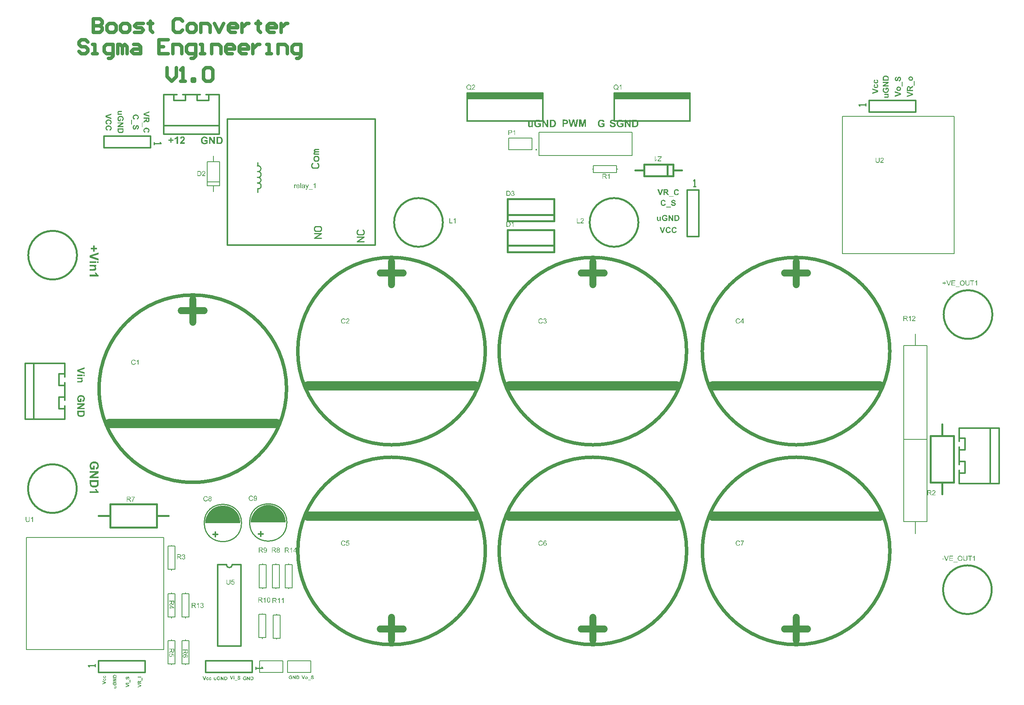
<source format=gto>
G04*
G04 #@! TF.GenerationSoftware,Altium Limited,Altium Designer,22.5.1 (42)*
G04*
G04 Layer_Color=65535*
%FSLAX44Y44*%
%MOMM*%
G71*
G04*
G04 #@! TF.SameCoordinates,C796FD1A-AD25-48EF-AA2C-5B7F1B644D0D*
G04*
G04*
G04 #@! TF.FilePolarity,Positive*
G04*
G01*
G75*
%ADD10C,0.2540*%
%ADD11C,0.3048*%
%ADD12C,0.2000*%
%ADD13C,0.4000*%
%ADD14C,0.8000*%
%ADD15C,0.3810*%
%ADD16C,1.5000*%
%ADD17C,2.0000*%
%ADD18C,0.1270*%
G36*
X470097Y-5624D02*
X470227Y-5643D01*
X470486Y-5680D01*
X470819Y-5754D01*
X471171Y-5865D01*
X471523Y-6032D01*
X471893Y-6235D01*
X471912D01*
X471930Y-6273D01*
X472041Y-6347D01*
X472227Y-6495D01*
X472430Y-6680D01*
X472671Y-6921D01*
X472893Y-7235D01*
X473115Y-7569D01*
X473319Y-7976D01*
Y-7995D01*
X473338Y-8032D01*
X473356Y-8087D01*
X473393Y-8180D01*
X473430Y-8291D01*
X473467Y-8421D01*
X473504Y-8569D01*
X473541Y-8735D01*
X473597Y-8939D01*
X473634Y-9143D01*
X473708Y-9624D01*
X473763Y-10161D01*
X473782Y-10754D01*
Y-10994D01*
X473763Y-11161D01*
X473745Y-11365D01*
X473726Y-11587D01*
X473689Y-11846D01*
X473634Y-12124D01*
X473504Y-12735D01*
X473412Y-13050D01*
X473319Y-13346D01*
X473189Y-13661D01*
X473041Y-13957D01*
X472875Y-14235D01*
X472671Y-14494D01*
X472652Y-14512D01*
X472615Y-14549D01*
X472560Y-14624D01*
X472467Y-14698D01*
X472338Y-14809D01*
X472189Y-14920D01*
X472023Y-15049D01*
X471838Y-15179D01*
X471615Y-15309D01*
X471375Y-15438D01*
X471097Y-15568D01*
X470801Y-15697D01*
X470486Y-15790D01*
X470134Y-15901D01*
X469764Y-15975D01*
X469375Y-16031D01*
X469134Y-13513D01*
X469153D01*
X469190Y-13494D01*
X469264D01*
X469338Y-13476D01*
X469560Y-13401D01*
X469838Y-13309D01*
X470153Y-13198D01*
X470467Y-13031D01*
X470745Y-12846D01*
X471004Y-12605D01*
X471023Y-12568D01*
X471097Y-12476D01*
X471190Y-12328D01*
X471301Y-12105D01*
X471412Y-11828D01*
X471504Y-11513D01*
X471578Y-11142D01*
X471597Y-10717D01*
Y-10513D01*
X471560Y-10291D01*
X471523Y-10013D01*
X471467Y-9717D01*
X471375Y-9402D01*
X471245Y-9106D01*
X471078Y-8846D01*
X471060Y-8809D01*
X470986Y-8735D01*
X470875Y-8643D01*
X470727Y-8513D01*
X470542Y-8402D01*
X470319Y-8291D01*
X470097Y-8217D01*
X469838Y-8198D01*
X469819D01*
X469764D01*
X469671Y-8217D01*
X469560Y-8235D01*
X469449Y-8272D01*
X469319Y-8309D01*
X469190Y-8383D01*
X469060Y-8476D01*
X469042Y-8495D01*
X469005Y-8532D01*
X468949Y-8587D01*
X468875Y-8680D01*
X468783Y-8809D01*
X468690Y-8976D01*
X468597Y-9161D01*
X468505Y-9402D01*
Y-9420D01*
X468468Y-9495D01*
X468431Y-9624D01*
X468394Y-9717D01*
X468375Y-9828D01*
X468338Y-9957D01*
X468283Y-10106D01*
X468246Y-10272D01*
X468190Y-10457D01*
X468134Y-10680D01*
X468079Y-10920D01*
X468005Y-11179D01*
X467931Y-11476D01*
Y-11494D01*
X467912Y-11568D01*
X467875Y-11679D01*
X467838Y-11809D01*
X467783Y-11976D01*
X467727Y-12179D01*
X467653Y-12383D01*
X467579Y-12624D01*
X467394Y-13105D01*
X467172Y-13568D01*
X467060Y-13809D01*
X466931Y-14013D01*
X466801Y-14216D01*
X466672Y-14383D01*
X466653Y-14401D01*
X466616Y-14438D01*
X466561Y-14494D01*
X466486Y-14568D01*
X466375Y-14661D01*
X466246Y-14753D01*
X466116Y-14864D01*
X465949Y-14957D01*
X465561Y-15179D01*
X465116Y-15364D01*
X464875Y-15438D01*
X464635Y-15494D01*
X464357Y-15531D01*
X464079Y-15549D01*
X464061D01*
X464042D01*
X463987D01*
X463913D01*
X463727Y-15512D01*
X463487Y-15475D01*
X463209Y-15420D01*
X462894Y-15327D01*
X462561Y-15198D01*
X462246Y-15012D01*
X462228D01*
X462209Y-14994D01*
X462098Y-14901D01*
X461950Y-14790D01*
X461765Y-14605D01*
X461561Y-14383D01*
X461339Y-14105D01*
X461135Y-13790D01*
X460950Y-13420D01*
Y-13401D01*
X460931Y-13364D01*
X460913Y-13309D01*
X460876Y-13235D01*
X460839Y-13124D01*
X460802Y-13013D01*
X460765Y-12865D01*
X460709Y-12698D01*
X460635Y-12328D01*
X460561Y-11902D01*
X460506Y-11420D01*
X460487Y-10883D01*
Y-10661D01*
X460506Y-10494D01*
X460524Y-10291D01*
X460543Y-10050D01*
X460580Y-9809D01*
X460617Y-9531D01*
X460746Y-8939D01*
X460839Y-8643D01*
X460931Y-8346D01*
X461061Y-8050D01*
X461209Y-7772D01*
X461376Y-7513D01*
X461561Y-7272D01*
X461580Y-7254D01*
X461617Y-7217D01*
X461672Y-7161D01*
X461746Y-7087D01*
X461857Y-6995D01*
X461987Y-6884D01*
X462135Y-6773D01*
X462302Y-6643D01*
X462505Y-6532D01*
X462709Y-6421D01*
X462950Y-6310D01*
X463209Y-6217D01*
X463468Y-6124D01*
X463764Y-6050D01*
X464061Y-5995D01*
X464394Y-5976D01*
X464487Y-8569D01*
X464468D01*
X464450D01*
X464320Y-8606D01*
X464153Y-8643D01*
X463950Y-8717D01*
X463709Y-8809D01*
X463487Y-8939D01*
X463265Y-9106D01*
X463079Y-9291D01*
X463061Y-9309D01*
X463005Y-9383D01*
X462931Y-9513D01*
X462857Y-9698D01*
X462783Y-9920D01*
X462709Y-10198D01*
X462654Y-10531D01*
X462635Y-10920D01*
Y-11105D01*
X462654Y-11309D01*
X462691Y-11550D01*
X462746Y-11828D01*
X462839Y-12124D01*
X462950Y-12402D01*
X463116Y-12661D01*
X463135Y-12679D01*
X463172Y-12716D01*
X463228Y-12790D01*
X463320Y-12865D01*
X463431Y-12939D01*
X463579Y-13013D01*
X463727Y-13050D01*
X463913Y-13068D01*
X463931D01*
X463987D01*
X464079Y-13050D01*
X464172Y-13013D01*
X464301Y-12976D01*
X464431Y-12920D01*
X464561Y-12828D01*
X464690Y-12698D01*
X464709Y-12679D01*
X464764Y-12587D01*
X464801Y-12531D01*
X464838Y-12439D01*
X464894Y-12346D01*
X464949Y-12216D01*
X465005Y-12068D01*
X465079Y-11902D01*
X465153Y-11698D01*
X465227Y-11494D01*
X465301Y-11235D01*
X465375Y-10957D01*
X465449Y-10661D01*
X465542Y-10328D01*
Y-10309D01*
X465561Y-10235D01*
X465579Y-10143D01*
X465616Y-10013D01*
X465653Y-9865D01*
X465709Y-9680D01*
X465764Y-9476D01*
X465820Y-9272D01*
X465968Y-8828D01*
X466116Y-8365D01*
X466283Y-7921D01*
X466375Y-7735D01*
X466468Y-7550D01*
Y-7532D01*
X466486Y-7513D01*
X466561Y-7402D01*
X466672Y-7235D01*
X466820Y-7032D01*
X467005Y-6810D01*
X467227Y-6569D01*
X467486Y-6328D01*
X467783Y-6124D01*
X467820Y-6106D01*
X467931Y-6050D01*
X468097Y-5958D01*
X468338Y-5865D01*
X468634Y-5773D01*
X468986Y-5680D01*
X469375Y-5624D01*
X469819Y-5606D01*
X469838D01*
X469875D01*
X469930D01*
X470005D01*
X470097Y-5624D01*
D02*
G37*
G36*
X441176Y-3282D02*
X441325D01*
X441510Y-3301D01*
X441713Y-3319D01*
X442139Y-3356D01*
X442584Y-3430D01*
X443047Y-3541D01*
X443491Y-3671D01*
X443510D01*
X443547Y-3690D01*
X443621Y-3727D01*
X443732Y-3764D01*
X443843Y-3801D01*
X443973Y-3875D01*
X444306Y-4023D01*
X444658Y-4208D01*
X445047Y-4449D01*
X445417Y-4726D01*
X445769Y-5041D01*
X445806Y-5078D01*
X445880Y-5171D01*
X445991Y-5319D01*
X446139Y-5523D01*
X446306Y-5782D01*
X446472Y-6078D01*
X446639Y-6449D01*
X446787Y-6856D01*
Y-6874D01*
X446805Y-6893D01*
Y-6948D01*
X446824Y-7004D01*
X446861Y-7208D01*
X446917Y-7467D01*
X446972Y-7782D01*
X447009Y-8170D01*
X447028Y-8633D01*
X447046Y-9133D01*
Y-13985D01*
X434233D01*
Y-8874D01*
X434251Y-8726D01*
X434270Y-8374D01*
X434288Y-7985D01*
X434344Y-7578D01*
X434399Y-7189D01*
X434492Y-6837D01*
Y-6819D01*
X434510Y-6782D01*
X434529Y-6726D01*
X434548Y-6652D01*
X434640Y-6430D01*
X434770Y-6171D01*
X434936Y-5875D01*
X435140Y-5541D01*
X435381Y-5226D01*
X435677Y-4912D01*
Y-4893D01*
X435714Y-4875D01*
X435825Y-4782D01*
X436010Y-4634D01*
X436251Y-4467D01*
X436547Y-4263D01*
X436899Y-4060D01*
X437307Y-3856D01*
X437751Y-3690D01*
X437769D01*
X437807Y-3671D01*
X437881Y-3652D01*
X437973Y-3616D01*
X438084Y-3597D01*
X438232Y-3560D01*
X438399Y-3523D01*
X438584Y-3467D01*
X438788Y-3430D01*
X439029Y-3393D01*
X439269Y-3356D01*
X439547Y-3338D01*
X440121Y-3282D01*
X440769Y-3264D01*
X440788D01*
X440843D01*
X440917D01*
X441028D01*
X441176Y-3282D01*
D02*
G37*
G36*
X495481Y-5004D02*
X495666Y-5023D01*
X495870Y-5060D01*
X496111Y-5097D01*
X496351Y-5152D01*
X496629Y-5226D01*
X496907Y-5319D01*
X497203Y-5430D01*
X497499Y-5560D01*
X497796Y-5726D01*
X498073Y-5911D01*
X498351Y-6115D01*
X498629Y-6356D01*
X498647Y-6374D01*
X498685Y-6411D01*
X498759Y-6485D01*
X498851Y-6597D01*
X498944Y-6726D01*
X499055Y-6893D01*
X499184Y-7078D01*
X499314Y-7282D01*
X499444Y-7523D01*
X499573Y-7782D01*
X499684Y-8059D01*
X499777Y-8374D01*
X499869Y-8689D01*
X499944Y-9041D01*
X499981Y-9393D01*
X499999Y-9782D01*
Y-9911D01*
X499981Y-10004D01*
Y-10115D01*
X499962Y-10244D01*
X499925Y-10559D01*
X499851Y-10948D01*
X499758Y-11355D01*
X499610Y-11781D01*
X499425Y-12226D01*
Y-12244D01*
X499407Y-12281D01*
X499370Y-12337D01*
X499314Y-12411D01*
X499184Y-12615D01*
X498999Y-12874D01*
X498759Y-13152D01*
X498462Y-13448D01*
X498129Y-13726D01*
X497740Y-13985D01*
X497722D01*
X497685Y-14003D01*
X497629Y-14040D01*
X497536Y-14077D01*
X497425Y-14114D01*
X497296Y-14170D01*
X497148Y-14225D01*
X496981Y-14281D01*
X496796Y-14337D01*
X496592Y-14392D01*
X496129Y-14485D01*
X495592Y-14559D01*
X495018Y-14577D01*
X495000D01*
X494963D01*
X494889D01*
X494814Y-14559D01*
X494703D01*
X494574Y-14540D01*
X494259Y-14503D01*
X493907Y-14429D01*
X493518Y-14318D01*
X493092Y-14188D01*
X492667Y-13985D01*
X492648D01*
X492611Y-13948D01*
X492556Y-13929D01*
X492481Y-13874D01*
X492278Y-13726D01*
X492019Y-13540D01*
X491741Y-13300D01*
X491445Y-13003D01*
X491167Y-12670D01*
X490908Y-12281D01*
Y-12263D01*
X490889Y-12226D01*
X490852Y-12170D01*
X490815Y-12077D01*
X490759Y-11985D01*
X490722Y-11855D01*
X490667Y-11707D01*
X490593Y-11559D01*
X490482Y-11189D01*
X490389Y-10763D01*
X490315Y-10300D01*
X490297Y-9800D01*
Y-9596D01*
X490315Y-9448D01*
X490334Y-9263D01*
X490370Y-9059D01*
X490408Y-8819D01*
X490463Y-8578D01*
X490537Y-8300D01*
X490630Y-8022D01*
X490741Y-7745D01*
X490871Y-7448D01*
X491037Y-7152D01*
X491222Y-6874D01*
X491426Y-6597D01*
X491667Y-6337D01*
X491685Y-6319D01*
X491722Y-6282D01*
X491815Y-6208D01*
X491907Y-6134D01*
X492056Y-6023D01*
X492204Y-5911D01*
X492407Y-5782D01*
X492611Y-5652D01*
X492852Y-5541D01*
X493111Y-5412D01*
X493407Y-5300D01*
X493703Y-5189D01*
X494037Y-5115D01*
X494370Y-5041D01*
X494740Y-5004D01*
X495129Y-4986D01*
X495148D01*
X495222D01*
X495333D01*
X495481Y-5004D01*
D02*
G37*
G36*
X420774Y-11874D02*
X420866Y-11892D01*
X420977Y-11929D01*
X421107Y-11985D01*
X421273Y-12040D01*
X421644Y-12189D01*
X422051Y-12374D01*
X422459Y-12633D01*
X422866Y-12948D01*
X423051Y-13133D01*
X423218Y-13318D01*
Y-13337D01*
X423255Y-13374D01*
X423292Y-13429D01*
X423347Y-13503D01*
X423403Y-13614D01*
X423477Y-13744D01*
X423551Y-13892D01*
X423625Y-14077D01*
X423718Y-14262D01*
X423792Y-14485D01*
X423866Y-14707D01*
X423921Y-14966D01*
X423977Y-15244D01*
X424014Y-15540D01*
X424033Y-15836D01*
X424051Y-16170D01*
Y-16373D01*
X424033Y-16503D01*
X424014Y-16670D01*
X423977Y-16873D01*
X423940Y-17096D01*
X423884Y-17336D01*
X423829Y-17595D01*
X423736Y-17855D01*
X423644Y-18132D01*
X423514Y-18392D01*
X423366Y-18670D01*
X423199Y-18929D01*
X422995Y-19169D01*
X422773Y-19410D01*
X422755Y-19429D01*
X422718Y-19466D01*
X422644Y-19521D01*
X422533Y-19595D01*
X422403Y-19688D01*
X422255Y-19799D01*
X422070Y-19892D01*
X421847Y-20003D01*
X421607Y-20132D01*
X421348Y-20225D01*
X421051Y-20336D01*
X420737Y-20429D01*
X420385Y-20503D01*
X420033Y-20558D01*
X419626Y-20595D01*
X419218Y-20614D01*
X419200D01*
X419126D01*
X418996D01*
X418848Y-20595D01*
X418644Y-20577D01*
X418422Y-20558D01*
X418181Y-20521D01*
X417904Y-20466D01*
X417329Y-20317D01*
X417033Y-20225D01*
X416737Y-20114D01*
X416441Y-19966D01*
X416163Y-19799D01*
X415904Y-19614D01*
X415644Y-19410D01*
X415626Y-19392D01*
X415589Y-19355D01*
X415533Y-19281D01*
X415441Y-19188D01*
X415348Y-19058D01*
X415237Y-18910D01*
X415107Y-18743D01*
X414996Y-18540D01*
X414867Y-18318D01*
X414756Y-18077D01*
X414645Y-17799D01*
X414552Y-17503D01*
X414459Y-17207D01*
X414404Y-16855D01*
X414367Y-16503D01*
X414348Y-16133D01*
Y-15966D01*
X414367Y-15855D01*
Y-15707D01*
X414385Y-15540D01*
X414404Y-15355D01*
X414441Y-15151D01*
X414534Y-14725D01*
X414663Y-14281D01*
X414848Y-13837D01*
X415089Y-13429D01*
Y-13411D01*
X415126Y-13392D01*
X415163Y-13337D01*
X415219Y-13263D01*
X415385Y-13096D01*
X415626Y-12874D01*
X415941Y-12633D01*
X416311Y-12392D01*
X416755Y-12170D01*
X417274Y-11985D01*
X417718Y-14411D01*
X417681D01*
X417607Y-14429D01*
X417478Y-14466D01*
X417311Y-14522D01*
X417144Y-14614D01*
X416959Y-14707D01*
X416792Y-14836D01*
X416644Y-14985D01*
X416626Y-15003D01*
X416589Y-15059D01*
X416533Y-15151D01*
X416459Y-15281D01*
X416385Y-15448D01*
X416330Y-15633D01*
X416292Y-15855D01*
X416274Y-16096D01*
Y-16133D01*
X416292Y-16244D01*
X416311Y-16410D01*
X416348Y-16633D01*
X416441Y-16855D01*
X416552Y-17096D01*
X416700Y-17336D01*
X416922Y-17558D01*
X416959Y-17577D01*
X417052Y-17632D01*
X417200Y-17725D01*
X417422Y-17818D01*
X417718Y-17929D01*
X417885Y-17966D01*
X418070Y-18003D01*
X418292Y-18040D01*
X418515Y-18077D01*
X418774Y-18095D01*
X419033D01*
X419052D01*
X419107D01*
X419200D01*
X419311Y-18077D01*
X419440D01*
X419589Y-18058D01*
X419959Y-18021D01*
X420348Y-17966D01*
X420737Y-17855D01*
X421088Y-17725D01*
X421236Y-17632D01*
X421385Y-17540D01*
X421422Y-17521D01*
X421496Y-17429D01*
X421588Y-17318D01*
X421718Y-17151D01*
X421847Y-16929D01*
X421940Y-16688D01*
X422014Y-16392D01*
X422051Y-16059D01*
Y-15948D01*
X422033Y-15818D01*
X421996Y-15651D01*
X421959Y-15466D01*
X421885Y-15281D01*
X421792Y-15096D01*
X421662Y-14911D01*
X421644Y-14892D01*
X421588Y-14836D01*
X421496Y-14763D01*
X421348Y-14651D01*
X421162Y-14540D01*
X420922Y-14448D01*
X420625Y-14337D01*
X420292Y-14262D01*
X420700Y-11855D01*
X420718D01*
X420774Y-11874D01*
D02*
G37*
G36*
X503332Y-25428D02*
X501740D01*
Y-15207D01*
X503332D01*
Y-25428D01*
D02*
G37*
G36*
X477078Y-26789D02*
X475485D01*
Y-16568D01*
X477078D01*
Y-26789D01*
D02*
G37*
G36*
X447046Y-19318D02*
X438603Y-24521D01*
X447046D01*
Y-26909D01*
X434233D01*
Y-24410D01*
X442862Y-19114D01*
X434233D01*
Y-16725D01*
X447046D01*
Y-19318D01*
D02*
G37*
G36*
X420774Y-21836D02*
X420866Y-21854D01*
X420977Y-21891D01*
X421107Y-21947D01*
X421273Y-22002D01*
X421644Y-22151D01*
X422051Y-22336D01*
X422459Y-22595D01*
X422866Y-22910D01*
X423051Y-23095D01*
X423218Y-23280D01*
Y-23299D01*
X423255Y-23336D01*
X423292Y-23391D01*
X423347Y-23465D01*
X423403Y-23576D01*
X423477Y-23706D01*
X423551Y-23854D01*
X423625Y-24039D01*
X423718Y-24224D01*
X423792Y-24447D01*
X423866Y-24669D01*
X423921Y-24928D01*
X423977Y-25206D01*
X424014Y-25502D01*
X424033Y-25798D01*
X424051Y-26132D01*
Y-26335D01*
X424033Y-26465D01*
X424014Y-26632D01*
X423977Y-26835D01*
X423940Y-27057D01*
X423884Y-27298D01*
X423829Y-27557D01*
X423736Y-27817D01*
X423644Y-28094D01*
X423514Y-28354D01*
X423366Y-28631D01*
X423199Y-28891D01*
X422995Y-29131D01*
X422773Y-29372D01*
X422755Y-29391D01*
X422718Y-29428D01*
X422644Y-29483D01*
X422533Y-29557D01*
X422403Y-29650D01*
X422255Y-29761D01*
X422070Y-29853D01*
X421847Y-29965D01*
X421607Y-30094D01*
X421348Y-30187D01*
X421051Y-30298D01*
X420737Y-30391D01*
X420385Y-30464D01*
X420033Y-30520D01*
X419626Y-30557D01*
X419218Y-30576D01*
X419200D01*
X419126D01*
X418996D01*
X418848Y-30557D01*
X418644Y-30539D01*
X418422Y-30520D01*
X418181Y-30483D01*
X417904Y-30427D01*
X417329Y-30279D01*
X417033Y-30187D01*
X416737Y-30076D01*
X416441Y-29927D01*
X416163Y-29761D01*
X415904Y-29576D01*
X415644Y-29372D01*
X415626Y-29353D01*
X415589Y-29316D01*
X415533Y-29242D01*
X415441Y-29150D01*
X415348Y-29020D01*
X415237Y-28872D01*
X415107Y-28705D01*
X414996Y-28502D01*
X414867Y-28280D01*
X414756Y-28039D01*
X414645Y-27761D01*
X414552Y-27465D01*
X414459Y-27169D01*
X414404Y-26817D01*
X414367Y-26465D01*
X414348Y-26095D01*
Y-25928D01*
X414367Y-25817D01*
Y-25669D01*
X414385Y-25502D01*
X414404Y-25317D01*
X414441Y-25113D01*
X414534Y-24687D01*
X414663Y-24243D01*
X414848Y-23799D01*
X415089Y-23391D01*
Y-23373D01*
X415126Y-23354D01*
X415163Y-23299D01*
X415219Y-23224D01*
X415385Y-23058D01*
X415626Y-22836D01*
X415941Y-22595D01*
X416311Y-22354D01*
X416755Y-22132D01*
X417274Y-21947D01*
X417718Y-24373D01*
X417681D01*
X417607Y-24391D01*
X417478Y-24428D01*
X417311Y-24484D01*
X417144Y-24576D01*
X416959Y-24669D01*
X416792Y-24799D01*
X416644Y-24947D01*
X416626Y-24965D01*
X416589Y-25021D01*
X416533Y-25113D01*
X416459Y-25243D01*
X416385Y-25410D01*
X416330Y-25595D01*
X416292Y-25817D01*
X416274Y-26058D01*
Y-26095D01*
X416292Y-26206D01*
X416311Y-26372D01*
X416348Y-26595D01*
X416441Y-26817D01*
X416552Y-27057D01*
X416700Y-27298D01*
X416922Y-27520D01*
X416959Y-27539D01*
X417052Y-27594D01*
X417200Y-27687D01*
X417422Y-27780D01*
X417718Y-27891D01*
X417885Y-27928D01*
X418070Y-27965D01*
X418292Y-28002D01*
X418515Y-28039D01*
X418774Y-28057D01*
X419033D01*
X419052D01*
X419107D01*
X419200D01*
X419311Y-28039D01*
X419440D01*
X419589Y-28020D01*
X419959Y-27983D01*
X420348Y-27928D01*
X420737Y-27817D01*
X421088Y-27687D01*
X421236Y-27594D01*
X421385Y-27502D01*
X421422Y-27483D01*
X421496Y-27391D01*
X421588Y-27280D01*
X421718Y-27113D01*
X421847Y-26891D01*
X421940Y-26650D01*
X422014Y-26354D01*
X422051Y-26021D01*
Y-25909D01*
X422033Y-25780D01*
X421996Y-25613D01*
X421959Y-25428D01*
X421885Y-25243D01*
X421792Y-25058D01*
X421662Y-24873D01*
X421644Y-24854D01*
X421588Y-24799D01*
X421496Y-24724D01*
X421348Y-24613D01*
X421162Y-24502D01*
X420922Y-24410D01*
X420625Y-24299D01*
X420292Y-24224D01*
X420700Y-21817D01*
X420718D01*
X420774Y-21836D01*
D02*
G37*
G36*
X499795Y-28465D02*
X497018Y-30316D01*
X497000Y-30335D01*
X496944Y-30353D01*
X496870Y-30409D01*
X496777Y-30483D01*
X496666Y-30557D01*
X496518Y-30650D01*
X496222Y-30853D01*
X495888Y-31094D01*
X495592Y-31316D01*
X495314Y-31520D01*
X495222Y-31613D01*
X495129Y-31687D01*
X495111Y-31705D01*
X495074Y-31742D01*
X495000Y-31816D01*
X494907Y-31909D01*
X494833Y-32038D01*
X494740Y-32168D01*
X494666Y-32316D01*
X494592Y-32464D01*
Y-32483D01*
X494574Y-32538D01*
X494537Y-32631D01*
X494518Y-32779D01*
X494481Y-32964D01*
X494463Y-33187D01*
X494444Y-33446D01*
Y-34279D01*
X499795D01*
Y-36871D01*
X486982D01*
Y-31094D01*
X487001Y-30927D01*
Y-30724D01*
X487019Y-30520D01*
Y-30279D01*
X487075Y-29798D01*
X487130Y-29298D01*
X487223Y-28835D01*
X487278Y-28631D01*
X487334Y-28446D01*
Y-28428D01*
X487352Y-28409D01*
X487408Y-28298D01*
X487500Y-28131D01*
X487612Y-27909D01*
X487797Y-27668D01*
X488000Y-27428D01*
X488260Y-27187D01*
X488574Y-26965D01*
X488593D01*
X488611Y-26946D01*
X488667Y-26909D01*
X488722Y-26872D01*
X488908Y-26780D01*
X489148Y-26669D01*
X489445Y-26576D01*
X489778Y-26484D01*
X490167Y-26409D01*
X490574Y-26391D01*
X490593D01*
X490630D01*
X490722D01*
X490815Y-26409D01*
X490945D01*
X491074Y-26428D01*
X491407Y-26502D01*
X491796Y-26595D01*
X492185Y-26743D01*
X492593Y-26965D01*
X492778Y-27095D01*
X492963Y-27243D01*
X492981Y-27261D01*
X493000Y-27280D01*
X493055Y-27335D01*
X493111Y-27409D01*
X493185Y-27483D01*
X493278Y-27594D01*
X493370Y-27724D01*
X493463Y-27872D01*
X493574Y-28039D01*
X493666Y-28242D01*
X493759Y-28446D01*
X493852Y-28668D01*
X493944Y-28928D01*
X494018Y-29187D01*
X494092Y-29465D01*
X494148Y-29779D01*
Y-29761D01*
X494166Y-29742D01*
X494240Y-29631D01*
X494333Y-29483D01*
X494463Y-29298D01*
X494629Y-29076D01*
X494796Y-28854D01*
X495000Y-28613D01*
X495222Y-28409D01*
X495240Y-28391D01*
X495333Y-28298D01*
X495481Y-28187D01*
X495703Y-28020D01*
X495981Y-27798D01*
X496166Y-27687D01*
X496351Y-27557D01*
X496555Y-27409D01*
X496777Y-27261D01*
X497037Y-27095D01*
X497296Y-26928D01*
X499795Y-25354D01*
Y-28465D01*
D02*
G37*
G36*
X469227Y-27270D02*
X469412Y-27289D01*
X469616Y-27326D01*
X469856Y-27363D01*
X470097Y-27418D01*
X470375Y-27493D01*
X470653Y-27585D01*
X470949Y-27696D01*
X471245Y-27826D01*
X471541Y-27993D01*
X471819Y-28178D01*
X472097Y-28381D01*
X472375Y-28622D01*
X472393Y-28641D01*
X472430Y-28678D01*
X472504Y-28752D01*
X472597Y-28863D01*
X472690Y-28992D01*
X472801Y-29159D01*
X472930Y-29344D01*
X473060Y-29548D01*
X473189Y-29789D01*
X473319Y-30048D01*
X473430Y-30326D01*
X473523Y-30640D01*
X473615Y-30955D01*
X473689Y-31307D01*
X473726Y-31659D01*
X473745Y-32048D01*
Y-32177D01*
X473726Y-32270D01*
Y-32381D01*
X473708Y-32511D01*
X473671Y-32825D01*
X473597Y-33214D01*
X473504Y-33622D01*
X473356Y-34048D01*
X473171Y-34492D01*
Y-34510D01*
X473152Y-34547D01*
X473115Y-34603D01*
X473060Y-34677D01*
X472930Y-34881D01*
X472745Y-35140D01*
X472504Y-35418D01*
X472208Y-35714D01*
X471875Y-35992D01*
X471486Y-36251D01*
X471467D01*
X471430Y-36270D01*
X471375Y-36307D01*
X471282Y-36344D01*
X471171Y-36381D01*
X471041Y-36436D01*
X470893Y-36492D01*
X470727Y-36547D01*
X470542Y-36603D01*
X470338Y-36658D01*
X469875Y-36751D01*
X469338Y-36825D01*
X468764Y-36844D01*
X468745D01*
X468708D01*
X468634D01*
X468560Y-36825D01*
X468449D01*
X468320Y-36806D01*
X468005Y-36769D01*
X467653Y-36695D01*
X467264Y-36584D01*
X466838Y-36455D01*
X466412Y-36251D01*
X466394D01*
X466357Y-36214D01*
X466301Y-36195D01*
X466227Y-36140D01*
X466023Y-35992D01*
X465764Y-35807D01*
X465486Y-35566D01*
X465190Y-35270D01*
X464912Y-34936D01*
X464653Y-34547D01*
Y-34529D01*
X464635Y-34492D01*
X464598Y-34436D01*
X464561Y-34344D01*
X464505Y-34251D01*
X464468Y-34121D01*
X464413Y-33973D01*
X464338Y-33825D01*
X464227Y-33455D01*
X464135Y-33029D01*
X464061Y-32566D01*
X464042Y-32066D01*
Y-31862D01*
X464061Y-31714D01*
X464079Y-31529D01*
X464116Y-31326D01*
X464153Y-31085D01*
X464209Y-30844D01*
X464283Y-30566D01*
X464375Y-30289D01*
X464487Y-30011D01*
X464616Y-29715D01*
X464783Y-29418D01*
X464968Y-29141D01*
X465172Y-28863D01*
X465412Y-28604D01*
X465431Y-28585D01*
X465468Y-28548D01*
X465561Y-28474D01*
X465653Y-28400D01*
X465801Y-28289D01*
X465949Y-28178D01*
X466153Y-28048D01*
X466357Y-27919D01*
X466598Y-27807D01*
X466857Y-27678D01*
X467153Y-27567D01*
X467449Y-27456D01*
X467783Y-27381D01*
X468116Y-27307D01*
X468486Y-27270D01*
X468875Y-27252D01*
X468894D01*
X468968D01*
X469079D01*
X469227Y-27270D01*
D02*
G37*
G36*
X445361Y-29353D02*
X445398Y-29409D01*
X445454Y-29465D01*
X445528Y-29557D01*
X445602Y-29650D01*
X445787Y-29909D01*
X445991Y-30261D01*
X446231Y-30668D01*
X446472Y-31131D01*
X446694Y-31687D01*
Y-31705D01*
X446713Y-31761D01*
X446750Y-31835D01*
X446787Y-31946D01*
X446824Y-32094D01*
X446880Y-32261D01*
X446935Y-32446D01*
X446991Y-32650D01*
X447102Y-33112D01*
X447194Y-33649D01*
X447268Y-34205D01*
X447287Y-34797D01*
Y-35001D01*
X447268Y-35131D01*
Y-35316D01*
X447250Y-35520D01*
X447213Y-35742D01*
X447176Y-36001D01*
X447083Y-36538D01*
X446935Y-37130D01*
X446731Y-37742D01*
X446602Y-38019D01*
X446454Y-38316D01*
X446435Y-38334D01*
X446417Y-38371D01*
X446361Y-38464D01*
X446287Y-38556D01*
X446213Y-38686D01*
X446102Y-38816D01*
X445972Y-38982D01*
X445824Y-39149D01*
X445491Y-39519D01*
X445065Y-39890D01*
X444584Y-40241D01*
X444028Y-40556D01*
X444010D01*
X443954Y-40593D01*
X443861Y-40630D01*
X443750Y-40667D01*
X443602Y-40723D01*
X443436Y-40797D01*
X443232Y-40852D01*
X443010Y-40926D01*
X442769Y-41000D01*
X442491Y-41056D01*
X441917Y-41186D01*
X441288Y-41260D01*
X440602Y-41297D01*
X440584D01*
X440510D01*
X440399D01*
X440269Y-41278D01*
X440084D01*
X439880Y-41260D01*
X439658Y-41223D01*
X439399Y-41186D01*
X438862Y-41093D01*
X438251Y-40945D01*
X437640Y-40741D01*
X437344Y-40612D01*
X437047Y-40464D01*
X437029Y-40445D01*
X436973Y-40427D01*
X436899Y-40371D01*
X436788Y-40315D01*
X436658Y-40223D01*
X436510Y-40112D01*
X436344Y-39982D01*
X436158Y-39852D01*
X435973Y-39686D01*
X435770Y-39501D01*
X435566Y-39297D01*
X435362Y-39075D01*
X435177Y-38834D01*
X434973Y-38593D01*
X434640Y-38019D01*
Y-38001D01*
X434603Y-37964D01*
X434585Y-37890D01*
X434529Y-37797D01*
X434492Y-37668D01*
X434436Y-37538D01*
X434381Y-37353D01*
X434307Y-37167D01*
X434251Y-36964D01*
X434196Y-36723D01*
X434140Y-36464D01*
X434085Y-36205D01*
X434011Y-35612D01*
X433992Y-34945D01*
Y-34723D01*
X434011Y-34557D01*
X434029Y-34353D01*
X434048Y-34112D01*
X434066Y-33853D01*
X434122Y-33575D01*
X434233Y-32983D01*
X434418Y-32372D01*
X434529Y-32057D01*
X434659Y-31761D01*
X434807Y-31483D01*
X434992Y-31224D01*
X435010Y-31205D01*
X435029Y-31168D01*
X435103Y-31094D01*
X435177Y-31002D01*
X435270Y-30890D01*
X435399Y-30779D01*
X435547Y-30650D01*
X435714Y-30502D01*
X435899Y-30353D01*
X436103Y-30205D01*
X436325Y-30057D01*
X436584Y-29927D01*
X436844Y-29779D01*
X437121Y-29668D01*
X437436Y-29557D01*
X437751Y-29483D01*
X438232Y-32057D01*
X438214D01*
X438195Y-32076D01*
X438084Y-32113D01*
X437918Y-32187D01*
X437695Y-32298D01*
X437455Y-32427D01*
X437214Y-32613D01*
X436973Y-32835D01*
X436751Y-33094D01*
X436732Y-33131D01*
X436658Y-33224D01*
X436566Y-33390D01*
X436473Y-33594D01*
X436362Y-33872D01*
X436288Y-34186D01*
X436214Y-34538D01*
X436195Y-34945D01*
Y-35112D01*
X436214Y-35223D01*
X436233Y-35371D01*
X436251Y-35538D01*
X436288Y-35723D01*
X436325Y-35927D01*
X436455Y-36353D01*
X436547Y-36575D01*
X436658Y-36797D01*
X436788Y-37019D01*
X436918Y-37242D01*
X437103Y-37445D01*
X437288Y-37649D01*
X437307Y-37668D01*
X437344Y-37686D01*
X437399Y-37742D01*
X437492Y-37797D01*
X437603Y-37871D01*
X437732Y-37964D01*
X437899Y-38056D01*
X438084Y-38130D01*
X438306Y-38223D01*
X438547Y-38316D01*
X438806Y-38408D01*
X439084Y-38482D01*
X439399Y-38538D01*
X439751Y-38593D01*
X440103Y-38612D01*
X440491Y-38630D01*
X440510D01*
X440584D01*
X440714D01*
X440862Y-38612D01*
X441065Y-38593D01*
X441269Y-38575D01*
X441528Y-38538D01*
X441787Y-38501D01*
X442343Y-38390D01*
X442917Y-38205D01*
X443195Y-38093D01*
X443454Y-37964D01*
X443713Y-37797D01*
X443936Y-37631D01*
X443954Y-37612D01*
X443991Y-37575D01*
X444047Y-37519D01*
X444121Y-37445D01*
X444195Y-37334D01*
X444306Y-37223D01*
X444398Y-37075D01*
X444510Y-36908D01*
X444621Y-36723D01*
X444713Y-36538D01*
X444898Y-36075D01*
X444972Y-35816D01*
X445028Y-35557D01*
X445065Y-35260D01*
X445084Y-34964D01*
Y-34816D01*
X445065Y-34668D01*
X445047Y-34446D01*
X445009Y-34205D01*
X444954Y-33927D01*
X444880Y-33631D01*
X444769Y-33335D01*
Y-33316D01*
X444750Y-33298D01*
X444713Y-33205D01*
X444639Y-33038D01*
X444547Y-32853D01*
X444435Y-32631D01*
X444306Y-32390D01*
X444158Y-32150D01*
X443991Y-31927D01*
X442343D01*
Y-34890D01*
X440177D01*
Y-29316D01*
X445324D01*
X445361Y-29353D01*
D02*
G37*
G36*
X423847Y-35871D02*
Y-38667D01*
X411034Y-43260D01*
Y-40464D01*
X420514Y-37205D01*
X411034Y-34075D01*
Y-31316D01*
X423847Y-35871D01*
D02*
G37*
G36*
X473541Y-42121D02*
Y-44917D01*
X460728Y-49509D01*
Y-46713D01*
X470208Y-43454D01*
X460728Y-40325D01*
Y-37566D01*
X473541Y-42121D01*
D02*
G37*
G36*
X499795Y-42741D02*
Y-45537D01*
X486982Y-50129D01*
Y-47333D01*
X496463Y-44074D01*
X486982Y-40945D01*
Y-38186D01*
X499795Y-42741D01*
D02*
G37*
G36*
X447046Y-45667D02*
X445658D01*
X445695Y-45685D01*
X445787Y-45759D01*
X445917Y-45870D01*
X446083Y-46037D01*
X446287Y-46222D01*
X446472Y-46463D01*
X446676Y-46722D01*
X446843Y-47018D01*
X446861Y-47055D01*
X446898Y-47167D01*
X446972Y-47333D01*
X447046Y-47555D01*
X447120Y-47815D01*
X447194Y-48111D01*
X447231Y-48426D01*
X447250Y-48759D01*
Y-48926D01*
X447231Y-49092D01*
X447194Y-49314D01*
X447157Y-49592D01*
X447083Y-49870D01*
X446972Y-50166D01*
X446843Y-50444D01*
X446824Y-50481D01*
X446768Y-50555D01*
X446676Y-50703D01*
X446546Y-50851D01*
X446380Y-51037D01*
X446194Y-51203D01*
X445954Y-51370D01*
X445695Y-51518D01*
X445658Y-51536D01*
X445565Y-51574D01*
X445398Y-51629D01*
X445158Y-51685D01*
X444861Y-51740D01*
X444510Y-51796D01*
X444102Y-51833D01*
X443639Y-51851D01*
X437751D01*
Y-49388D01*
X442028D01*
X442047D01*
X442121D01*
X442213D01*
X442343D01*
X442491D01*
X442658D01*
X443047Y-49370D01*
X443473Y-49352D01*
X443861Y-49333D01*
X444028Y-49314D01*
X444195Y-49296D01*
X444324Y-49277D01*
X444417Y-49259D01*
X444435D01*
X444491Y-49240D01*
X444565Y-49203D01*
X444676Y-49148D01*
X444787Y-49092D01*
X444898Y-49000D01*
X445009Y-48907D01*
X445121Y-48777D01*
X445139Y-48759D01*
X445158Y-48703D01*
X445195Y-48629D01*
X445232Y-48518D01*
X445287Y-48389D01*
X445324Y-48222D01*
X445343Y-48055D01*
X445361Y-47852D01*
Y-47741D01*
X445343Y-47629D01*
X445324Y-47481D01*
X445287Y-47296D01*
X445213Y-47111D01*
X445139Y-46907D01*
X445028Y-46722D01*
X445009Y-46704D01*
X444972Y-46648D01*
X444898Y-46556D01*
X444787Y-46444D01*
X444658Y-46333D01*
X444528Y-46222D01*
X444361Y-46111D01*
X444176Y-46037D01*
X444158D01*
X444065Y-46000D01*
X443991D01*
X443898Y-45981D01*
X443806Y-45963D01*
X443676Y-45944D01*
X443510Y-45926D01*
X443343Y-45907D01*
X443139Y-45889D01*
X442898D01*
X442639Y-45870D01*
X442343Y-45852D01*
X442028D01*
X441676D01*
X437751D01*
Y-43389D01*
X447046D01*
Y-45667D01*
D02*
G37*
G36*
X14327Y-40124D02*
X14757Y-40553D01*
X14990Y-41115D01*
Y-41419D01*
Y-102379D01*
Y-103012D01*
X14095Y-103907D01*
X12829D01*
X11934Y-103012D01*
Y-102379D01*
Y-55223D01*
X-150110D01*
Y-101553D01*
X-150005Y-101688D01*
X-149866Y-101942D01*
X-149727Y-102197D01*
X-149589Y-102498D01*
X-149473Y-102822D01*
X-149357Y-103146D01*
X-149265Y-103516D01*
X-149195Y-103886D01*
X-149172Y-104303D01*
X-152412Y-104418D01*
Y-104395D01*
Y-104372D01*
X-152458Y-104210D01*
X-152504Y-104002D01*
X-152597Y-103747D01*
X-152701Y-103477D01*
X-153166Y-103012D01*
Y-102808D01*
X-153314Y-102660D01*
X-153337Y-102636D01*
X-153430Y-102567D01*
X-153592Y-102474D01*
X-153823Y-102382D01*
X-154101Y-102289D01*
X-154448Y-102197D01*
X-154864Y-102127D01*
X-155350Y-102104D01*
X-155582D01*
X-155836Y-102127D01*
X-156137Y-102174D01*
X-156484Y-102243D01*
X-156854Y-102359D01*
X-157201Y-102498D01*
X-157525Y-102706D01*
X-157549Y-102729D01*
X-157595Y-102775D01*
X-157687Y-102845D01*
X-157780Y-102960D01*
X-157872Y-103099D01*
X-157965Y-103284D01*
X-158011Y-103469D01*
X-158034Y-103701D01*
Y-103724D01*
Y-103793D01*
X-158011Y-103909D01*
X-157965Y-104025D01*
X-157919Y-104187D01*
X-157849Y-104349D01*
X-157734Y-104511D01*
X-157572Y-104673D01*
X-157549Y-104696D01*
X-157433Y-104765D01*
X-157363Y-104812D01*
X-157248Y-104858D01*
X-157132Y-104927D01*
X-156970Y-104997D01*
X-156785Y-105066D01*
X-156577Y-105159D01*
X-156322Y-105251D01*
X-156068Y-105344D01*
X-155744Y-105436D01*
X-155397Y-105529D01*
X-155026Y-105622D01*
X-154610Y-105737D01*
X-154587D01*
X-154494Y-105760D01*
X-154378Y-105784D01*
X-154216Y-105830D01*
X-154031Y-105876D01*
X-153800Y-105945D01*
X-153545Y-106015D01*
X-153291Y-106084D01*
X-152736Y-106269D01*
X-152157Y-106454D01*
X-151602Y-106663D01*
X-151370Y-106778D01*
X-151139Y-106894D01*
X-151116D01*
X-151093Y-106917D01*
X-150954Y-107010D01*
X-150745Y-107149D01*
X-150491Y-107334D01*
X-150213Y-107565D01*
X-149913Y-107843D01*
X-149612Y-108167D01*
X-149357Y-108537D01*
X-149334Y-108583D01*
X-149265Y-108722D01*
X-149149Y-108930D01*
X-149033Y-109231D01*
X-148918Y-109601D01*
X-148802Y-110041D01*
X-148732Y-110527D01*
X-148709Y-111082D01*
Y-111105D01*
Y-111152D01*
Y-111221D01*
Y-111314D01*
X-148732Y-111430D01*
X-148756Y-111591D01*
X-148802Y-111915D01*
X-148894Y-112332D01*
X-149033Y-112772D01*
X-149242Y-113211D01*
X-149496Y-113674D01*
Y-113697D01*
X-149542Y-113720D01*
X-149635Y-113859D01*
X-149820Y-114090D01*
X-150051Y-114345D01*
X-150352Y-114646D01*
X-150745Y-114923D01*
X-151162Y-115201D01*
X-151671Y-115456D01*
X-151694D01*
X-151741Y-115479D01*
X-151810Y-115502D01*
X-151926Y-115548D01*
X-152065Y-115595D01*
X-152226Y-115641D01*
X-152412Y-115687D01*
X-152620Y-115733D01*
X-152874Y-115803D01*
X-153129Y-115849D01*
X-153730Y-115942D01*
X-154402Y-116011D01*
X-155142Y-116034D01*
X-155443D01*
X-155651Y-116011D01*
X-155906Y-115988D01*
X-156183Y-115965D01*
X-156507Y-115919D01*
X-156854Y-115849D01*
X-157618Y-115687D01*
X-158011Y-115571D01*
X-158382Y-115456D01*
X-158775Y-115294D01*
X-159145Y-115109D01*
X-159492Y-114900D01*
X-159816Y-114646D01*
X-159839Y-114623D01*
X-159886Y-114576D01*
X-159978Y-114507D01*
X-160071Y-114391D01*
X-160210Y-114229D01*
X-160348Y-114044D01*
X-160510Y-113836D01*
X-160672Y-113605D01*
X-160834Y-113327D01*
X-160996Y-113026D01*
X-161158Y-112679D01*
X-161320Y-112309D01*
X-161436Y-111915D01*
X-161575Y-111476D01*
X-161667Y-111013D01*
X-161737Y-110527D01*
X-158590Y-110226D01*
Y-110249D01*
X-158567Y-110296D01*
Y-110388D01*
X-158544Y-110481D01*
X-158451Y-110758D01*
X-158335Y-111105D01*
X-158196Y-111499D01*
X-157988Y-111892D01*
X-157757Y-112239D01*
X-157456Y-112563D01*
X-157410Y-112586D01*
X-157294Y-112679D01*
X-157109Y-112795D01*
X-156831Y-112934D01*
X-156484Y-113072D01*
X-156091Y-113188D01*
X-155628Y-113281D01*
X-155096Y-113304D01*
X-154841D01*
X-154564Y-113258D01*
X-154216Y-113211D01*
X-153846Y-113142D01*
X-153453Y-113026D01*
X-153083Y-112864D01*
X-152759Y-112656D01*
X-152712Y-112633D01*
X-152620Y-112540D01*
X-152504Y-112401D01*
X-152342Y-112216D01*
X-152203Y-111985D01*
X-152065Y-111707D01*
X-151972Y-111430D01*
X-151949Y-111105D01*
Y-111082D01*
Y-111013D01*
X-151972Y-110897D01*
X-151995Y-110758D01*
X-152041Y-110620D01*
X-152088Y-110458D01*
X-152180Y-110296D01*
X-152296Y-110134D01*
X-152319Y-110111D01*
X-152365Y-110064D01*
X-152435Y-109995D01*
X-152550Y-109902D01*
X-152712Y-109787D01*
X-152921Y-109671D01*
X-153152Y-109555D01*
X-153453Y-109439D01*
X-153476D01*
X-153569Y-109393D01*
X-153730Y-109347D01*
X-153846Y-109301D01*
X-153985Y-109277D01*
X-154147Y-109231D01*
X-154332Y-109162D01*
X-154540Y-109115D01*
X-154772Y-109046D01*
X-155049Y-108977D01*
X-155350Y-108907D01*
X-155674Y-108815D01*
X-156045Y-108722D01*
X-156068D01*
X-156160Y-108699D01*
X-156299Y-108653D01*
X-156461Y-108607D01*
X-156669Y-108537D01*
X-156924Y-108468D01*
X-157178Y-108375D01*
X-157479Y-108282D01*
X-158081Y-108051D01*
X-158659Y-107773D01*
X-158960Y-107635D01*
X-159215Y-107473D01*
X-159469Y-107311D01*
X-159677Y-107149D01*
X-159700Y-107126D01*
X-159747Y-107079D01*
X-159816Y-107010D01*
X-159909Y-106917D01*
X-160024Y-106778D01*
X-160140Y-106616D01*
X-160279Y-106454D01*
X-160395Y-106246D01*
X-160672Y-105760D01*
X-160904Y-105205D01*
X-160996Y-104904D01*
X-161066Y-104603D01*
X-161112Y-104256D01*
X-161135Y-103909D01*
Y-103886D01*
Y-103863D01*
Y-103793D01*
Y-103701D01*
X-161089Y-103469D01*
X-161043Y-103169D01*
X-160973Y-102822D01*
X-160858Y-102428D01*
X-160695Y-102012D01*
X-160464Y-101618D01*
Y-101595D01*
X-160441Y-101572D01*
X-160325Y-101433D01*
X-160186Y-101248D01*
X-159955Y-101017D01*
X-159677Y-100762D01*
X-159330Y-100485D01*
X-158937Y-100230D01*
X-158474Y-99999D01*
X-158451D01*
X-158405Y-99976D01*
X-158335Y-99952D01*
X-158243Y-99906D01*
X-158104Y-99860D01*
X-157965Y-99813D01*
X-157780Y-99767D01*
X-157572Y-99698D01*
X-157109Y-99605D01*
X-156577Y-99513D01*
X-155975Y-99443D01*
X-155304Y-99420D01*
X-155026D01*
X-154818Y-99443D01*
X-154564Y-99466D01*
X-154263Y-99489D01*
X-153962Y-99536D01*
X-153615Y-99582D01*
X-153166Y-99680D01*
Y-41419D01*
Y-41115D01*
X-152933Y-40553D01*
X-152503Y-40124D01*
X-151942Y-39891D01*
X13766D01*
X14327Y-40124D01*
D02*
G37*
G36*
X-138111Y-99443D02*
X-137857Y-99466D01*
X-137556Y-99489D01*
X-137232Y-99513D01*
X-136885Y-99582D01*
X-136145Y-99721D01*
X-135381Y-99952D01*
X-134988Y-100091D01*
X-134617Y-100253D01*
X-134270Y-100438D01*
X-133946Y-100670D01*
X-133923Y-100693D01*
X-133877Y-100716D01*
X-133784Y-100808D01*
X-133669Y-100901D01*
X-133530Y-101017D01*
X-133391Y-101179D01*
X-133229Y-101364D01*
X-133044Y-101572D01*
X-132859Y-101804D01*
X-132674Y-102058D01*
X-132489Y-102336D01*
X-132327Y-102660D01*
X-132142Y-102984D01*
X-132003Y-103331D01*
X-131864Y-103724D01*
X-131771Y-104117D01*
X-134988Y-104719D01*
Y-104696D01*
X-135011Y-104673D01*
X-135057Y-104534D01*
X-135150Y-104326D01*
X-135288Y-104048D01*
X-135450Y-103747D01*
X-135682Y-103446D01*
X-135960Y-103146D01*
X-136283Y-102868D01*
X-136330Y-102845D01*
X-136445Y-102752D01*
X-136654Y-102636D01*
X-136908Y-102521D01*
X-137255Y-102382D01*
X-137649Y-102289D01*
X-138088Y-102197D01*
X-138597Y-102174D01*
X-138806D01*
X-138945Y-102197D01*
X-139130Y-102220D01*
X-139338Y-102243D01*
X-139569Y-102289D01*
X-139824Y-102336D01*
X-140356Y-102498D01*
X-140634Y-102613D01*
X-140911Y-102752D01*
X-141189Y-102914D01*
X-141467Y-103076D01*
X-141721Y-103308D01*
X-141976Y-103539D01*
X-141999Y-103562D01*
X-142022Y-103608D01*
X-142091Y-103678D01*
X-142161Y-103793D01*
X-142253Y-103932D01*
X-142369Y-104094D01*
X-142485Y-104303D01*
X-142577Y-104534D01*
X-142693Y-104812D01*
X-142809Y-105112D01*
X-142924Y-105436D01*
X-143017Y-105784D01*
X-143086Y-106177D01*
X-143156Y-106616D01*
X-143179Y-107056D01*
X-143202Y-107542D01*
Y-107565D01*
Y-107658D01*
Y-107820D01*
X-143179Y-108005D01*
X-143156Y-108259D01*
X-143133Y-108514D01*
X-143086Y-108838D01*
X-143040Y-109162D01*
X-142901Y-109856D01*
X-142670Y-110573D01*
X-142531Y-110920D01*
X-142369Y-111244D01*
X-142161Y-111568D01*
X-141953Y-111846D01*
X-141929Y-111869D01*
X-141883Y-111915D01*
X-141814Y-111985D01*
X-141721Y-112077D01*
X-141582Y-112170D01*
X-141444Y-112309D01*
X-141258Y-112424D01*
X-141050Y-112563D01*
X-140819Y-112702D01*
X-140587Y-112818D01*
X-140009Y-113049D01*
X-139685Y-113142D01*
X-139361Y-113211D01*
X-138991Y-113258D01*
X-138621Y-113281D01*
X-138435D01*
X-138250Y-113258D01*
X-137973Y-113234D01*
X-137672Y-113188D01*
X-137325Y-113119D01*
X-136954Y-113026D01*
X-136584Y-112887D01*
X-136561D01*
X-136538Y-112864D01*
X-136422Y-112818D01*
X-136214Y-112725D01*
X-135983Y-112610D01*
X-135705Y-112471D01*
X-135404Y-112309D01*
X-135103Y-112124D01*
X-134826Y-111915D01*
Y-109856D01*
X-138528D01*
Y-107149D01*
X-131563D01*
Y-113581D01*
X-131609Y-113628D01*
X-131679Y-113674D01*
X-131748Y-113743D01*
X-131864Y-113836D01*
X-131980Y-113928D01*
X-132303Y-114160D01*
X-132743Y-114415D01*
X-133252Y-114715D01*
X-133831Y-115016D01*
X-134525Y-115294D01*
X-134548D01*
X-134617Y-115317D01*
X-134710Y-115363D01*
X-134849Y-115409D01*
X-135034Y-115456D01*
X-135242Y-115525D01*
X-135473Y-115595D01*
X-135728Y-115664D01*
X-136307Y-115803D01*
X-136978Y-115919D01*
X-137672Y-116011D01*
X-138412Y-116034D01*
X-138667D01*
X-138829Y-116011D01*
X-139060D01*
X-139315Y-115988D01*
X-139592Y-115942D01*
X-139916Y-115895D01*
X-140587Y-115780D01*
X-141328Y-115595D01*
X-142091Y-115340D01*
X-142438Y-115178D01*
X-142809Y-114993D01*
X-142832Y-114970D01*
X-142878Y-114947D01*
X-142994Y-114877D01*
X-143110Y-114785D01*
X-143272Y-114692D01*
X-143434Y-114553D01*
X-143642Y-114391D01*
X-143850Y-114206D01*
X-144313Y-113790D01*
X-144776Y-113258D01*
X-145215Y-112656D01*
X-145609Y-111962D01*
Y-111938D01*
X-145655Y-111869D01*
X-145701Y-111753D01*
X-145747Y-111615D01*
X-145817Y-111430D01*
X-145909Y-111221D01*
X-145979Y-110967D01*
X-146071Y-110689D01*
X-146164Y-110388D01*
X-146233Y-110041D01*
X-146395Y-109324D01*
X-146488Y-108537D01*
X-146534Y-107681D01*
Y-107658D01*
Y-107565D01*
Y-107426D01*
X-146511Y-107264D01*
Y-107033D01*
X-146488Y-106778D01*
X-146442Y-106501D01*
X-146395Y-106177D01*
X-146280Y-105506D01*
X-146095Y-104742D01*
X-145840Y-103979D01*
X-145678Y-103608D01*
X-145493Y-103238D01*
X-145470Y-103215D01*
X-145447Y-103146D01*
X-145377Y-103053D01*
X-145308Y-102914D01*
X-145192Y-102752D01*
X-145053Y-102567D01*
X-144891Y-102359D01*
X-144729Y-102127D01*
X-144521Y-101896D01*
X-144290Y-101642D01*
X-144035Y-101387D01*
X-143757Y-101132D01*
X-143457Y-100901D01*
X-143156Y-100646D01*
X-142438Y-100230D01*
X-142415D01*
X-142369Y-100184D01*
X-142276Y-100161D01*
X-142161Y-100091D01*
X-141999Y-100045D01*
X-141837Y-99976D01*
X-141606Y-99906D01*
X-141374Y-99813D01*
X-141120Y-99744D01*
X-140819Y-99675D01*
X-140495Y-99605D01*
X-140171Y-99536D01*
X-139430Y-99443D01*
X-138597Y-99420D01*
X-138320D01*
X-138111Y-99443D01*
D02*
G37*
G36*
X-318125D02*
X-317870Y-99466D01*
X-317569Y-99489D01*
X-317245Y-99513D01*
X-316898Y-99582D01*
X-316158Y-99721D01*
X-315394Y-99952D01*
X-315001Y-100091D01*
X-314631Y-100253D01*
X-314283Y-100438D01*
X-313960Y-100670D01*
X-313936Y-100693D01*
X-313890Y-100716D01*
X-313797Y-100808D01*
X-313682Y-100901D01*
X-313543Y-101017D01*
X-313404Y-101179D01*
X-313242Y-101364D01*
X-313057Y-101572D01*
X-312872Y-101804D01*
X-312687Y-102058D01*
X-312502Y-102336D01*
X-312340Y-102660D01*
X-312155Y-102984D01*
X-312016Y-103331D01*
X-311877Y-103724D01*
X-311784Y-104117D01*
X-315001Y-104719D01*
Y-104696D01*
X-315024Y-104673D01*
X-315070Y-104534D01*
X-315163Y-104326D01*
X-315302Y-104048D01*
X-315464Y-103747D01*
X-315695Y-103446D01*
X-315973Y-103146D01*
X-316297Y-102868D01*
X-316343Y-102845D01*
X-316458Y-102752D01*
X-316667Y-102636D01*
X-316921Y-102521D01*
X-317268Y-102382D01*
X-317662Y-102289D01*
X-318101Y-102197D01*
X-318610Y-102174D01*
X-318819D01*
X-318958Y-102197D01*
X-319143Y-102220D01*
X-319351Y-102243D01*
X-319582Y-102289D01*
X-319837Y-102336D01*
X-320369Y-102498D01*
X-320647Y-102613D01*
X-320924Y-102752D01*
X-321202Y-102914D01*
X-321480Y-103076D01*
X-321734Y-103308D01*
X-321989Y-103539D01*
X-322012Y-103562D01*
X-322035Y-103608D01*
X-322104Y-103678D01*
X-322174Y-103793D01*
X-322267Y-103932D01*
X-322382Y-104094D01*
X-322498Y-104303D01*
X-322590Y-104534D01*
X-322706Y-104812D01*
X-322822Y-105112D01*
X-322938Y-105436D01*
X-323030Y-105784D01*
X-323100Y-106177D01*
X-323169Y-106616D01*
X-323192Y-107056D01*
X-323215Y-107542D01*
Y-107565D01*
Y-107658D01*
Y-107820D01*
X-323192Y-108005D01*
X-323169Y-108259D01*
X-323146Y-108514D01*
X-323100Y-108838D01*
X-323053Y-109162D01*
X-322914Y-109856D01*
X-322683Y-110573D01*
X-322544Y-110920D01*
X-322382Y-111244D01*
X-322174Y-111568D01*
X-321966Y-111846D01*
X-321943Y-111869D01*
X-321896Y-111915D01*
X-321827Y-111985D01*
X-321734Y-112077D01*
X-321595Y-112170D01*
X-321457Y-112309D01*
X-321272Y-112424D01*
X-321063Y-112563D01*
X-320832Y-112702D01*
X-320601Y-112818D01*
X-320022Y-113049D01*
X-319698Y-113142D01*
X-319374Y-113211D01*
X-319004Y-113258D01*
X-318634Y-113281D01*
X-318449D01*
X-318263Y-113258D01*
X-317986Y-113234D01*
X-317685Y-113188D01*
X-317338Y-113119D01*
X-316968Y-113026D01*
X-316597Y-112887D01*
X-316574D01*
X-316551Y-112864D01*
X-316435Y-112818D01*
X-316227Y-112725D01*
X-315996Y-112610D01*
X-315718Y-112471D01*
X-315417Y-112309D01*
X-315116Y-112124D01*
X-314839Y-111915D01*
Y-109856D01*
X-318541D01*
Y-107149D01*
X-311576D01*
Y-113581D01*
X-311622Y-113628D01*
X-311692Y-113674D01*
X-311761Y-113743D01*
X-311877Y-113836D01*
X-311993Y-113928D01*
X-312317Y-114160D01*
X-312756Y-114415D01*
X-313265Y-114715D01*
X-313844Y-115016D01*
X-314538Y-115294D01*
X-314561D01*
X-314631Y-115317D01*
X-314723Y-115363D01*
X-314862Y-115409D01*
X-315047Y-115456D01*
X-315255Y-115525D01*
X-315487Y-115595D01*
X-315741Y-115664D01*
X-316320Y-115803D01*
X-316991Y-115919D01*
X-317685Y-116011D01*
X-318425Y-116034D01*
X-318680D01*
X-318842Y-116011D01*
X-319073D01*
X-319328Y-115988D01*
X-319606Y-115942D01*
X-319929Y-115895D01*
X-320601Y-115780D01*
X-321341Y-115595D01*
X-322104Y-115340D01*
X-322452Y-115178D01*
X-322822Y-114993D01*
X-322845Y-114970D01*
X-322891Y-114947D01*
X-323007Y-114877D01*
X-323123Y-114785D01*
X-323285Y-114692D01*
X-323447Y-114553D01*
X-323655Y-114391D01*
X-323863Y-114206D01*
X-324326Y-113790D01*
X-324789Y-113258D01*
X-325228Y-112656D01*
X-325622Y-111962D01*
Y-111938D01*
X-325668Y-111869D01*
X-325714Y-111753D01*
X-325761Y-111615D01*
X-325830Y-111430D01*
X-325923Y-111221D01*
X-325992Y-110967D01*
X-326085Y-110689D01*
X-326177Y-110388D01*
X-326246Y-110041D01*
X-326409Y-109324D01*
X-326501Y-108537D01*
X-326547Y-107681D01*
Y-107658D01*
Y-107565D01*
Y-107426D01*
X-326524Y-107264D01*
Y-107033D01*
X-326501Y-106778D01*
X-326455Y-106501D01*
X-326409Y-106177D01*
X-326293Y-105506D01*
X-326108Y-104742D01*
X-325853Y-103979D01*
X-325691Y-103608D01*
X-325506Y-103238D01*
X-325483Y-103215D01*
X-325460Y-103146D01*
X-325390Y-103053D01*
X-325321Y-102914D01*
X-325205Y-102752D01*
X-325066Y-102567D01*
X-324904Y-102359D01*
X-324742Y-102127D01*
X-324534Y-101896D01*
X-324303Y-101642D01*
X-324048Y-101387D01*
X-323771Y-101132D01*
X-323470Y-100901D01*
X-323169Y-100646D01*
X-322452Y-100230D01*
X-322429D01*
X-322382Y-100184D01*
X-322290Y-100161D01*
X-322174Y-100091D01*
X-322012Y-100045D01*
X-321850Y-99976D01*
X-321619Y-99906D01*
X-321387Y-99813D01*
X-321133Y-99744D01*
X-320832Y-99675D01*
X-320508Y-99605D01*
X-320184Y-99536D01*
X-319443Y-99443D01*
X-318610Y-99420D01*
X-318333D01*
X-318125Y-99443D01*
D02*
G37*
G36*
X-179314D02*
X-179060Y-99466D01*
X-178759Y-99489D01*
X-178435Y-99513D01*
X-178088Y-99582D01*
X-177347Y-99721D01*
X-176584Y-99952D01*
X-176190Y-100091D01*
X-175820Y-100253D01*
X-175473Y-100438D01*
X-175149Y-100670D01*
X-175126Y-100693D01*
X-175079Y-100716D01*
X-174987Y-100808D01*
X-174871Y-100901D01*
X-174732Y-101017D01*
X-174594Y-101179D01*
X-174432Y-101364D01*
X-174247Y-101572D01*
X-174061Y-101804D01*
X-173876Y-102058D01*
X-173691Y-102336D01*
X-173529Y-102660D01*
X-173344Y-102984D01*
X-173205Y-103331D01*
X-173066Y-103724D01*
X-172974Y-104117D01*
X-176190Y-104719D01*
Y-104696D01*
X-176213Y-104673D01*
X-176260Y-104534D01*
X-176352Y-104326D01*
X-176491Y-104048D01*
X-176653Y-103747D01*
X-176884Y-103446D01*
X-177162Y-103146D01*
X-177486Y-102868D01*
X-177532Y-102845D01*
X-177648Y-102752D01*
X-177856Y-102636D01*
X-178111Y-102521D01*
X-178458Y-102382D01*
X-178851Y-102289D01*
X-179291Y-102197D01*
X-179800Y-102174D01*
X-180008D01*
X-180147Y-102197D01*
X-180332Y-102220D01*
X-180540Y-102243D01*
X-180772Y-102289D01*
X-181026Y-102336D01*
X-181558Y-102498D01*
X-181836Y-102613D01*
X-182114Y-102752D01*
X-182392Y-102914D01*
X-182669Y-103076D01*
X-182924Y-103308D01*
X-183178Y-103539D01*
X-183201Y-103562D01*
X-183225Y-103608D01*
X-183294Y-103678D01*
X-183363Y-103793D01*
X-183456Y-103932D01*
X-183572Y-104094D01*
X-183687Y-104303D01*
X-183780Y-104534D01*
X-183896Y-104812D01*
X-184011Y-105112D01*
X-184127Y-105436D01*
X-184220Y-105784D01*
X-184289Y-106177D01*
X-184358Y-106616D01*
X-184382Y-107056D01*
X-184405Y-107542D01*
Y-107565D01*
Y-107658D01*
Y-107820D01*
X-184382Y-108005D01*
X-184358Y-108259D01*
X-184335Y-108514D01*
X-184289Y-108838D01*
X-184243Y-109162D01*
X-184104Y-109856D01*
X-183873Y-110573D01*
X-183734Y-110920D01*
X-183572Y-111244D01*
X-183363Y-111568D01*
X-183155Y-111846D01*
X-183132Y-111869D01*
X-183086Y-111915D01*
X-183016Y-111985D01*
X-182924Y-112077D01*
X-182785Y-112170D01*
X-182646Y-112309D01*
X-182461Y-112424D01*
X-182253Y-112563D01*
X-182021Y-112702D01*
X-181790Y-112818D01*
X-181211Y-113049D01*
X-180888Y-113142D01*
X-180564Y-113211D01*
X-180193Y-113258D01*
X-179823Y-113281D01*
X-179638D01*
X-179453Y-113258D01*
X-179175Y-113234D01*
X-178874Y-113188D01*
X-178527Y-113119D01*
X-178157Y-113026D01*
X-177787Y-112887D01*
X-177764D01*
X-177740Y-112864D01*
X-177625Y-112818D01*
X-177417Y-112725D01*
X-177185Y-112610D01*
X-176908Y-112471D01*
X-176607Y-112309D01*
X-176306Y-112124D01*
X-176028Y-111915D01*
Y-109856D01*
X-179730D01*
Y-107149D01*
X-172766D01*
Y-113581D01*
X-172812Y-113628D01*
X-172881Y-113674D01*
X-172951Y-113743D01*
X-173066Y-113836D01*
X-173182Y-113928D01*
X-173506Y-114160D01*
X-173946Y-114415D01*
X-174455Y-114715D01*
X-175033Y-115016D01*
X-175727Y-115294D01*
X-175751D01*
X-175820Y-115317D01*
X-175912Y-115363D01*
X-176051Y-115409D01*
X-176236Y-115456D01*
X-176445Y-115525D01*
X-176676Y-115595D01*
X-176931Y-115664D01*
X-177509Y-115803D01*
X-178180Y-115919D01*
X-178874Y-116011D01*
X-179615Y-116034D01*
X-179869D01*
X-180031Y-116011D01*
X-180263D01*
X-180517Y-115988D01*
X-180795Y-115942D01*
X-181119Y-115895D01*
X-181790Y-115780D01*
X-182530Y-115595D01*
X-183294Y-115340D01*
X-183641Y-115178D01*
X-184011Y-114993D01*
X-184035Y-114970D01*
X-184081Y-114947D01*
X-184196Y-114877D01*
X-184312Y-114785D01*
X-184474Y-114692D01*
X-184636Y-114553D01*
X-184844Y-114391D01*
X-185053Y-114206D01*
X-185515Y-113790D01*
X-185978Y-113258D01*
X-186418Y-112656D01*
X-186811Y-111962D01*
Y-111938D01*
X-186857Y-111869D01*
X-186904Y-111753D01*
X-186950Y-111615D01*
X-187019Y-111430D01*
X-187112Y-111221D01*
X-187181Y-110967D01*
X-187274Y-110689D01*
X-187367Y-110388D01*
X-187436Y-110041D01*
X-187598Y-109324D01*
X-187691Y-108537D01*
X-187737Y-107681D01*
Y-107658D01*
Y-107565D01*
Y-107426D01*
X-187714Y-107264D01*
Y-107033D01*
X-187691Y-106778D01*
X-187644Y-106501D01*
X-187598Y-106177D01*
X-187482Y-105506D01*
X-187297Y-104742D01*
X-187043Y-103979D01*
X-186881Y-103608D01*
X-186695Y-103238D01*
X-186672Y-103215D01*
X-186649Y-103146D01*
X-186580Y-103053D01*
X-186510Y-102914D01*
X-186395Y-102752D01*
X-186256Y-102567D01*
X-186094Y-102359D01*
X-185932Y-102127D01*
X-185724Y-101896D01*
X-185492Y-101642D01*
X-185238Y-101387D01*
X-184960Y-101132D01*
X-184659Y-100901D01*
X-184358Y-100646D01*
X-183641Y-100230D01*
X-183618D01*
X-183572Y-100184D01*
X-183479Y-100161D01*
X-183363Y-100091D01*
X-183201Y-100045D01*
X-183039Y-99976D01*
X-182808Y-99906D01*
X-182577Y-99813D01*
X-182322Y-99744D01*
X-182021Y-99675D01*
X-181697Y-99605D01*
X-181373Y-99536D01*
X-180633Y-99443D01*
X-179800Y-99420D01*
X-179522D01*
X-179314Y-99443D01*
D02*
G37*
G36*
X-213321Y-115433D02*
X-216306D01*
X-216329Y-102845D01*
X-219476Y-115433D01*
X-222600D01*
X-225747Y-102845D01*
Y-115433D01*
X-228732D01*
Y-99420D01*
X-223896D01*
X-221026Y-110365D01*
X-218180Y-99420D01*
X-213321D01*
Y-115433D01*
D02*
G37*
G36*
X-115828Y-115733D02*
X-119068D01*
X-125570Y-105182D01*
Y-115733D01*
X-128555D01*
Y-99721D01*
X-125431D01*
X-118813Y-110504D01*
Y-99721D01*
X-115828D01*
Y-115733D01*
D02*
G37*
G36*
X-234239Y-115433D02*
X-237733D01*
X-240880Y-103469D01*
X-244073Y-115433D01*
X-247591D01*
X-251385Y-99420D01*
X-248076D01*
X-245670Y-110435D01*
X-242754Y-99420D01*
X-238867D01*
X-236090Y-110620D01*
X-233637Y-99420D01*
X-230375D01*
X-234239Y-115433D01*
D02*
G37*
G36*
X-329162Y-115733D02*
X-332008D01*
Y-113998D01*
X-332031Y-114044D01*
X-332124Y-114160D01*
X-332263Y-114322D01*
X-332471Y-114530D01*
X-332702Y-114785D01*
X-333003Y-115016D01*
X-333327Y-115271D01*
X-333697Y-115479D01*
X-333744Y-115502D01*
X-333882Y-115548D01*
X-334091Y-115641D01*
X-334368Y-115733D01*
X-334692Y-115826D01*
X-335063Y-115919D01*
X-335456Y-115965D01*
X-335872Y-115988D01*
X-336081D01*
X-336289Y-115965D01*
X-336567Y-115919D01*
X-336914Y-115872D01*
X-337261Y-115780D01*
X-337631Y-115641D01*
X-337978Y-115479D01*
X-338024Y-115456D01*
X-338117Y-115386D01*
X-338302Y-115271D01*
X-338487Y-115109D01*
X-338719Y-114900D01*
X-338927Y-114669D01*
X-339135Y-114368D01*
X-339320Y-114044D01*
X-339343Y-113998D01*
X-339390Y-113882D01*
X-339459Y-113674D01*
X-339529Y-113373D01*
X-339598Y-113003D01*
X-339667Y-112563D01*
X-339714Y-112054D01*
X-339737Y-111476D01*
Y-104117D01*
X-336659D01*
Y-109463D01*
Y-109486D01*
Y-109578D01*
Y-109694D01*
Y-109856D01*
Y-110041D01*
Y-110249D01*
X-336636Y-110735D01*
X-336613Y-111267D01*
X-336590Y-111753D01*
X-336567Y-111962D01*
X-336544Y-112170D01*
X-336520Y-112332D01*
X-336497Y-112448D01*
Y-112471D01*
X-336474Y-112540D01*
X-336428Y-112633D01*
X-336358Y-112772D01*
X-336289Y-112910D01*
X-336173Y-113049D01*
X-336058Y-113188D01*
X-335896Y-113327D01*
X-335872Y-113350D01*
X-335803Y-113373D01*
X-335710Y-113420D01*
X-335572Y-113466D01*
X-335410Y-113535D01*
X-335201Y-113581D01*
X-334993Y-113605D01*
X-334739Y-113628D01*
X-334600D01*
X-334461Y-113605D01*
X-334276Y-113581D01*
X-334044Y-113535D01*
X-333813Y-113443D01*
X-333559Y-113350D01*
X-333327Y-113211D01*
X-333304Y-113188D01*
X-333235Y-113142D01*
X-333119Y-113049D01*
X-332980Y-112910D01*
X-332841Y-112748D01*
X-332702Y-112586D01*
X-332564Y-112378D01*
X-332471Y-112147D01*
Y-112124D01*
X-332425Y-112008D01*
Y-111915D01*
X-332402Y-111800D01*
X-332378Y-111684D01*
X-332355Y-111522D01*
X-332332Y-111314D01*
X-332309Y-111105D01*
X-332286Y-110851D01*
Y-110550D01*
X-332263Y-110226D01*
X-332240Y-109856D01*
Y-109463D01*
Y-109023D01*
Y-104117D01*
X-329162D01*
Y-115733D01*
D02*
G37*
G36*
X-258582Y-99443D02*
X-257980D01*
X-257332Y-99489D01*
X-256684Y-99536D01*
X-256407Y-99559D01*
X-256129Y-99582D01*
X-255898Y-99628D01*
X-255712Y-99675D01*
X-255689D01*
X-255643Y-99698D01*
X-255574Y-99721D01*
X-255481Y-99744D01*
X-255226Y-99860D01*
X-254902Y-99999D01*
X-254555Y-100207D01*
X-254162Y-100485D01*
X-253792Y-100832D01*
X-253422Y-101248D01*
Y-101271D01*
X-253375Y-101294D01*
X-253329Y-101364D01*
X-253283Y-101456D01*
X-253190Y-101595D01*
X-253121Y-101734D01*
X-253028Y-101896D01*
X-252936Y-102081D01*
X-252774Y-102544D01*
X-252612Y-103053D01*
X-252519Y-103678D01*
X-252473Y-104349D01*
Y-104372D01*
Y-104418D01*
Y-104488D01*
Y-104603D01*
X-252496Y-104719D01*
Y-104881D01*
X-252542Y-105205D01*
X-252612Y-105598D01*
X-252704Y-106038D01*
X-252843Y-106454D01*
X-253028Y-106848D01*
X-253051Y-106894D01*
X-253121Y-107010D01*
X-253237Y-107195D01*
X-253398Y-107426D01*
X-253584Y-107658D01*
X-253838Y-107935D01*
X-254093Y-108190D01*
X-254393Y-108421D01*
X-254440Y-108444D01*
X-254532Y-108514D01*
X-254694Y-108607D01*
X-254902Y-108722D01*
X-255157Y-108861D01*
X-255435Y-108977D01*
X-255735Y-109092D01*
X-256059Y-109185D01*
X-256106D01*
X-256175Y-109208D01*
X-256268D01*
X-256383Y-109231D01*
X-256545Y-109254D01*
X-256707Y-109277D01*
X-256916D01*
X-257124Y-109301D01*
X-257378Y-109324D01*
X-257656Y-109347D01*
X-257957Y-109370D01*
X-258281D01*
X-258628Y-109393D01*
X-261497D01*
Y-115433D01*
X-264737D01*
Y-99420D01*
X-258836D01*
X-258582Y-99443D01*
D02*
G37*
G36*
X-105832Y-99744D02*
X-105392Y-99767D01*
X-104906Y-99790D01*
X-104397Y-99860D01*
X-103911Y-99929D01*
X-103472Y-100045D01*
X-103449D01*
X-103402Y-100068D01*
X-103333Y-100091D01*
X-103240Y-100114D01*
X-102963Y-100230D01*
X-102639Y-100392D01*
X-102268Y-100600D01*
X-101852Y-100855D01*
X-101459Y-101156D01*
X-101065Y-101526D01*
X-101042D01*
X-101019Y-101572D01*
X-100903Y-101711D01*
X-100718Y-101942D01*
X-100510Y-102243D01*
X-100255Y-102613D01*
X-100001Y-103053D01*
X-99746Y-103562D01*
X-99538Y-104117D01*
Y-104141D01*
X-99515Y-104187D01*
X-99492Y-104279D01*
X-99445Y-104395D01*
X-99422Y-104534D01*
X-99376Y-104719D01*
X-99330Y-104927D01*
X-99260Y-105159D01*
X-99214Y-105413D01*
X-99168Y-105714D01*
X-99122Y-106015D01*
X-99098Y-106362D01*
X-99029Y-107079D01*
X-99006Y-107889D01*
Y-107912D01*
Y-107982D01*
Y-108074D01*
Y-108213D01*
X-99029Y-108398D01*
Y-108583D01*
X-99052Y-108815D01*
X-99075Y-109069D01*
X-99122Y-109601D01*
X-99214Y-110157D01*
X-99353Y-110735D01*
X-99515Y-111291D01*
Y-111314D01*
X-99538Y-111360D01*
X-99584Y-111453D01*
X-99631Y-111591D01*
X-99677Y-111730D01*
X-99769Y-111892D01*
X-99955Y-112309D01*
X-100186Y-112748D01*
X-100487Y-113234D01*
X-100834Y-113697D01*
X-101227Y-114137D01*
X-101273Y-114183D01*
X-101389Y-114276D01*
X-101574Y-114415D01*
X-101829Y-114600D01*
X-102153Y-114808D01*
X-102523Y-115016D01*
X-102986Y-115224D01*
X-103495Y-115409D01*
X-103518D01*
X-103541Y-115433D01*
X-103611D01*
X-103680Y-115456D01*
X-103934Y-115502D01*
X-104258Y-115571D01*
X-104652Y-115641D01*
X-105138Y-115687D01*
X-105716Y-115710D01*
X-106341Y-115733D01*
X-112404D01*
Y-99721D01*
X-106017D01*
X-105832Y-99744D01*
D02*
G37*
G36*
X-285845D02*
X-285405Y-99767D01*
X-284919Y-99790D01*
X-284410Y-99860D01*
X-283925Y-99929D01*
X-283485Y-100045D01*
X-283462D01*
X-283416Y-100068D01*
X-283346Y-100091D01*
X-283253Y-100114D01*
X-282976Y-100230D01*
X-282652Y-100392D01*
X-282282Y-100600D01*
X-281865Y-100855D01*
X-281472Y-101156D01*
X-281078Y-101526D01*
X-281055D01*
X-281032Y-101572D01*
X-280916Y-101711D01*
X-280731Y-101942D01*
X-280523Y-102243D01*
X-280268Y-102613D01*
X-280014Y-103053D01*
X-279759Y-103562D01*
X-279551Y-104117D01*
Y-104141D01*
X-279528Y-104187D01*
X-279505Y-104279D01*
X-279459Y-104395D01*
X-279436Y-104534D01*
X-279389Y-104719D01*
X-279343Y-104927D01*
X-279273Y-105159D01*
X-279227Y-105413D01*
X-279181Y-105714D01*
X-279135Y-106015D01*
X-279111Y-106362D01*
X-279042Y-107079D01*
X-279019Y-107889D01*
Y-107912D01*
Y-107982D01*
Y-108074D01*
Y-108213D01*
X-279042Y-108398D01*
Y-108583D01*
X-279065Y-108815D01*
X-279088Y-109069D01*
X-279135Y-109601D01*
X-279227Y-110157D01*
X-279366Y-110735D01*
X-279528Y-111291D01*
Y-111314D01*
X-279551Y-111360D01*
X-279597Y-111453D01*
X-279644Y-111591D01*
X-279690Y-111730D01*
X-279783Y-111892D01*
X-279968Y-112309D01*
X-280199Y-112748D01*
X-280500Y-113234D01*
X-280847Y-113697D01*
X-281240Y-114137D01*
X-281287Y-114183D01*
X-281402Y-114276D01*
X-281587Y-114415D01*
X-281842Y-114600D01*
X-282166Y-114808D01*
X-282536Y-115016D01*
X-282999Y-115224D01*
X-283508Y-115409D01*
X-283531D01*
X-283554Y-115433D01*
X-283624D01*
X-283693Y-115456D01*
X-283948Y-115502D01*
X-284272Y-115571D01*
X-284665Y-115641D01*
X-285151Y-115687D01*
X-285729Y-115710D01*
X-286354Y-115733D01*
X-292417D01*
Y-99721D01*
X-286030D01*
X-285845Y-99744D01*
D02*
G37*
G36*
X-306729Y-40124D02*
X-306299Y-40553D01*
X-306066Y-41115D01*
Y-41419D01*
Y-99721D01*
X-305444D01*
X-298826Y-110504D01*
Y-99721D01*
X-295841D01*
Y-115733D01*
X-299081D01*
X-305583Y-105182D01*
Y-115733D01*
X-308568D01*
Y-103566D01*
X-309122Y-103012D01*
Y-102379D01*
Y-55223D01*
X-471166D01*
Y-102379D01*
Y-103012D01*
X-472061Y-103907D01*
X-473327D01*
X-474222Y-103012D01*
Y-102379D01*
Y-41419D01*
Y-41115D01*
X-473989Y-40553D01*
X-473559Y-40124D01*
X-472998Y-39891D01*
X-307290D01*
X-306729Y-40124D01*
D02*
G37*
G36*
X-897815Y-941822D02*
X-892112Y-943676D01*
X-886768Y-946398D01*
X-881916Y-949923D01*
X-877676Y-954164D01*
X-874151Y-959016D01*
X-871428Y-964359D01*
X-869575Y-970062D01*
X-868637Y-975986D01*
Y-978984D01*
X-944837D01*
Y-975986D01*
X-943899Y-970062D01*
X-942046Y-964359D01*
X-939323Y-959016D01*
X-935798Y-954164D01*
X-931557Y-949923D01*
X-926706Y-946398D01*
X-921362Y-943676D01*
X-915659Y-941822D01*
X-909735Y-940884D01*
X-903738D01*
X-897815Y-941822D01*
D02*
G37*
G36*
X-996815Y-942922D02*
X-991112Y-944776D01*
X-985768Y-947498D01*
X-980916Y-951023D01*
X-976676Y-955264D01*
X-973151Y-960116D01*
X-970428Y-965459D01*
X-968575Y-971162D01*
X-967637Y-977086D01*
Y-980084D01*
X-1043837D01*
Y-977086D01*
X-1042899Y-971162D01*
X-1041046Y-965459D01*
X-1038323Y-960116D01*
X-1034798Y-955264D01*
X-1030557Y-951023D01*
X-1025706Y-947498D01*
X-1020362Y-944776D01*
X-1014659Y-942922D01*
X-1008735Y-941984D01*
X-1002738D01*
X-996815Y-942922D01*
D02*
G37*
G36*
X-1166174Y-84143D02*
X-1175655Y-87402D01*
X-1166174Y-90532D01*
Y-93291D01*
X-1178988Y-88736D01*
Y-85940D01*
X-1166174Y-81348D01*
Y-84143D01*
D02*
G37*
G36*
Y-100383D02*
X-1166193Y-100549D01*
Y-100753D01*
X-1166211Y-100957D01*
Y-101197D01*
X-1166267Y-101679D01*
X-1166322Y-102179D01*
X-1166415Y-102642D01*
X-1166471Y-102845D01*
X-1166526Y-103031D01*
Y-103049D01*
X-1166545Y-103068D01*
X-1166600Y-103179D01*
X-1166693Y-103345D01*
X-1166804Y-103567D01*
X-1166989Y-103808D01*
X-1167193Y-104049D01*
X-1167452Y-104290D01*
X-1167767Y-104512D01*
X-1167785D01*
X-1167804Y-104530D01*
X-1167859Y-104567D01*
X-1167915Y-104604D01*
X-1168100Y-104697D01*
X-1168341Y-104808D01*
X-1168637Y-104901D01*
X-1168970Y-104993D01*
X-1169359Y-105067D01*
X-1169767Y-105086D01*
X-1169785D01*
X-1169822D01*
X-1169915D01*
X-1170007Y-105067D01*
X-1170137D01*
X-1170267Y-105049D01*
X-1170600Y-104975D01*
X-1170989Y-104882D01*
X-1171378Y-104734D01*
X-1171785Y-104512D01*
X-1171970Y-104382D01*
X-1172155Y-104234D01*
X-1172174Y-104215D01*
X-1172192Y-104197D01*
X-1172248Y-104142D01*
X-1172303Y-104067D01*
X-1172377Y-103993D01*
X-1172470Y-103882D01*
X-1172563Y-103753D01*
X-1172655Y-103604D01*
X-1172766Y-103438D01*
X-1172859Y-103234D01*
X-1172952Y-103031D01*
X-1173044Y-102808D01*
X-1173137Y-102549D01*
X-1173211Y-102290D01*
X-1173285Y-102012D01*
X-1173340Y-101697D01*
Y-101716D01*
X-1173359Y-101734D01*
X-1173433Y-101845D01*
X-1173525Y-101994D01*
X-1173655Y-102179D01*
X-1173822Y-102401D01*
X-1173988Y-102623D01*
X-1174192Y-102864D01*
X-1174414Y-103068D01*
X-1174433Y-103086D01*
X-1174525Y-103179D01*
X-1174673Y-103290D01*
X-1174896Y-103456D01*
X-1175173Y-103679D01*
X-1175359Y-103790D01*
X-1175544Y-103919D01*
X-1175748Y-104067D01*
X-1175970Y-104215D01*
X-1176229Y-104382D01*
X-1176488Y-104549D01*
X-1178988Y-106123D01*
Y-103012D01*
X-1176210Y-101160D01*
X-1176192Y-101142D01*
X-1176136Y-101123D01*
X-1176062Y-101068D01*
X-1175970Y-100994D01*
X-1175859Y-100920D01*
X-1175711Y-100827D01*
X-1175414Y-100623D01*
X-1175081Y-100383D01*
X-1174785Y-100160D01*
X-1174507Y-99957D01*
X-1174414Y-99864D01*
X-1174322Y-99790D01*
X-1174303Y-99772D01*
X-1174266Y-99734D01*
X-1174192Y-99661D01*
X-1174100Y-99568D01*
X-1174025Y-99438D01*
X-1173933Y-99309D01*
X-1173859Y-99160D01*
X-1173785Y-99012D01*
Y-98994D01*
X-1173766Y-98938D01*
X-1173729Y-98846D01*
X-1173711Y-98698D01*
X-1173674Y-98512D01*
X-1173655Y-98290D01*
X-1173637Y-98031D01*
Y-97198D01*
X-1178988D01*
Y-94605D01*
X-1166174D01*
Y-100383D01*
D02*
G37*
G36*
X-1180932Y-116270D02*
X-1182525D01*
Y-106049D01*
X-1180932D01*
Y-116270D01*
D02*
G37*
G36*
X-1172377Y-117048D02*
X-1172155D01*
X-1171896Y-117085D01*
X-1171581Y-117122D01*
X-1171248Y-117159D01*
X-1170859Y-117233D01*
X-1170470Y-117325D01*
X-1170063Y-117436D01*
X-1169656Y-117566D01*
X-1169230Y-117733D01*
X-1168822Y-117918D01*
X-1168433Y-118140D01*
X-1168063Y-118381D01*
X-1167711Y-118677D01*
X-1167693Y-118695D01*
X-1167637Y-118751D01*
X-1167545Y-118844D01*
X-1167433Y-118973D01*
X-1167304Y-119140D01*
X-1167156Y-119344D01*
X-1166989Y-119566D01*
X-1166823Y-119844D01*
X-1166656Y-120140D01*
X-1166489Y-120455D01*
X-1166341Y-120825D01*
X-1166211Y-121195D01*
X-1166100Y-121621D01*
X-1166008Y-122047D01*
X-1165952Y-122528D01*
X-1165934Y-123010D01*
Y-123232D01*
X-1165952Y-123399D01*
X-1165971Y-123602D01*
X-1166008Y-123825D01*
X-1166045Y-124084D01*
X-1166100Y-124362D01*
X-1166174Y-124658D01*
X-1166267Y-124973D01*
X-1166378Y-125287D01*
X-1166526Y-125621D01*
X-1166674Y-125935D01*
X-1166860Y-126232D01*
X-1167082Y-126547D01*
X-1167322Y-126824D01*
Y-126843D01*
X-1167359Y-126861D01*
X-1167415Y-126917D01*
X-1167471Y-126972D01*
X-1167563Y-127046D01*
X-1167674Y-127121D01*
X-1167934Y-127324D01*
X-1168267Y-127528D01*
X-1168674Y-127750D01*
X-1169137Y-127954D01*
X-1169674Y-128139D01*
X-1170285Y-125584D01*
X-1170267D01*
X-1170248Y-125565D01*
X-1170192D01*
X-1170118Y-125528D01*
X-1169952Y-125473D01*
X-1169730Y-125380D01*
X-1169470Y-125250D01*
X-1169211Y-125084D01*
X-1168952Y-124861D01*
X-1168730Y-124621D01*
X-1168711Y-124584D01*
X-1168637Y-124491D01*
X-1168544Y-124343D01*
X-1168433Y-124139D01*
X-1168322Y-123880D01*
X-1168230Y-123584D01*
X-1168156Y-123251D01*
X-1168137Y-122880D01*
Y-122751D01*
X-1168156Y-122640D01*
X-1168174Y-122528D01*
X-1168193Y-122380D01*
X-1168267Y-122065D01*
X-1168396Y-121695D01*
X-1168582Y-121306D01*
X-1168693Y-121103D01*
X-1168822Y-120918D01*
X-1168989Y-120732D01*
X-1169174Y-120566D01*
X-1169193D01*
X-1169230Y-120529D01*
X-1169285Y-120492D01*
X-1169378Y-120436D01*
X-1169489Y-120362D01*
X-1169619Y-120288D01*
X-1169785Y-120214D01*
X-1169970Y-120140D01*
X-1170192Y-120047D01*
X-1170433Y-119973D01*
X-1170711Y-119899D01*
X-1171007Y-119825D01*
X-1171340Y-119769D01*
X-1171692Y-119733D01*
X-1172081Y-119714D01*
X-1172507Y-119695D01*
X-1172526D01*
X-1172618D01*
X-1172748D01*
X-1172896Y-119714D01*
X-1173100D01*
X-1173340Y-119751D01*
X-1173581Y-119769D01*
X-1173859Y-119806D01*
X-1174433Y-119918D01*
X-1175007Y-120066D01*
X-1175285Y-120158D01*
X-1175544Y-120288D01*
X-1175785Y-120418D01*
X-1175988Y-120566D01*
X-1176007Y-120584D01*
X-1176025Y-120603D01*
X-1176081Y-120658D01*
X-1176155Y-120732D01*
X-1176303Y-120918D01*
X-1176488Y-121177D01*
X-1176692Y-121491D01*
X-1176840Y-121880D01*
X-1176970Y-122325D01*
X-1176988Y-122565D01*
X-1177007Y-122825D01*
Y-122917D01*
X-1176988Y-122991D01*
X-1176970Y-123195D01*
X-1176933Y-123436D01*
X-1176840Y-123695D01*
X-1176729Y-123991D01*
X-1176581Y-124288D01*
X-1176358Y-124584D01*
X-1176321Y-124621D01*
X-1176229Y-124713D01*
X-1176081Y-124843D01*
X-1175859Y-124991D01*
X-1175562Y-125176D01*
X-1175210Y-125343D01*
X-1174785Y-125510D01*
X-1174285Y-125658D01*
X-1175062Y-128176D01*
X-1175081D01*
X-1175155Y-128158D01*
X-1175266Y-128120D01*
X-1175414Y-128065D01*
X-1175581Y-127991D01*
X-1175785Y-127917D01*
X-1176007Y-127824D01*
X-1176247Y-127713D01*
X-1176747Y-127454D01*
X-1177266Y-127121D01*
X-1177766Y-126713D01*
X-1177988Y-126491D01*
X-1178192Y-126250D01*
X-1178210Y-126232D01*
X-1178229Y-126195D01*
X-1178284Y-126121D01*
X-1178358Y-126010D01*
X-1178432Y-125880D01*
X-1178506Y-125713D01*
X-1178599Y-125528D01*
X-1178692Y-125324D01*
X-1178803Y-125084D01*
X-1178895Y-124824D01*
X-1178969Y-124547D01*
X-1179043Y-124250D01*
X-1179118Y-123936D01*
X-1179173Y-123584D01*
X-1179192Y-123232D01*
X-1179210Y-122843D01*
Y-122732D01*
X-1179192Y-122603D01*
X-1179173Y-122417D01*
X-1179155Y-122214D01*
X-1179118Y-121954D01*
X-1179062Y-121677D01*
X-1178988Y-121362D01*
X-1178895Y-121047D01*
X-1178784Y-120714D01*
X-1178636Y-120362D01*
X-1178469Y-120010D01*
X-1178284Y-119658D01*
X-1178044Y-119307D01*
X-1177784Y-118973D01*
X-1177469Y-118659D01*
X-1177451Y-118640D01*
X-1177395Y-118584D01*
X-1177284Y-118510D01*
X-1177155Y-118399D01*
X-1176970Y-118288D01*
X-1176766Y-118140D01*
X-1176507Y-117992D01*
X-1176210Y-117844D01*
X-1175896Y-117696D01*
X-1175544Y-117548D01*
X-1175136Y-117399D01*
X-1174711Y-117288D01*
X-1174266Y-117177D01*
X-1173766Y-117103D01*
X-1173248Y-117048D01*
X-1172692Y-117029D01*
X-1172674D01*
X-1172655D01*
X-1172544D01*
X-1172377Y-117048D01*
D02*
G37*
G36*
X-1226015Y-82931D02*
X-1230293D01*
X-1230311D01*
X-1230385D01*
X-1230478D01*
X-1230608D01*
X-1230756D01*
X-1230922D01*
X-1231311Y-82949D01*
X-1231737Y-82968D01*
X-1232126Y-82986D01*
X-1232292Y-83005D01*
X-1232459Y-83023D01*
X-1232589Y-83042D01*
X-1232681Y-83060D01*
X-1232700D01*
X-1232755Y-83079D01*
X-1232830Y-83116D01*
X-1232941Y-83171D01*
X-1233052Y-83227D01*
X-1233163Y-83320D01*
X-1233274Y-83412D01*
X-1233385Y-83542D01*
X-1233403Y-83560D01*
X-1233422Y-83616D01*
X-1233459Y-83690D01*
X-1233496Y-83801D01*
X-1233552Y-83931D01*
X-1233589Y-84097D01*
X-1233607Y-84264D01*
X-1233626Y-84468D01*
Y-84579D01*
X-1233607Y-84690D01*
X-1233589Y-84838D01*
X-1233552Y-85023D01*
X-1233478Y-85208D01*
X-1233403Y-85412D01*
X-1233292Y-85597D01*
X-1233274Y-85616D01*
X-1233237Y-85671D01*
X-1233163Y-85764D01*
X-1233052Y-85875D01*
X-1232922Y-85986D01*
X-1232793Y-86097D01*
X-1232626Y-86208D01*
X-1232441Y-86282D01*
X-1232422D01*
X-1232330Y-86319D01*
X-1232255D01*
X-1232163Y-86338D01*
X-1232070Y-86356D01*
X-1231941Y-86375D01*
X-1231774Y-86393D01*
X-1231607Y-86412D01*
X-1231404Y-86430D01*
X-1231163D01*
X-1230904Y-86449D01*
X-1230608Y-86467D01*
X-1230293D01*
X-1229941D01*
X-1226015D01*
Y-88930D01*
X-1235311D01*
Y-86653D01*
X-1233922D01*
X-1233959Y-86634D01*
X-1234052Y-86560D01*
X-1234181Y-86449D01*
X-1234348Y-86282D01*
X-1234552Y-86097D01*
X-1234737Y-85856D01*
X-1234940Y-85597D01*
X-1235107Y-85301D01*
X-1235126Y-85264D01*
X-1235163Y-85153D01*
X-1235237Y-84986D01*
X-1235311Y-84764D01*
X-1235385Y-84505D01*
X-1235459Y-84208D01*
X-1235496Y-83894D01*
X-1235514Y-83560D01*
Y-83394D01*
X-1235496Y-83227D01*
X-1235459Y-83005D01*
X-1235422Y-82727D01*
X-1235348Y-82449D01*
X-1235237Y-82153D01*
X-1235107Y-81875D01*
X-1235089Y-81838D01*
X-1235033Y-81764D01*
X-1234940Y-81616D01*
X-1234811Y-81468D01*
X-1234644Y-81283D01*
X-1234459Y-81116D01*
X-1234218Y-80949D01*
X-1233959Y-80801D01*
X-1233922Y-80783D01*
X-1233829Y-80746D01*
X-1233663Y-80690D01*
X-1233422Y-80635D01*
X-1233126Y-80579D01*
X-1232774Y-80524D01*
X-1232367Y-80486D01*
X-1231904Y-80468D01*
X-1226015D01*
Y-82931D01*
D02*
G37*
G36*
X-1228534Y-91041D02*
X-1228348D01*
X-1228145Y-91060D01*
X-1227923Y-91096D01*
X-1227663Y-91134D01*
X-1227126Y-91226D01*
X-1226515Y-91374D01*
X-1225904Y-91578D01*
X-1225608Y-91708D01*
X-1225312Y-91856D01*
X-1225293Y-91874D01*
X-1225238Y-91893D01*
X-1225164Y-91948D01*
X-1225052Y-92004D01*
X-1224923Y-92096D01*
X-1224775Y-92207D01*
X-1224608Y-92337D01*
X-1224423Y-92467D01*
X-1224238Y-92633D01*
X-1224034Y-92819D01*
X-1223830Y-93022D01*
X-1223627Y-93244D01*
X-1223442Y-93485D01*
X-1223238Y-93726D01*
X-1222905Y-94300D01*
Y-94318D01*
X-1222868Y-94355D01*
X-1222849Y-94430D01*
X-1222794Y-94522D01*
X-1222757Y-94652D01*
X-1222701Y-94781D01*
X-1222645Y-94966D01*
X-1222571Y-95152D01*
X-1222516Y-95355D01*
X-1222460Y-95596D01*
X-1222405Y-95855D01*
X-1222349Y-96115D01*
X-1222275Y-96707D01*
X-1222256Y-97374D01*
Y-97596D01*
X-1222275Y-97762D01*
X-1222294Y-97966D01*
X-1222312Y-98207D01*
X-1222331Y-98466D01*
X-1222386Y-98744D01*
X-1222497Y-99336D01*
X-1222682Y-99948D01*
X-1222794Y-100262D01*
X-1222923Y-100559D01*
X-1223071Y-100836D01*
X-1223256Y-101096D01*
X-1223275Y-101114D01*
X-1223294Y-101151D01*
X-1223367Y-101225D01*
X-1223442Y-101318D01*
X-1223534Y-101429D01*
X-1223664Y-101540D01*
X-1223812Y-101670D01*
X-1223979Y-101818D01*
X-1224164Y-101966D01*
X-1224367Y-102114D01*
X-1224590Y-102262D01*
X-1224849Y-102392D01*
X-1225108Y-102540D01*
X-1225386Y-102651D01*
X-1225701Y-102762D01*
X-1226015Y-102836D01*
X-1226497Y-100262D01*
X-1226478D01*
X-1226460Y-100244D01*
X-1226349Y-100207D01*
X-1226182Y-100133D01*
X-1225960Y-100021D01*
X-1225719Y-99892D01*
X-1225478Y-99707D01*
X-1225238Y-99485D01*
X-1225015Y-99225D01*
X-1224997Y-99188D01*
X-1224923Y-99096D01*
X-1224830Y-98929D01*
X-1224738Y-98725D01*
X-1224627Y-98448D01*
X-1224553Y-98133D01*
X-1224479Y-97781D01*
X-1224460Y-97374D01*
Y-97207D01*
X-1224479Y-97096D01*
X-1224497Y-96948D01*
X-1224516Y-96781D01*
X-1224553Y-96596D01*
X-1224590Y-96392D01*
X-1224719Y-95966D01*
X-1224812Y-95744D01*
X-1224923Y-95522D01*
X-1225052Y-95300D01*
X-1225182Y-95078D01*
X-1225367Y-94874D01*
X-1225553Y-94670D01*
X-1225571Y-94652D01*
X-1225608Y-94633D01*
X-1225664Y-94578D01*
X-1225756Y-94522D01*
X-1225867Y-94448D01*
X-1225997Y-94355D01*
X-1226163Y-94263D01*
X-1226349Y-94189D01*
X-1226571Y-94096D01*
X-1226812Y-94004D01*
X-1227071Y-93911D01*
X-1227349Y-93837D01*
X-1227663Y-93781D01*
X-1228015Y-93726D01*
X-1228367Y-93707D01*
X-1228756Y-93689D01*
X-1228774D01*
X-1228848D01*
X-1228978D01*
X-1229126Y-93707D01*
X-1229330Y-93726D01*
X-1229534Y-93744D01*
X-1229793Y-93781D01*
X-1230052Y-93819D01*
X-1230608Y-93930D01*
X-1231181Y-94115D01*
X-1231459Y-94226D01*
X-1231719Y-94355D01*
X-1231978Y-94522D01*
X-1232200Y-94689D01*
X-1232218Y-94707D01*
X-1232255Y-94744D01*
X-1232311Y-94800D01*
X-1232385Y-94874D01*
X-1232459Y-94985D01*
X-1232570Y-95096D01*
X-1232663Y-95244D01*
X-1232774Y-95411D01*
X-1232885Y-95596D01*
X-1232978Y-95781D01*
X-1233163Y-96244D01*
X-1233237Y-96503D01*
X-1233292Y-96763D01*
X-1233329Y-97059D01*
X-1233348Y-97355D01*
Y-97503D01*
X-1233329Y-97651D01*
X-1233311Y-97874D01*
X-1233274Y-98114D01*
X-1233218Y-98392D01*
X-1233144Y-98688D01*
X-1233033Y-98985D01*
Y-99003D01*
X-1233015Y-99022D01*
X-1232978Y-99114D01*
X-1232904Y-99281D01*
X-1232811Y-99466D01*
X-1232700Y-99688D01*
X-1232570Y-99929D01*
X-1232422Y-100170D01*
X-1232255Y-100392D01*
X-1230608D01*
Y-97429D01*
X-1228441D01*
Y-103003D01*
X-1233589D01*
X-1233626Y-102966D01*
X-1233663Y-102910D01*
X-1233718Y-102855D01*
X-1233792Y-102762D01*
X-1233866Y-102669D01*
X-1234052Y-102410D01*
X-1234255Y-102058D01*
X-1234496Y-101651D01*
X-1234737Y-101188D01*
X-1234959Y-100633D01*
Y-100614D01*
X-1234977Y-100559D01*
X-1235014Y-100485D01*
X-1235051Y-100373D01*
X-1235089Y-100225D01*
X-1235144Y-100059D01*
X-1235200Y-99873D01*
X-1235255Y-99670D01*
X-1235366Y-99207D01*
X-1235459Y-98670D01*
X-1235533Y-98114D01*
X-1235552Y-97522D01*
Y-97318D01*
X-1235533Y-97189D01*
Y-97003D01*
X-1235514Y-96800D01*
X-1235477Y-96578D01*
X-1235440Y-96318D01*
X-1235348Y-95781D01*
X-1235200Y-95189D01*
X-1234996Y-94578D01*
X-1234866Y-94300D01*
X-1234718Y-94004D01*
X-1234700Y-93985D01*
X-1234681Y-93948D01*
X-1234626Y-93855D01*
X-1234552Y-93763D01*
X-1234477Y-93633D01*
X-1234366Y-93504D01*
X-1234237Y-93337D01*
X-1234089Y-93170D01*
X-1233755Y-92800D01*
X-1233329Y-92430D01*
X-1232848Y-92078D01*
X-1232292Y-91763D01*
X-1232274D01*
X-1232218Y-91726D01*
X-1232126Y-91689D01*
X-1232015Y-91652D01*
X-1231867Y-91596D01*
X-1231700Y-91522D01*
X-1231496Y-91467D01*
X-1231274Y-91393D01*
X-1231033Y-91319D01*
X-1230756Y-91263D01*
X-1230182Y-91134D01*
X-1229552Y-91060D01*
X-1228867Y-91023D01*
X-1228848D01*
X-1228774D01*
X-1228663D01*
X-1228534Y-91041D01*
D02*
G37*
G36*
X-1222497Y-107910D02*
X-1231126Y-113205D01*
X-1222497D01*
Y-115594D01*
X-1235311D01*
Y-113002D01*
X-1226867Y-107799D01*
X-1235311D01*
Y-105410D01*
X-1222497D01*
Y-107910D01*
D02*
G37*
G36*
Y-123445D02*
X-1222516Y-123593D01*
X-1222534Y-123945D01*
X-1222553Y-124334D01*
X-1222608Y-124741D01*
X-1222664Y-125130D01*
X-1222757Y-125482D01*
Y-125500D01*
X-1222775Y-125537D01*
X-1222794Y-125593D01*
X-1222812Y-125667D01*
X-1222905Y-125889D01*
X-1223034Y-126149D01*
X-1223201Y-126445D01*
X-1223405Y-126778D01*
X-1223645Y-127093D01*
X-1223941Y-127408D01*
Y-127426D01*
X-1223979Y-127445D01*
X-1224090Y-127537D01*
X-1224275Y-127685D01*
X-1224516Y-127852D01*
X-1224812Y-128056D01*
X-1225164Y-128259D01*
X-1225571Y-128463D01*
X-1226015Y-128630D01*
X-1226034D01*
X-1226071Y-128648D01*
X-1226145Y-128667D01*
X-1226238Y-128704D01*
X-1226349Y-128722D01*
X-1226497Y-128759D01*
X-1226664Y-128796D01*
X-1226849Y-128852D01*
X-1227052Y-128889D01*
X-1227293Y-128926D01*
X-1227534Y-128963D01*
X-1227812Y-128982D01*
X-1228385Y-129037D01*
X-1229034Y-129056D01*
X-1229052D01*
X-1229108D01*
X-1229182D01*
X-1229293D01*
X-1229441Y-129037D01*
X-1229589D01*
X-1229774Y-129018D01*
X-1229978Y-129000D01*
X-1230404Y-128963D01*
X-1230848Y-128889D01*
X-1231311Y-128778D01*
X-1231756Y-128648D01*
X-1231774D01*
X-1231811Y-128630D01*
X-1231885Y-128593D01*
X-1231996Y-128556D01*
X-1232107Y-128519D01*
X-1232237Y-128444D01*
X-1232570Y-128296D01*
X-1232922Y-128111D01*
X-1233311Y-127871D01*
X-1233681Y-127593D01*
X-1234033Y-127278D01*
X-1234070Y-127241D01*
X-1234144Y-127148D01*
X-1234255Y-127000D01*
X-1234403Y-126797D01*
X-1234570Y-126537D01*
X-1234737Y-126241D01*
X-1234903Y-125871D01*
X-1235051Y-125463D01*
Y-125445D01*
X-1235070Y-125426D01*
Y-125371D01*
X-1235089Y-125315D01*
X-1235126Y-125112D01*
X-1235181Y-124852D01*
X-1235237Y-124537D01*
X-1235274Y-124149D01*
X-1235292Y-123686D01*
X-1235311Y-123186D01*
Y-118335D01*
X-1222497D01*
Y-123445D01*
D02*
G37*
G36*
X-1248770Y-89124D02*
X-1258251Y-92383D01*
X-1248770Y-95513D01*
Y-98272D01*
X-1261583Y-93717D01*
Y-90921D01*
X-1248770Y-86328D01*
Y-89124D01*
D02*
G37*
G36*
X-1254973Y-99142D02*
X-1254751D01*
X-1254492Y-99179D01*
X-1254177Y-99216D01*
X-1253844Y-99253D01*
X-1253455Y-99327D01*
X-1253066Y-99420D01*
X-1252658Y-99531D01*
X-1252251Y-99661D01*
X-1251825Y-99827D01*
X-1251418Y-100012D01*
X-1251029Y-100234D01*
X-1250659Y-100475D01*
X-1250307Y-100772D01*
X-1250288Y-100790D01*
X-1250233Y-100845D01*
X-1250140Y-100938D01*
X-1250029Y-101068D01*
X-1249900Y-101234D01*
X-1249751Y-101438D01*
X-1249585Y-101660D01*
X-1249418Y-101938D01*
X-1249251Y-102234D01*
X-1249085Y-102549D01*
X-1248937Y-102919D01*
X-1248807Y-103290D01*
X-1248696Y-103716D01*
X-1248603Y-104142D01*
X-1248548Y-104623D01*
X-1248529Y-105104D01*
Y-105326D01*
X-1248548Y-105493D01*
X-1248566Y-105697D01*
X-1248603Y-105919D01*
X-1248640Y-106178D01*
X-1248696Y-106456D01*
X-1248770Y-106752D01*
X-1248863Y-107067D01*
X-1248974Y-107382D01*
X-1249122Y-107715D01*
X-1249270Y-108030D01*
X-1249455Y-108326D01*
X-1249677Y-108641D01*
X-1249918Y-108919D01*
Y-108937D01*
X-1249955Y-108956D01*
X-1250011Y-109011D01*
X-1250066Y-109067D01*
X-1250159Y-109141D01*
X-1250270Y-109215D01*
X-1250529Y-109419D01*
X-1250862Y-109622D01*
X-1251270Y-109845D01*
X-1251733Y-110048D01*
X-1252270Y-110233D01*
X-1252881Y-107678D01*
X-1252862D01*
X-1252844Y-107660D01*
X-1252788D01*
X-1252714Y-107623D01*
X-1252547Y-107567D01*
X-1252325Y-107474D01*
X-1252066Y-107345D01*
X-1251807Y-107178D01*
X-1251547Y-106956D01*
X-1251325Y-106715D01*
X-1251307Y-106678D01*
X-1251233Y-106586D01*
X-1251140Y-106438D01*
X-1251029Y-106234D01*
X-1250918Y-105975D01*
X-1250825Y-105678D01*
X-1250751Y-105345D01*
X-1250733Y-104975D01*
Y-104845D01*
X-1250751Y-104734D01*
X-1250770Y-104623D01*
X-1250788Y-104475D01*
X-1250862Y-104160D01*
X-1250992Y-103790D01*
X-1251177Y-103401D01*
X-1251288Y-103197D01*
X-1251418Y-103012D01*
X-1251584Y-102827D01*
X-1251770Y-102660D01*
X-1251788D01*
X-1251825Y-102623D01*
X-1251881Y-102586D01*
X-1251973Y-102530D01*
X-1252085Y-102457D01*
X-1252214Y-102382D01*
X-1252381Y-102308D01*
X-1252566Y-102234D01*
X-1252788Y-102142D01*
X-1253029Y-102068D01*
X-1253307Y-101994D01*
X-1253603Y-101919D01*
X-1253936Y-101864D01*
X-1254288Y-101827D01*
X-1254677Y-101808D01*
X-1255103Y-101790D01*
X-1255121D01*
X-1255214D01*
X-1255343D01*
X-1255491Y-101808D01*
X-1255695D01*
X-1255936Y-101845D01*
X-1256177Y-101864D01*
X-1256454Y-101901D01*
X-1257028Y-102012D01*
X-1257602Y-102160D01*
X-1257880Y-102253D01*
X-1258139Y-102382D01*
X-1258380Y-102512D01*
X-1258584Y-102660D01*
X-1258602Y-102679D01*
X-1258621Y-102697D01*
X-1258676Y-102753D01*
X-1258751Y-102827D01*
X-1258899Y-103012D01*
X-1259084Y-103271D01*
X-1259287Y-103586D01*
X-1259436Y-103975D01*
X-1259565Y-104419D01*
X-1259584Y-104660D01*
X-1259602Y-104919D01*
Y-105012D01*
X-1259584Y-105086D01*
X-1259565Y-105289D01*
X-1259528Y-105530D01*
X-1259436Y-105789D01*
X-1259324Y-106086D01*
X-1259176Y-106382D01*
X-1258954Y-106678D01*
X-1258917Y-106715D01*
X-1258824Y-106808D01*
X-1258676Y-106938D01*
X-1258454Y-107086D01*
X-1258158Y-107271D01*
X-1257806Y-107437D01*
X-1257380Y-107604D01*
X-1256880Y-107752D01*
X-1257658Y-110271D01*
X-1257676D01*
X-1257751Y-110252D01*
X-1257862Y-110215D01*
X-1258010Y-110159D01*
X-1258176Y-110085D01*
X-1258380Y-110011D01*
X-1258602Y-109919D01*
X-1258843Y-109808D01*
X-1259343Y-109548D01*
X-1259862Y-109215D01*
X-1260361Y-108808D01*
X-1260584Y-108586D01*
X-1260787Y-108345D01*
X-1260806Y-108326D01*
X-1260824Y-108289D01*
X-1260880Y-108215D01*
X-1260954Y-108104D01*
X-1261028Y-107974D01*
X-1261102Y-107808D01*
X-1261195Y-107623D01*
X-1261287Y-107419D01*
X-1261398Y-107178D01*
X-1261491Y-106919D01*
X-1261565Y-106641D01*
X-1261639Y-106345D01*
X-1261713Y-106030D01*
X-1261769Y-105678D01*
X-1261787Y-105326D01*
X-1261806Y-104938D01*
Y-104827D01*
X-1261787Y-104697D01*
X-1261769Y-104512D01*
X-1261750Y-104308D01*
X-1261713Y-104049D01*
X-1261658Y-103771D01*
X-1261583Y-103456D01*
X-1261491Y-103142D01*
X-1261380Y-102808D01*
X-1261232Y-102457D01*
X-1261065Y-102105D01*
X-1260880Y-101753D01*
X-1260639Y-101401D01*
X-1260380Y-101068D01*
X-1260065Y-100753D01*
X-1260047Y-100734D01*
X-1259991Y-100679D01*
X-1259880Y-100605D01*
X-1259750Y-100494D01*
X-1259565Y-100383D01*
X-1259361Y-100234D01*
X-1259102Y-100086D01*
X-1258806Y-99938D01*
X-1258491Y-99790D01*
X-1258139Y-99642D01*
X-1257732Y-99494D01*
X-1257306Y-99383D01*
X-1256862Y-99272D01*
X-1256362Y-99198D01*
X-1255843Y-99142D01*
X-1255288Y-99123D01*
X-1255269D01*
X-1255251D01*
X-1255140D01*
X-1254973Y-99142D01*
D02*
G37*
G36*
Y-112067D02*
X-1254751D01*
X-1254492Y-112104D01*
X-1254177Y-112141D01*
X-1253844Y-112178D01*
X-1253455Y-112252D01*
X-1253066Y-112344D01*
X-1252658Y-112455D01*
X-1252251Y-112585D01*
X-1251825Y-112752D01*
X-1251418Y-112937D01*
X-1251029Y-113159D01*
X-1250659Y-113400D01*
X-1250307Y-113696D01*
X-1250288Y-113715D01*
X-1250233Y-113770D01*
X-1250140Y-113863D01*
X-1250029Y-113992D01*
X-1249900Y-114159D01*
X-1249751Y-114363D01*
X-1249585Y-114585D01*
X-1249418Y-114863D01*
X-1249251Y-115159D01*
X-1249085Y-115474D01*
X-1248937Y-115844D01*
X-1248807Y-116214D01*
X-1248696Y-116640D01*
X-1248603Y-117066D01*
X-1248548Y-117548D01*
X-1248529Y-118029D01*
Y-118251D01*
X-1248548Y-118418D01*
X-1248566Y-118622D01*
X-1248603Y-118844D01*
X-1248640Y-119103D01*
X-1248696Y-119381D01*
X-1248770Y-119677D01*
X-1248863Y-119992D01*
X-1248974Y-120307D01*
X-1249122Y-120640D01*
X-1249270Y-120955D01*
X-1249455Y-121251D01*
X-1249677Y-121566D01*
X-1249918Y-121843D01*
Y-121862D01*
X-1249955Y-121880D01*
X-1250011Y-121936D01*
X-1250066Y-121992D01*
X-1250159Y-122065D01*
X-1250270Y-122140D01*
X-1250529Y-122343D01*
X-1250862Y-122547D01*
X-1251270Y-122769D01*
X-1251733Y-122973D01*
X-1252270Y-123158D01*
X-1252881Y-120603D01*
X-1252862D01*
X-1252844Y-120584D01*
X-1252788D01*
X-1252714Y-120547D01*
X-1252547Y-120492D01*
X-1252325Y-120399D01*
X-1252066Y-120269D01*
X-1251807Y-120103D01*
X-1251547Y-119881D01*
X-1251325Y-119640D01*
X-1251307Y-119603D01*
X-1251233Y-119510D01*
X-1251140Y-119362D01*
X-1251029Y-119158D01*
X-1250918Y-118899D01*
X-1250825Y-118603D01*
X-1250751Y-118270D01*
X-1250733Y-117899D01*
Y-117770D01*
X-1250751Y-117659D01*
X-1250770Y-117548D01*
X-1250788Y-117399D01*
X-1250862Y-117085D01*
X-1250992Y-116714D01*
X-1251177Y-116325D01*
X-1251288Y-116122D01*
X-1251418Y-115936D01*
X-1251584Y-115751D01*
X-1251770Y-115585D01*
X-1251788D01*
X-1251825Y-115548D01*
X-1251881Y-115511D01*
X-1251973Y-115455D01*
X-1252085Y-115381D01*
X-1252214Y-115307D01*
X-1252381Y-115233D01*
X-1252566Y-115159D01*
X-1252788Y-115066D01*
X-1253029Y-114992D01*
X-1253307Y-114918D01*
X-1253603Y-114844D01*
X-1253936Y-114789D01*
X-1254288Y-114752D01*
X-1254677Y-114733D01*
X-1255103Y-114714D01*
X-1255121D01*
X-1255214D01*
X-1255343D01*
X-1255491Y-114733D01*
X-1255695D01*
X-1255936Y-114770D01*
X-1256177Y-114789D01*
X-1256454Y-114826D01*
X-1257028Y-114937D01*
X-1257602Y-115085D01*
X-1257880Y-115177D01*
X-1258139Y-115307D01*
X-1258380Y-115437D01*
X-1258584Y-115585D01*
X-1258602Y-115603D01*
X-1258621Y-115622D01*
X-1258676Y-115677D01*
X-1258751Y-115751D01*
X-1258899Y-115936D01*
X-1259084Y-116196D01*
X-1259287Y-116511D01*
X-1259436Y-116899D01*
X-1259565Y-117344D01*
X-1259584Y-117584D01*
X-1259602Y-117844D01*
Y-117936D01*
X-1259584Y-118010D01*
X-1259565Y-118214D01*
X-1259528Y-118455D01*
X-1259436Y-118714D01*
X-1259324Y-119010D01*
X-1259176Y-119307D01*
X-1258954Y-119603D01*
X-1258917Y-119640D01*
X-1258824Y-119733D01*
X-1258676Y-119862D01*
X-1258454Y-120010D01*
X-1258158Y-120195D01*
X-1257806Y-120362D01*
X-1257380Y-120529D01*
X-1256880Y-120677D01*
X-1257658Y-123195D01*
X-1257676D01*
X-1257751Y-123176D01*
X-1257862Y-123139D01*
X-1258010Y-123084D01*
X-1258176Y-123010D01*
X-1258380Y-122936D01*
X-1258602Y-122843D01*
X-1258843Y-122732D01*
X-1259343Y-122473D01*
X-1259862Y-122140D01*
X-1260361Y-121732D01*
X-1260584Y-121510D01*
X-1260787Y-121269D01*
X-1260806Y-121251D01*
X-1260824Y-121214D01*
X-1260880Y-121140D01*
X-1260954Y-121029D01*
X-1261028Y-120899D01*
X-1261102Y-120732D01*
X-1261195Y-120547D01*
X-1261287Y-120344D01*
X-1261398Y-120103D01*
X-1261491Y-119844D01*
X-1261565Y-119566D01*
X-1261639Y-119270D01*
X-1261713Y-118955D01*
X-1261769Y-118603D01*
X-1261787Y-118251D01*
X-1261806Y-117862D01*
Y-117751D01*
X-1261787Y-117622D01*
X-1261769Y-117436D01*
X-1261750Y-117233D01*
X-1261713Y-116973D01*
X-1261658Y-116696D01*
X-1261583Y-116381D01*
X-1261491Y-116066D01*
X-1261380Y-115733D01*
X-1261232Y-115381D01*
X-1261065Y-115029D01*
X-1260880Y-114677D01*
X-1260639Y-114326D01*
X-1260380Y-113992D01*
X-1260065Y-113678D01*
X-1260047Y-113659D01*
X-1259991Y-113603D01*
X-1259880Y-113529D01*
X-1259750Y-113418D01*
X-1259565Y-113307D01*
X-1259361Y-113159D01*
X-1259102Y-113011D01*
X-1258806Y-112863D01*
X-1258491Y-112715D01*
X-1258139Y-112566D01*
X-1257732Y-112418D01*
X-1257306Y-112307D01*
X-1256862Y-112196D01*
X-1256362Y-112122D01*
X-1255843Y-112067D01*
X-1255288Y-112048D01*
X-1255269D01*
X-1255251D01*
X-1255140D01*
X-1254973Y-112067D01*
D02*
G37*
G36*
X-1195613Y-88236D02*
X-1195391D01*
X-1195132Y-88273D01*
X-1194817Y-88310D01*
X-1194484Y-88347D01*
X-1194095Y-88421D01*
X-1193706Y-88513D01*
X-1193299Y-88625D01*
X-1192891Y-88754D01*
X-1192466Y-88921D01*
X-1192058Y-89106D01*
X-1191669Y-89328D01*
X-1191299Y-89569D01*
X-1190947Y-89865D01*
X-1190929Y-89884D01*
X-1190873Y-89939D01*
X-1190781Y-90032D01*
X-1190670Y-90161D01*
X-1190540Y-90328D01*
X-1190392Y-90532D01*
X-1190225Y-90754D01*
X-1190059Y-91032D01*
X-1189892Y-91328D01*
X-1189725Y-91643D01*
X-1189577Y-92013D01*
X-1189447Y-92383D01*
X-1189336Y-92809D01*
X-1189244Y-93235D01*
X-1189188Y-93717D01*
X-1189170Y-94198D01*
Y-94420D01*
X-1189188Y-94587D01*
X-1189207Y-94791D01*
X-1189244Y-95013D01*
X-1189281Y-95272D01*
X-1189336Y-95550D01*
X-1189410Y-95846D01*
X-1189503Y-96161D01*
X-1189614Y-96476D01*
X-1189762Y-96809D01*
X-1189910Y-97124D01*
X-1190096Y-97420D01*
X-1190318Y-97735D01*
X-1190558Y-98013D01*
Y-98031D01*
X-1190595Y-98049D01*
X-1190651Y-98105D01*
X-1190707Y-98161D01*
X-1190799Y-98235D01*
X-1190910Y-98309D01*
X-1191170Y-98512D01*
X-1191503Y-98716D01*
X-1191910Y-98938D01*
X-1192373Y-99142D01*
X-1192910Y-99327D01*
X-1193521Y-96772D01*
X-1193503D01*
X-1193484Y-96753D01*
X-1193428D01*
X-1193354Y-96716D01*
X-1193188Y-96661D01*
X-1192966Y-96568D01*
X-1192706Y-96439D01*
X-1192447Y-96272D01*
X-1192188Y-96050D01*
X-1191966Y-95809D01*
X-1191947Y-95772D01*
X-1191873Y-95679D01*
X-1191780Y-95531D01*
X-1191669Y-95328D01*
X-1191558Y-95068D01*
X-1191466Y-94772D01*
X-1191392Y-94439D01*
X-1191373Y-94068D01*
Y-93939D01*
X-1191392Y-93828D01*
X-1191410Y-93717D01*
X-1191429Y-93568D01*
X-1191503Y-93254D01*
X-1191632Y-92883D01*
X-1191818Y-92494D01*
X-1191929Y-92291D01*
X-1192058Y-92106D01*
X-1192225Y-91920D01*
X-1192410Y-91754D01*
X-1192429D01*
X-1192466Y-91717D01*
X-1192521Y-91680D01*
X-1192614Y-91624D01*
X-1192725Y-91550D01*
X-1192855Y-91476D01*
X-1193021Y-91402D01*
X-1193206Y-91328D01*
X-1193428Y-91235D01*
X-1193669Y-91161D01*
X-1193947Y-91087D01*
X-1194243Y-91013D01*
X-1194577Y-90958D01*
X-1194928Y-90921D01*
X-1195317Y-90902D01*
X-1195743Y-90884D01*
X-1195762D01*
X-1195854D01*
X-1195984D01*
X-1196132Y-90902D01*
X-1196336D01*
X-1196576Y-90939D01*
X-1196817Y-90958D01*
X-1197095Y-90995D01*
X-1197669Y-91106D01*
X-1198243Y-91254D01*
X-1198521Y-91347D01*
X-1198780Y-91476D01*
X-1199020Y-91606D01*
X-1199224Y-91754D01*
X-1199243Y-91772D01*
X-1199261Y-91791D01*
X-1199317Y-91847D01*
X-1199391Y-91920D01*
X-1199539Y-92106D01*
X-1199724Y-92365D01*
X-1199928Y-92680D01*
X-1200076Y-93069D01*
X-1200206Y-93513D01*
X-1200224Y-93754D01*
X-1200243Y-94013D01*
Y-94106D01*
X-1200224Y-94179D01*
X-1200206Y-94383D01*
X-1200169Y-94624D01*
X-1200076Y-94883D01*
X-1199965Y-95179D01*
X-1199817Y-95476D01*
X-1199595Y-95772D01*
X-1199557Y-95809D01*
X-1199465Y-95902D01*
X-1199317Y-96031D01*
X-1199095Y-96179D01*
X-1198798Y-96364D01*
X-1198447Y-96531D01*
X-1198021Y-96698D01*
X-1197521Y-96846D01*
X-1198298Y-99364D01*
X-1198317D01*
X-1198391Y-99346D01*
X-1198502Y-99309D01*
X-1198650Y-99253D01*
X-1198817Y-99179D01*
X-1199020Y-99105D01*
X-1199243Y-99012D01*
X-1199483Y-98901D01*
X-1199983Y-98642D01*
X-1200502Y-98309D01*
X-1201002Y-97901D01*
X-1201224Y-97679D01*
X-1201428Y-97438D01*
X-1201446Y-97420D01*
X-1201465Y-97383D01*
X-1201520Y-97309D01*
X-1201594Y-97198D01*
X-1201668Y-97068D01*
X-1201742Y-96902D01*
X-1201835Y-96716D01*
X-1201928Y-96513D01*
X-1202039Y-96272D01*
X-1202131Y-96013D01*
X-1202205Y-95735D01*
X-1202280Y-95439D01*
X-1202354Y-95124D01*
X-1202409Y-94772D01*
X-1202428Y-94420D01*
X-1202446Y-94031D01*
Y-93920D01*
X-1202428Y-93791D01*
X-1202409Y-93605D01*
X-1202391Y-93402D01*
X-1202354Y-93143D01*
X-1202298Y-92865D01*
X-1202224Y-92550D01*
X-1202131Y-92235D01*
X-1202020Y-91902D01*
X-1201872Y-91550D01*
X-1201705Y-91198D01*
X-1201520Y-90847D01*
X-1201280Y-90495D01*
X-1201020Y-90161D01*
X-1200705Y-89847D01*
X-1200687Y-89828D01*
X-1200631Y-89773D01*
X-1200520Y-89698D01*
X-1200391Y-89587D01*
X-1200206Y-89476D01*
X-1200002Y-89328D01*
X-1199743Y-89180D01*
X-1199446Y-89032D01*
X-1199132Y-88884D01*
X-1198780Y-88736D01*
X-1198372Y-88588D01*
X-1197947Y-88476D01*
X-1197502Y-88365D01*
X-1197002Y-88291D01*
X-1196484Y-88236D01*
X-1195928Y-88217D01*
X-1195910D01*
X-1195891D01*
X-1195780D01*
X-1195613Y-88236D01*
D02*
G37*
G36*
X-1204168Y-110344D02*
X-1205761D01*
Y-100123D01*
X-1204168D01*
Y-110344D01*
D02*
G37*
G36*
X-1197817Y-113400D02*
X-1197835D01*
X-1197872Y-113418D01*
X-1197947D01*
X-1198021Y-113437D01*
X-1198243Y-113511D01*
X-1198521Y-113603D01*
X-1198835Y-113715D01*
X-1199150Y-113881D01*
X-1199428Y-114066D01*
X-1199687Y-114307D01*
X-1199706Y-114344D01*
X-1199780Y-114437D01*
X-1199872Y-114585D01*
X-1199983Y-114807D01*
X-1200095Y-115085D01*
X-1200187Y-115400D01*
X-1200261Y-115770D01*
X-1200280Y-116196D01*
Y-116399D01*
X-1200243Y-116622D01*
X-1200206Y-116899D01*
X-1200150Y-117196D01*
X-1200058Y-117510D01*
X-1199928Y-117807D01*
X-1199761Y-118066D01*
X-1199743Y-118103D01*
X-1199669Y-118177D01*
X-1199557Y-118270D01*
X-1199409Y-118399D01*
X-1199224Y-118510D01*
X-1199002Y-118622D01*
X-1198780Y-118695D01*
X-1198521Y-118714D01*
X-1198502D01*
X-1198447D01*
X-1198354Y-118695D01*
X-1198243Y-118677D01*
X-1198132Y-118640D01*
X-1198002Y-118603D01*
X-1197872Y-118529D01*
X-1197743Y-118436D01*
X-1197724Y-118418D01*
X-1197687Y-118381D01*
X-1197632Y-118325D01*
X-1197558Y-118233D01*
X-1197465Y-118103D01*
X-1197373Y-117936D01*
X-1197280Y-117751D01*
X-1197187Y-117510D01*
Y-117492D01*
X-1197150Y-117418D01*
X-1197113Y-117288D01*
X-1197076Y-117196D01*
X-1197058Y-117085D01*
X-1197021Y-116955D01*
X-1196965Y-116807D01*
X-1196928Y-116640D01*
X-1196873Y-116455D01*
X-1196817Y-116233D01*
X-1196761Y-115992D01*
X-1196687Y-115733D01*
X-1196613Y-115437D01*
Y-115418D01*
X-1196595Y-115344D01*
X-1196558Y-115233D01*
X-1196521Y-115103D01*
X-1196465Y-114937D01*
X-1196410Y-114733D01*
X-1196336Y-114529D01*
X-1196262Y-114289D01*
X-1196076Y-113807D01*
X-1195854Y-113344D01*
X-1195743Y-113104D01*
X-1195613Y-112900D01*
X-1195484Y-112696D01*
X-1195354Y-112529D01*
X-1195336Y-112511D01*
X-1195299Y-112474D01*
X-1195243Y-112418D01*
X-1195169Y-112344D01*
X-1195058Y-112252D01*
X-1194928Y-112159D01*
X-1194799Y-112048D01*
X-1194632Y-111955D01*
X-1194243Y-111733D01*
X-1193799Y-111548D01*
X-1193558Y-111474D01*
X-1193317Y-111419D01*
X-1193040Y-111382D01*
X-1192762Y-111363D01*
X-1192743D01*
X-1192725D01*
X-1192669D01*
X-1192595D01*
X-1192410Y-111400D01*
X-1192169Y-111437D01*
X-1191892Y-111493D01*
X-1191577Y-111585D01*
X-1191244Y-111715D01*
X-1190929Y-111900D01*
X-1190910D01*
X-1190892Y-111918D01*
X-1190781Y-112011D01*
X-1190632Y-112122D01*
X-1190447Y-112307D01*
X-1190244Y-112529D01*
X-1190022Y-112807D01*
X-1189818Y-113122D01*
X-1189633Y-113492D01*
Y-113511D01*
X-1189614Y-113548D01*
X-1189596Y-113603D01*
X-1189559Y-113678D01*
X-1189521Y-113789D01*
X-1189484Y-113900D01*
X-1189447Y-114048D01*
X-1189392Y-114214D01*
X-1189318Y-114585D01*
X-1189244Y-115011D01*
X-1189188Y-115492D01*
X-1189170Y-116029D01*
Y-116251D01*
X-1189188Y-116418D01*
X-1189207Y-116622D01*
X-1189225Y-116862D01*
X-1189262Y-117103D01*
X-1189299Y-117381D01*
X-1189429Y-117973D01*
X-1189521Y-118270D01*
X-1189614Y-118566D01*
X-1189744Y-118862D01*
X-1189892Y-119140D01*
X-1190059Y-119399D01*
X-1190244Y-119640D01*
X-1190262Y-119658D01*
X-1190299Y-119695D01*
X-1190355Y-119751D01*
X-1190429Y-119825D01*
X-1190540Y-119918D01*
X-1190670Y-120029D01*
X-1190818Y-120140D01*
X-1190984Y-120269D01*
X-1191188Y-120380D01*
X-1191392Y-120492D01*
X-1191632Y-120603D01*
X-1191892Y-120695D01*
X-1192151Y-120788D01*
X-1192447Y-120862D01*
X-1192743Y-120918D01*
X-1193077Y-120936D01*
X-1193169Y-118344D01*
X-1193151D01*
X-1193132D01*
X-1193003Y-118307D01*
X-1192836Y-118270D01*
X-1192632Y-118196D01*
X-1192392Y-118103D01*
X-1192169Y-117973D01*
X-1191947Y-117807D01*
X-1191762Y-117622D01*
X-1191743Y-117603D01*
X-1191688Y-117529D01*
X-1191614Y-117399D01*
X-1191540Y-117214D01*
X-1191466Y-116992D01*
X-1191392Y-116714D01*
X-1191336Y-116381D01*
X-1191318Y-115992D01*
Y-115807D01*
X-1191336Y-115603D01*
X-1191373Y-115363D01*
X-1191429Y-115085D01*
X-1191521Y-114789D01*
X-1191632Y-114511D01*
X-1191799Y-114251D01*
X-1191818Y-114233D01*
X-1191855Y-114196D01*
X-1191910Y-114122D01*
X-1192003Y-114048D01*
X-1192114Y-113974D01*
X-1192262Y-113900D01*
X-1192410Y-113863D01*
X-1192595Y-113844D01*
X-1192614D01*
X-1192669D01*
X-1192762Y-113863D01*
X-1192855Y-113900D01*
X-1192984Y-113937D01*
X-1193114Y-113992D01*
X-1193243Y-114085D01*
X-1193373Y-114214D01*
X-1193391Y-114233D01*
X-1193447Y-114326D01*
X-1193484Y-114381D01*
X-1193521Y-114474D01*
X-1193577Y-114566D01*
X-1193632Y-114696D01*
X-1193688Y-114844D01*
X-1193762Y-115011D01*
X-1193836Y-115214D01*
X-1193910Y-115418D01*
X-1193984Y-115677D01*
X-1194058Y-115955D01*
X-1194132Y-116251D01*
X-1194225Y-116585D01*
Y-116603D01*
X-1194243Y-116677D01*
X-1194262Y-116770D01*
X-1194299Y-116899D01*
X-1194336Y-117048D01*
X-1194391Y-117233D01*
X-1194447Y-117436D01*
X-1194502Y-117640D01*
X-1194651Y-118084D01*
X-1194799Y-118547D01*
X-1194965Y-118992D01*
X-1195058Y-119177D01*
X-1195151Y-119362D01*
Y-119381D01*
X-1195169Y-119399D01*
X-1195243Y-119510D01*
X-1195354Y-119677D01*
X-1195502Y-119881D01*
X-1195688Y-120103D01*
X-1195910Y-120344D01*
X-1196169Y-120584D01*
X-1196465Y-120788D01*
X-1196502Y-120806D01*
X-1196613Y-120862D01*
X-1196780Y-120955D01*
X-1197021Y-121047D01*
X-1197317Y-121140D01*
X-1197669Y-121232D01*
X-1198058Y-121288D01*
X-1198502Y-121306D01*
X-1198521D01*
X-1198558D01*
X-1198613D01*
X-1198687D01*
X-1198780Y-121288D01*
X-1198909Y-121269D01*
X-1199169Y-121232D01*
X-1199502Y-121158D01*
X-1199854Y-121047D01*
X-1200206Y-120880D01*
X-1200576Y-120677D01*
X-1200594D01*
X-1200613Y-120640D01*
X-1200724Y-120566D01*
X-1200909Y-120418D01*
X-1201113Y-120232D01*
X-1201354Y-119992D01*
X-1201576Y-119677D01*
X-1201798Y-119344D01*
X-1202002Y-118936D01*
Y-118918D01*
X-1202020Y-118881D01*
X-1202039Y-118825D01*
X-1202076Y-118733D01*
X-1202113Y-118622D01*
X-1202150Y-118492D01*
X-1202187Y-118344D01*
X-1202224Y-118177D01*
X-1202280Y-117973D01*
X-1202317Y-117770D01*
X-1202391Y-117288D01*
X-1202446Y-116751D01*
X-1202465Y-116159D01*
Y-115918D01*
X-1202446Y-115751D01*
X-1202428Y-115548D01*
X-1202409Y-115325D01*
X-1202372Y-115066D01*
X-1202317Y-114789D01*
X-1202187Y-114178D01*
X-1202094Y-113863D01*
X-1202002Y-113566D01*
X-1201872Y-113252D01*
X-1201724Y-112955D01*
X-1201557Y-112678D01*
X-1201354Y-112418D01*
X-1201335Y-112400D01*
X-1201298Y-112363D01*
X-1201243Y-112289D01*
X-1201150Y-112215D01*
X-1201020Y-112104D01*
X-1200872Y-111993D01*
X-1200705Y-111863D01*
X-1200520Y-111733D01*
X-1200298Y-111604D01*
X-1200058Y-111474D01*
X-1199780Y-111344D01*
X-1199483Y-111215D01*
X-1199169Y-111122D01*
X-1198817Y-111011D01*
X-1198447Y-110937D01*
X-1198058Y-110882D01*
X-1197817Y-113400D01*
D02*
G37*
G36*
X-22353Y-274486D02*
X-22149Y-274504D01*
X-21909Y-274523D01*
X-21668Y-274560D01*
X-21390Y-274597D01*
X-20798Y-274726D01*
X-20501Y-274819D01*
X-20205Y-274911D01*
X-19909Y-275041D01*
X-19631Y-275189D01*
X-19372Y-275356D01*
X-19131Y-275541D01*
X-19113Y-275560D01*
X-19076Y-275597D01*
X-19020Y-275652D01*
X-18946Y-275726D01*
X-18853Y-275837D01*
X-18742Y-275967D01*
X-18631Y-276115D01*
X-18501Y-276282D01*
X-18390Y-276485D01*
X-18279Y-276689D01*
X-18168Y-276930D01*
X-18076Y-277189D01*
X-17983Y-277448D01*
X-17909Y-277745D01*
X-17853Y-278041D01*
X-17835Y-278374D01*
X-20427Y-278467D01*
Y-278448D01*
Y-278430D01*
X-20464Y-278300D01*
X-20501Y-278133D01*
X-20575Y-277930D01*
X-20668Y-277689D01*
X-20798Y-277467D01*
X-20964Y-277245D01*
X-21149Y-277059D01*
X-21168Y-277041D01*
X-21242Y-276985D01*
X-21372Y-276911D01*
X-21557Y-276837D01*
X-21779Y-276763D01*
X-22057Y-276689D01*
X-22390Y-276634D01*
X-22779Y-276615D01*
X-22964D01*
X-23168Y-276634D01*
X-23408Y-276671D01*
X-23686Y-276726D01*
X-23983Y-276819D01*
X-24260Y-276930D01*
X-24519Y-277097D01*
X-24538Y-277115D01*
X-24575Y-277152D01*
X-24649Y-277208D01*
X-24723Y-277300D01*
X-24797Y-277411D01*
X-24871Y-277559D01*
X-24908Y-277708D01*
X-24927Y-277893D01*
Y-277911D01*
Y-277967D01*
X-24908Y-278059D01*
X-24871Y-278152D01*
X-24834Y-278281D01*
X-24779Y-278411D01*
X-24686Y-278541D01*
X-24557Y-278670D01*
X-24538Y-278689D01*
X-24445Y-278745D01*
X-24390Y-278782D01*
X-24297Y-278818D01*
X-24205Y-278874D01*
X-24075Y-278930D01*
X-23927Y-278985D01*
X-23760Y-279059D01*
X-23557Y-279133D01*
X-23353Y-279207D01*
X-23094Y-279281D01*
X-22816Y-279356D01*
X-22520Y-279430D01*
X-22186Y-279522D01*
X-22168D01*
X-22094Y-279541D01*
X-22001Y-279559D01*
X-21872Y-279596D01*
X-21723Y-279633D01*
X-21538Y-279689D01*
X-21335Y-279744D01*
X-21131Y-279800D01*
X-20687Y-279948D01*
X-20224Y-280096D01*
X-19779Y-280263D01*
X-19594Y-280355D01*
X-19409Y-280448D01*
X-19390D01*
X-19372Y-280466D01*
X-19261Y-280541D01*
X-19094Y-280652D01*
X-18890Y-280800D01*
X-18668Y-280985D01*
X-18427Y-281207D01*
X-18187Y-281466D01*
X-17983Y-281763D01*
X-17965Y-281800D01*
X-17909Y-281911D01*
X-17816Y-282077D01*
X-17724Y-282318D01*
X-17631Y-282614D01*
X-17539Y-282966D01*
X-17483Y-283355D01*
X-17465Y-283799D01*
Y-283818D01*
Y-283855D01*
Y-283911D01*
Y-283985D01*
X-17483Y-284077D01*
X-17502Y-284207D01*
X-17539Y-284466D01*
X-17613Y-284799D01*
X-17724Y-285151D01*
X-17890Y-285503D01*
X-18094Y-285873D01*
Y-285892D01*
X-18131Y-285910D01*
X-18205Y-286021D01*
X-18353Y-286207D01*
X-18539Y-286410D01*
X-18779Y-286651D01*
X-19094Y-286873D01*
X-19427Y-287095D01*
X-19835Y-287299D01*
X-19853D01*
X-19890Y-287318D01*
X-19946Y-287336D01*
X-20038Y-287373D01*
X-20150Y-287410D01*
X-20279Y-287447D01*
X-20427Y-287484D01*
X-20594Y-287521D01*
X-20798Y-287577D01*
X-21001Y-287614D01*
X-21483Y-287688D01*
X-22020Y-287743D01*
X-22612Y-287762D01*
X-22853D01*
X-23020Y-287743D01*
X-23223Y-287725D01*
X-23445Y-287707D01*
X-23705Y-287670D01*
X-23983Y-287614D01*
X-24594Y-287484D01*
X-24908Y-287392D01*
X-25205Y-287299D01*
X-25519Y-287169D01*
X-25816Y-287021D01*
X-26093Y-286855D01*
X-26353Y-286651D01*
X-26371Y-286632D01*
X-26408Y-286595D01*
X-26482Y-286540D01*
X-26556Y-286447D01*
X-26667Y-286318D01*
X-26779Y-286170D01*
X-26908Y-286003D01*
X-27038Y-285818D01*
X-27167Y-285596D01*
X-27297Y-285355D01*
X-27427Y-285077D01*
X-27556Y-284781D01*
X-27649Y-284466D01*
X-27760Y-284114D01*
X-27834Y-283744D01*
X-27889Y-283355D01*
X-25371Y-283114D01*
Y-283133D01*
X-25353Y-283170D01*
Y-283244D01*
X-25334Y-283318D01*
X-25260Y-283540D01*
X-25168Y-283818D01*
X-25056Y-284133D01*
X-24890Y-284448D01*
X-24705Y-284725D01*
X-24464Y-284984D01*
X-24427Y-285003D01*
X-24334Y-285077D01*
X-24186Y-285170D01*
X-23964Y-285281D01*
X-23686Y-285392D01*
X-23371Y-285485D01*
X-23001Y-285559D01*
X-22575Y-285577D01*
X-22371D01*
X-22149Y-285540D01*
X-21872Y-285503D01*
X-21575Y-285448D01*
X-21260Y-285355D01*
X-20964Y-285225D01*
X-20705Y-285059D01*
X-20668Y-285040D01*
X-20594Y-284966D01*
X-20501Y-284855D01*
X-20372Y-284707D01*
X-20261Y-284522D01*
X-20150Y-284299D01*
X-20075Y-284077D01*
X-20057Y-283818D01*
Y-283799D01*
Y-283744D01*
X-20075Y-283651D01*
X-20094Y-283540D01*
X-20131Y-283429D01*
X-20168Y-283300D01*
X-20242Y-283170D01*
X-20335Y-283040D01*
X-20353Y-283022D01*
X-20390Y-282985D01*
X-20446Y-282929D01*
X-20538Y-282855D01*
X-20668Y-282763D01*
X-20835Y-282670D01*
X-21020Y-282577D01*
X-21260Y-282485D01*
X-21279D01*
X-21353Y-282448D01*
X-21483Y-282411D01*
X-21575Y-282374D01*
X-21686Y-282355D01*
X-21816Y-282318D01*
X-21964Y-282263D01*
X-22131Y-282226D01*
X-22316Y-282170D01*
X-22538Y-282115D01*
X-22779Y-282059D01*
X-23038Y-281985D01*
X-23334Y-281911D01*
X-23353D01*
X-23427Y-281892D01*
X-23538Y-281855D01*
X-23668Y-281818D01*
X-23834Y-281763D01*
X-24038Y-281707D01*
X-24242Y-281633D01*
X-24482Y-281559D01*
X-24964Y-281374D01*
X-25427Y-281152D01*
X-25668Y-281040D01*
X-25871Y-280911D01*
X-26075Y-280781D01*
X-26242Y-280652D01*
X-26260Y-280633D01*
X-26297Y-280596D01*
X-26353Y-280541D01*
X-26427Y-280466D01*
X-26519Y-280355D01*
X-26612Y-280226D01*
X-26723Y-280096D01*
X-26816Y-279930D01*
X-27038Y-279541D01*
X-27223Y-279096D01*
X-27297Y-278856D01*
X-27352Y-278615D01*
X-27390Y-278337D01*
X-27408Y-278059D01*
Y-278041D01*
Y-278022D01*
Y-277967D01*
Y-277893D01*
X-27371Y-277708D01*
X-27334Y-277467D01*
X-27278Y-277189D01*
X-27186Y-276874D01*
X-27056Y-276541D01*
X-26871Y-276226D01*
Y-276208D01*
X-26853Y-276189D01*
X-26760Y-276078D01*
X-26649Y-275930D01*
X-26464Y-275745D01*
X-26242Y-275541D01*
X-25964Y-275319D01*
X-25649Y-275115D01*
X-25279Y-274930D01*
X-25260D01*
X-25223Y-274911D01*
X-25168Y-274893D01*
X-25093Y-274856D01*
X-24982Y-274819D01*
X-24871Y-274782D01*
X-24723Y-274745D01*
X-24557Y-274689D01*
X-24186Y-274615D01*
X-23760Y-274541D01*
X-23279Y-274486D01*
X-22742Y-274467D01*
X-22520D01*
X-22353Y-274486D01*
D02*
G37*
G36*
X-44184D02*
X-43980Y-274504D01*
X-43758Y-274541D01*
X-43499Y-274578D01*
X-43221Y-274634D01*
X-42925Y-274708D01*
X-42610Y-274800D01*
X-42295Y-274911D01*
X-41962Y-275060D01*
X-41647Y-275208D01*
X-41351Y-275393D01*
X-41036Y-275615D01*
X-40759Y-275856D01*
X-40740D01*
X-40722Y-275893D01*
X-40666Y-275948D01*
X-40610Y-276004D01*
X-40536Y-276097D01*
X-40462Y-276208D01*
X-40258Y-276467D01*
X-40055Y-276800D01*
X-39833Y-277208D01*
X-39629Y-277670D01*
X-39444Y-278207D01*
X-41999Y-278818D01*
Y-278800D01*
X-42018Y-278782D01*
Y-278726D01*
X-42055Y-278652D01*
X-42110Y-278485D01*
X-42203Y-278263D01*
X-42332Y-278004D01*
X-42499Y-277745D01*
X-42721Y-277485D01*
X-42962Y-277263D01*
X-42999Y-277245D01*
X-43092Y-277171D01*
X-43240Y-277078D01*
X-43443Y-276967D01*
X-43703Y-276856D01*
X-43999Y-276763D01*
X-44332Y-276689D01*
X-44703Y-276671D01*
X-44832D01*
X-44943Y-276689D01*
X-45054Y-276708D01*
X-45202Y-276726D01*
X-45517Y-276800D01*
X-45888Y-276930D01*
X-46276Y-277115D01*
X-46480Y-277226D01*
X-46665Y-277356D01*
X-46851Y-277522D01*
X-47017Y-277708D01*
Y-277726D01*
X-47054Y-277763D01*
X-47091Y-277819D01*
X-47147Y-277911D01*
X-47221Y-278022D01*
X-47295Y-278152D01*
X-47369Y-278319D01*
X-47443Y-278504D01*
X-47536Y-278726D01*
X-47610Y-278967D01*
X-47684Y-279244D01*
X-47758Y-279541D01*
X-47813Y-279874D01*
X-47850Y-280226D01*
X-47869Y-280615D01*
X-47887Y-281040D01*
Y-281059D01*
Y-281152D01*
Y-281281D01*
X-47869Y-281429D01*
Y-281633D01*
X-47832Y-281874D01*
X-47813Y-282115D01*
X-47776Y-282392D01*
X-47665Y-282966D01*
X-47517Y-283540D01*
X-47425Y-283818D01*
X-47295Y-284077D01*
X-47165Y-284318D01*
X-47017Y-284522D01*
X-46999Y-284540D01*
X-46980Y-284559D01*
X-46925Y-284614D01*
X-46851Y-284688D01*
X-46665Y-284836D01*
X-46406Y-285022D01*
X-46091Y-285225D01*
X-45702Y-285373D01*
X-45258Y-285503D01*
X-45017Y-285522D01*
X-44758Y-285540D01*
X-44665D01*
X-44591Y-285522D01*
X-44388Y-285503D01*
X-44147Y-285466D01*
X-43888Y-285373D01*
X-43591Y-285262D01*
X-43295Y-285114D01*
X-42999Y-284892D01*
X-42962Y-284855D01*
X-42869Y-284762D01*
X-42740Y-284614D01*
X-42592Y-284392D01*
X-42407Y-284096D01*
X-42240Y-283744D01*
X-42073Y-283318D01*
X-41925Y-282818D01*
X-39407Y-283596D01*
Y-283614D01*
X-39425Y-283688D01*
X-39462Y-283799D01*
X-39518Y-283948D01*
X-39592Y-284114D01*
X-39666Y-284318D01*
X-39759Y-284540D01*
X-39870Y-284781D01*
X-40129Y-285281D01*
X-40462Y-285799D01*
X-40870Y-286299D01*
X-41092Y-286521D01*
X-41333Y-286725D01*
X-41351Y-286744D01*
X-41388Y-286762D01*
X-41462Y-286818D01*
X-41573Y-286892D01*
X-41703Y-286966D01*
X-41870Y-287040D01*
X-42055Y-287132D01*
X-42258Y-287225D01*
X-42499Y-287336D01*
X-42758Y-287429D01*
X-43036Y-287503D01*
X-43332Y-287577D01*
X-43647Y-287651D01*
X-43999Y-287707D01*
X-44351Y-287725D01*
X-44740Y-287743D01*
X-44851D01*
X-44980Y-287725D01*
X-45165Y-287707D01*
X-45369Y-287688D01*
X-45628Y-287651D01*
X-45906Y-287595D01*
X-46221Y-287521D01*
X-46536Y-287429D01*
X-46869Y-287318D01*
X-47221Y-287169D01*
X-47573Y-287003D01*
X-47924Y-286818D01*
X-48276Y-286577D01*
X-48609Y-286318D01*
X-48924Y-286003D01*
X-48943Y-285984D01*
X-48998Y-285929D01*
X-49072Y-285818D01*
X-49184Y-285688D01*
X-49295Y-285503D01*
X-49443Y-285299D01*
X-49591Y-285040D01*
X-49739Y-284744D01*
X-49887Y-284429D01*
X-50035Y-284077D01*
X-50183Y-283670D01*
X-50294Y-283244D01*
X-50406Y-282800D01*
X-50480Y-282300D01*
X-50535Y-281781D01*
X-50554Y-281226D01*
Y-281207D01*
Y-281189D01*
Y-281077D01*
X-50535Y-280911D01*
Y-280689D01*
X-50498Y-280429D01*
X-50461Y-280115D01*
X-50424Y-279781D01*
X-50350Y-279393D01*
X-50258Y-279004D01*
X-50146Y-278596D01*
X-50017Y-278189D01*
X-49850Y-277763D01*
X-49665Y-277356D01*
X-49443Y-276967D01*
X-49202Y-276597D01*
X-48906Y-276245D01*
X-48887Y-276226D01*
X-48832Y-276171D01*
X-48739Y-276078D01*
X-48609Y-275967D01*
X-48443Y-275837D01*
X-48239Y-275689D01*
X-48017Y-275523D01*
X-47739Y-275356D01*
X-47443Y-275189D01*
X-47128Y-275023D01*
X-46758Y-274874D01*
X-46388Y-274745D01*
X-45962Y-274634D01*
X-45536Y-274541D01*
X-45054Y-274486D01*
X-44573Y-274467D01*
X-44351D01*
X-44184Y-274486D01*
D02*
G37*
G36*
X-28426Y-291058D02*
X-38648D01*
Y-289466D01*
X-28426D01*
Y-291058D01*
D02*
G37*
G36*
X-20353Y-333845D02*
X-20150Y-333864D01*
X-19927Y-333901D01*
X-19668Y-333938D01*
X-19390Y-333993D01*
X-19094Y-334067D01*
X-18779Y-334160D01*
X-18464Y-334271D01*
X-18131Y-334419D01*
X-17816Y-334567D01*
X-17520Y-334753D01*
X-17205Y-334975D01*
X-16928Y-335215D01*
X-16909D01*
X-16891Y-335252D01*
X-16835Y-335308D01*
X-16780Y-335364D01*
X-16705Y-335456D01*
X-16631Y-335567D01*
X-16428Y-335826D01*
X-16224Y-336160D01*
X-16002Y-336567D01*
X-15798Y-337030D01*
X-15613Y-337567D01*
X-18168Y-338178D01*
Y-338160D01*
X-18187Y-338141D01*
Y-338086D01*
X-18224Y-338012D01*
X-18279Y-337845D01*
X-18372Y-337623D01*
X-18501Y-337363D01*
X-18668Y-337104D01*
X-18890Y-336845D01*
X-19131Y-336623D01*
X-19168Y-336604D01*
X-19261Y-336530D01*
X-19409Y-336438D01*
X-19612Y-336326D01*
X-19872Y-336215D01*
X-20168Y-336123D01*
X-20501Y-336049D01*
X-20872Y-336030D01*
X-21001D01*
X-21112Y-336049D01*
X-21223Y-336067D01*
X-21372Y-336086D01*
X-21686Y-336160D01*
X-22057Y-336289D01*
X-22446Y-336475D01*
X-22649Y-336586D01*
X-22834Y-336715D01*
X-23020Y-336882D01*
X-23186Y-337067D01*
Y-337086D01*
X-23223Y-337123D01*
X-23260Y-337178D01*
X-23316Y-337271D01*
X-23390Y-337382D01*
X-23464Y-337511D01*
X-23538Y-337678D01*
X-23612Y-337863D01*
X-23705Y-338086D01*
X-23779Y-338326D01*
X-23853Y-338604D01*
X-23927Y-338900D01*
X-23983Y-339234D01*
X-24019Y-339585D01*
X-24038Y-339974D01*
X-24056Y-340400D01*
Y-340419D01*
Y-340511D01*
Y-340641D01*
X-24038Y-340789D01*
Y-340993D01*
X-24001Y-341233D01*
X-23983Y-341474D01*
X-23945Y-341752D01*
X-23834Y-342326D01*
X-23686Y-342900D01*
X-23594Y-343178D01*
X-23464Y-343437D01*
X-23334Y-343677D01*
X-23186Y-343881D01*
X-23168Y-343900D01*
X-23149Y-343918D01*
X-23094Y-343974D01*
X-23020Y-344048D01*
X-22834Y-344196D01*
X-22575Y-344381D01*
X-22260Y-344585D01*
X-21872Y-344733D01*
X-21427Y-344863D01*
X-21186Y-344881D01*
X-20927Y-344900D01*
X-20835D01*
X-20761Y-344881D01*
X-20557Y-344863D01*
X-20316Y-344826D01*
X-20057Y-344733D01*
X-19761Y-344622D01*
X-19464Y-344474D01*
X-19168Y-344252D01*
X-19131Y-344215D01*
X-19038Y-344122D01*
X-18909Y-343974D01*
X-18761Y-343752D01*
X-18576Y-343455D01*
X-18409Y-343103D01*
X-18242Y-342678D01*
X-18094Y-342178D01*
X-15576Y-342955D01*
Y-342974D01*
X-15594Y-343048D01*
X-15632Y-343159D01*
X-15687Y-343307D01*
X-15761Y-343474D01*
X-15835Y-343677D01*
X-15928Y-343900D01*
X-16039Y-344141D01*
X-16298Y-344640D01*
X-16631Y-345159D01*
X-17039Y-345659D01*
X-17261Y-345881D01*
X-17502Y-346085D01*
X-17520Y-346103D01*
X-17557Y-346122D01*
X-17631Y-346177D01*
X-17742Y-346251D01*
X-17872Y-346325D01*
X-18039Y-346399D01*
X-18224Y-346492D01*
X-18427Y-346585D01*
X-18668Y-346696D01*
X-18927Y-346788D01*
X-19205Y-346862D01*
X-19501Y-346936D01*
X-19816Y-347010D01*
X-20168Y-347066D01*
X-20520Y-347085D01*
X-20909Y-347103D01*
X-21020D01*
X-21149Y-347085D01*
X-21335Y-347066D01*
X-21538Y-347048D01*
X-21797Y-347010D01*
X-22075Y-346955D01*
X-22390Y-346881D01*
X-22705Y-346788D01*
X-23038Y-346677D01*
X-23390Y-346529D01*
X-23742Y-346362D01*
X-24094Y-346177D01*
X-24445Y-345937D01*
X-24779Y-345677D01*
X-25093Y-345363D01*
X-25112Y-345344D01*
X-25168Y-345289D01*
X-25242Y-345177D01*
X-25353Y-345048D01*
X-25464Y-344863D01*
X-25612Y-344659D01*
X-25760Y-344400D01*
X-25908Y-344103D01*
X-26056Y-343789D01*
X-26204Y-343437D01*
X-26353Y-343030D01*
X-26464Y-342604D01*
X-26575Y-342159D01*
X-26649Y-341659D01*
X-26704Y-341141D01*
X-26723Y-340585D01*
Y-340567D01*
Y-340548D01*
Y-340437D01*
X-26704Y-340271D01*
Y-340048D01*
X-26667Y-339789D01*
X-26630Y-339474D01*
X-26593Y-339141D01*
X-26519Y-338752D01*
X-26427Y-338363D01*
X-26316Y-337956D01*
X-26186Y-337549D01*
X-26019Y-337123D01*
X-25834Y-336715D01*
X-25612Y-336326D01*
X-25371Y-335956D01*
X-25075Y-335604D01*
X-25056Y-335586D01*
X-25001Y-335530D01*
X-24908Y-335438D01*
X-24779Y-335327D01*
X-24612Y-335197D01*
X-24408Y-335049D01*
X-24186Y-334882D01*
X-23908Y-334715D01*
X-23612Y-334549D01*
X-23297Y-334382D01*
X-22927Y-334234D01*
X-22557Y-334104D01*
X-22131Y-333993D01*
X-21705Y-333901D01*
X-21223Y-333845D01*
X-20742Y-333827D01*
X-20520D01*
X-20353Y-333845D01*
D02*
G37*
G36*
X-33278D02*
X-33074Y-333864D01*
X-32852Y-333901D01*
X-32593Y-333938D01*
X-32315Y-333993D01*
X-32019Y-334067D01*
X-31704Y-334160D01*
X-31389Y-334271D01*
X-31056Y-334419D01*
X-30741Y-334567D01*
X-30445Y-334753D01*
X-30130Y-334975D01*
X-29852Y-335215D01*
X-29834D01*
X-29815Y-335252D01*
X-29760Y-335308D01*
X-29704Y-335364D01*
X-29630Y-335456D01*
X-29556Y-335567D01*
X-29352Y-335826D01*
X-29149Y-336160D01*
X-28926Y-336567D01*
X-28723Y-337030D01*
X-28537Y-337567D01*
X-31093Y-338178D01*
Y-338160D01*
X-31111Y-338141D01*
Y-338086D01*
X-31148Y-338012D01*
X-31204Y-337845D01*
X-31297Y-337623D01*
X-31426Y-337363D01*
X-31593Y-337104D01*
X-31815Y-336845D01*
X-32056Y-336623D01*
X-32093Y-336604D01*
X-32185Y-336530D01*
X-32333Y-336438D01*
X-32537Y-336326D01*
X-32796Y-336215D01*
X-33093Y-336123D01*
X-33426Y-336049D01*
X-33796Y-336030D01*
X-33926D01*
X-34037Y-336049D01*
X-34148Y-336067D01*
X-34296Y-336086D01*
X-34611Y-336160D01*
X-34981Y-336289D01*
X-35370Y-336475D01*
X-35574Y-336586D01*
X-35759Y-336715D01*
X-35944Y-336882D01*
X-36111Y-337067D01*
Y-337086D01*
X-36148Y-337123D01*
X-36185Y-337178D01*
X-36240Y-337271D01*
X-36314Y-337382D01*
X-36389Y-337511D01*
X-36463Y-337678D01*
X-36537Y-337863D01*
X-36629Y-338086D01*
X-36703Y-338326D01*
X-36777Y-338604D01*
X-36851Y-338900D01*
X-36907Y-339234D01*
X-36944Y-339585D01*
X-36963Y-339974D01*
X-36981Y-340400D01*
Y-340419D01*
Y-340511D01*
Y-340641D01*
X-36963Y-340789D01*
Y-340993D01*
X-36926Y-341233D01*
X-36907Y-341474D01*
X-36870Y-341752D01*
X-36759Y-342326D01*
X-36611Y-342900D01*
X-36518Y-343178D01*
X-36389Y-343437D01*
X-36259Y-343677D01*
X-36111Y-343881D01*
X-36092Y-343900D01*
X-36074Y-343918D01*
X-36018Y-343974D01*
X-35944Y-344048D01*
X-35759Y-344196D01*
X-35500Y-344381D01*
X-35185Y-344585D01*
X-34796Y-344733D01*
X-34352Y-344863D01*
X-34111Y-344881D01*
X-33852Y-344900D01*
X-33759D01*
X-33685Y-344881D01*
X-33482Y-344863D01*
X-33241Y-344826D01*
X-32982Y-344733D01*
X-32685Y-344622D01*
X-32389Y-344474D01*
X-32093Y-344252D01*
X-32056Y-344215D01*
X-31963Y-344122D01*
X-31834Y-343974D01*
X-31685Y-343752D01*
X-31500Y-343455D01*
X-31333Y-343103D01*
X-31167Y-342678D01*
X-31019Y-342178D01*
X-28500Y-342955D01*
Y-342974D01*
X-28519Y-343048D01*
X-28556Y-343159D01*
X-28612Y-343307D01*
X-28686Y-343474D01*
X-28760Y-343677D01*
X-28852Y-343900D01*
X-28963Y-344141D01*
X-29223Y-344640D01*
X-29556Y-345159D01*
X-29963Y-345659D01*
X-30185Y-345881D01*
X-30426Y-346085D01*
X-30445Y-346103D01*
X-30482Y-346122D01*
X-30556Y-346177D01*
X-30667Y-346251D01*
X-30797Y-346325D01*
X-30963Y-346399D01*
X-31148Y-346492D01*
X-31352Y-346585D01*
X-31593Y-346696D01*
X-31852Y-346788D01*
X-32130Y-346862D01*
X-32426Y-346936D01*
X-32741Y-347010D01*
X-33093Y-347066D01*
X-33444Y-347085D01*
X-33833Y-347103D01*
X-33944D01*
X-34074Y-347085D01*
X-34259Y-347066D01*
X-34463Y-347048D01*
X-34722Y-347010D01*
X-35000Y-346955D01*
X-35315Y-346881D01*
X-35629Y-346788D01*
X-35963Y-346677D01*
X-36314Y-346529D01*
X-36666Y-346362D01*
X-37018Y-346177D01*
X-37370Y-345937D01*
X-37703Y-345677D01*
X-38018Y-345363D01*
X-38037Y-345344D01*
X-38092Y-345289D01*
X-38166Y-345177D01*
X-38277Y-345048D01*
X-38388Y-344863D01*
X-38537Y-344659D01*
X-38685Y-344400D01*
X-38833Y-344103D01*
X-38981Y-343789D01*
X-39129Y-343437D01*
X-39277Y-343030D01*
X-39388Y-342604D01*
X-39499Y-342159D01*
X-39573Y-341659D01*
X-39629Y-341141D01*
X-39648Y-340585D01*
Y-340567D01*
Y-340548D01*
Y-340437D01*
X-39629Y-340271D01*
Y-340048D01*
X-39592Y-339789D01*
X-39555Y-339474D01*
X-39518Y-339141D01*
X-39444Y-338752D01*
X-39351Y-338363D01*
X-39240Y-337956D01*
X-39111Y-337549D01*
X-38944Y-337123D01*
X-38759Y-336715D01*
X-38537Y-336326D01*
X-38296Y-335956D01*
X-37999Y-335604D01*
X-37981Y-335586D01*
X-37926Y-335530D01*
X-37833Y-335438D01*
X-37703Y-335327D01*
X-37537Y-335197D01*
X-37333Y-335049D01*
X-37111Y-334882D01*
X-36833Y-334715D01*
X-36537Y-334549D01*
X-36222Y-334382D01*
X-35852Y-334234D01*
X-35481Y-334104D01*
X-35055Y-333993D01*
X-34629Y-333901D01*
X-34148Y-333845D01*
X-33667Y-333827D01*
X-33444D01*
X-33278Y-333845D01*
D02*
G37*
G36*
X-45054Y-346881D02*
X-47850D01*
X-52442Y-334067D01*
X-49647D01*
X-46388Y-343548D01*
X-43258Y-334067D01*
X-40499D01*
X-45054Y-346881D01*
D02*
G37*
G36*
X-41009Y-307572D02*
X-40805Y-307591D01*
X-40564Y-307610D01*
X-40305Y-307628D01*
X-40027Y-307684D01*
X-39435Y-307795D01*
X-38823Y-307980D01*
X-38509Y-308091D01*
X-38212Y-308221D01*
X-37935Y-308369D01*
X-37675Y-308554D01*
X-37657Y-308572D01*
X-37620Y-308591D01*
X-37546Y-308665D01*
X-37453Y-308739D01*
X-37342Y-308832D01*
X-37231Y-308961D01*
X-37102Y-309109D01*
X-36953Y-309276D01*
X-36805Y-309461D01*
X-36657Y-309665D01*
X-36509Y-309887D01*
X-36379Y-310146D01*
X-36231Y-310406D01*
X-36120Y-310683D01*
X-36009Y-310998D01*
X-35935Y-311313D01*
X-38509Y-311794D01*
Y-311776D01*
X-38527Y-311757D01*
X-38564Y-311646D01*
X-38638Y-311479D01*
X-38749Y-311257D01*
X-38879Y-311017D01*
X-39064Y-310776D01*
X-39286Y-310535D01*
X-39546Y-310313D01*
X-39583Y-310294D01*
X-39675Y-310220D01*
X-39842Y-310128D01*
X-40046Y-310035D01*
X-40323Y-309924D01*
X-40638Y-309850D01*
X-40990Y-309776D01*
X-41397Y-309757D01*
X-41564D01*
X-41675Y-309776D01*
X-41823Y-309795D01*
X-41990Y-309813D01*
X-42175Y-309850D01*
X-42379Y-309887D01*
X-42805Y-310017D01*
X-43027Y-310109D01*
X-43249Y-310220D01*
X-43471Y-310350D01*
X-43693Y-310480D01*
X-43897Y-310665D01*
X-44101Y-310850D01*
X-44119Y-310868D01*
X-44138Y-310905D01*
X-44193Y-310961D01*
X-44249Y-311054D01*
X-44323Y-311165D01*
X-44415Y-311294D01*
X-44508Y-311461D01*
X-44582Y-311646D01*
X-44675Y-311868D01*
X-44767Y-312109D01*
X-44860Y-312368D01*
X-44934Y-312646D01*
X-44990Y-312961D01*
X-45045Y-313313D01*
X-45064Y-313664D01*
X-45082Y-314053D01*
Y-314072D01*
Y-314146D01*
Y-314275D01*
X-45064Y-314424D01*
X-45045Y-314627D01*
X-45027Y-314831D01*
X-44990Y-315090D01*
X-44953Y-315350D01*
X-44841Y-315905D01*
X-44656Y-316479D01*
X-44545Y-316757D01*
X-44415Y-317016D01*
X-44249Y-317275D01*
X-44082Y-317497D01*
X-44064Y-317516D01*
X-44027Y-317553D01*
X-43971Y-317609D01*
X-43897Y-317682D01*
X-43786Y-317757D01*
X-43675Y-317868D01*
X-43527Y-317960D01*
X-43360Y-318071D01*
X-43175Y-318183D01*
X-42990Y-318275D01*
X-42527Y-318460D01*
X-42268Y-318534D01*
X-42008Y-318590D01*
X-41712Y-318627D01*
X-41416Y-318645D01*
X-41268D01*
X-41120Y-318627D01*
X-40897Y-318608D01*
X-40657Y-318571D01*
X-40379Y-318516D01*
X-40083Y-318442D01*
X-39786Y-318331D01*
X-39768D01*
X-39749Y-318312D01*
X-39657Y-318275D01*
X-39490Y-318201D01*
X-39305Y-318108D01*
X-39083Y-317997D01*
X-38842Y-317868D01*
X-38601Y-317720D01*
X-38379Y-317553D01*
Y-315905D01*
X-41342D01*
Y-313738D01*
X-35768D01*
Y-318886D01*
X-35805Y-318923D01*
X-35861Y-318960D01*
X-35916Y-319016D01*
X-36009Y-319090D01*
X-36102Y-319164D01*
X-36361Y-319349D01*
X-36713Y-319553D01*
X-37120Y-319793D01*
X-37583Y-320034D01*
X-38138Y-320256D01*
X-38157D01*
X-38212Y-320275D01*
X-38286Y-320312D01*
X-38398Y-320349D01*
X-38546Y-320386D01*
X-38712Y-320442D01*
X-38898Y-320497D01*
X-39101Y-320553D01*
X-39564Y-320664D01*
X-40101Y-320756D01*
X-40657Y-320830D01*
X-41249Y-320849D01*
X-41453D01*
X-41582Y-320830D01*
X-41768D01*
X-41971Y-320812D01*
X-42193Y-320775D01*
X-42453Y-320738D01*
X-42990Y-320645D01*
X-43582Y-320497D01*
X-44193Y-320293D01*
X-44471Y-320164D01*
X-44767Y-320016D01*
X-44786Y-319997D01*
X-44823Y-319979D01*
X-44915Y-319923D01*
X-45008Y-319849D01*
X-45138Y-319775D01*
X-45267Y-319664D01*
X-45434Y-319534D01*
X-45601Y-319386D01*
X-45971Y-319053D01*
X-46341Y-318627D01*
X-46693Y-318146D01*
X-47008Y-317590D01*
Y-317572D01*
X-47045Y-317516D01*
X-47082Y-317423D01*
X-47119Y-317312D01*
X-47175Y-317164D01*
X-47249Y-316997D01*
X-47304Y-316794D01*
X-47378Y-316572D01*
X-47452Y-316331D01*
X-47508Y-316053D01*
X-47637Y-315479D01*
X-47712Y-314849D01*
X-47748Y-314164D01*
Y-314146D01*
Y-314072D01*
Y-313961D01*
X-47730Y-313831D01*
Y-313646D01*
X-47712Y-313442D01*
X-47674Y-313220D01*
X-47637Y-312961D01*
X-47545Y-312424D01*
X-47397Y-311813D01*
X-47193Y-311202D01*
X-47063Y-310905D01*
X-46915Y-310609D01*
X-46897Y-310591D01*
X-46878Y-310535D01*
X-46823Y-310461D01*
X-46767Y-310350D01*
X-46675Y-310220D01*
X-46564Y-310072D01*
X-46434Y-309906D01*
X-46304Y-309720D01*
X-46138Y-309535D01*
X-45952Y-309332D01*
X-45749Y-309128D01*
X-45526Y-308924D01*
X-45286Y-308739D01*
X-45045Y-308535D01*
X-44471Y-308202D01*
X-44453D01*
X-44415Y-308165D01*
X-44342Y-308146D01*
X-44249Y-308091D01*
X-44119Y-308054D01*
X-43990Y-307998D01*
X-43804Y-307943D01*
X-43619Y-307869D01*
X-43416Y-307813D01*
X-43175Y-307758D01*
X-42916Y-307702D01*
X-42656Y-307647D01*
X-42064Y-307572D01*
X-41397Y-307554D01*
X-41175D01*
X-41009Y-307572D01*
D02*
G37*
G36*
X-23177Y-320608D02*
X-25769D01*
X-30972Y-312165D01*
Y-320608D01*
X-33361D01*
Y-307795D01*
X-30861D01*
X-25566Y-316423D01*
Y-307795D01*
X-23177D01*
Y-320608D01*
D02*
G37*
G36*
X-49841D02*
X-52118D01*
Y-319219D01*
X-52137Y-319256D01*
X-52211Y-319349D01*
X-52322Y-319479D01*
X-52489Y-319645D01*
X-52674Y-319849D01*
X-52915Y-320034D01*
X-53174Y-320238D01*
X-53470Y-320405D01*
X-53507Y-320423D01*
X-53618Y-320460D01*
X-53785Y-320534D01*
X-54007Y-320608D01*
X-54266Y-320682D01*
X-54563Y-320756D01*
X-54877Y-320793D01*
X-55211Y-320812D01*
X-55377D01*
X-55544Y-320793D01*
X-55766Y-320756D01*
X-56044Y-320719D01*
X-56322Y-320645D01*
X-56618Y-320534D01*
X-56896Y-320405D01*
X-56933Y-320386D01*
X-57007Y-320330D01*
X-57155Y-320238D01*
X-57303Y-320108D01*
X-57488Y-319942D01*
X-57655Y-319756D01*
X-57822Y-319516D01*
X-57970Y-319256D01*
X-57988Y-319219D01*
X-58025Y-319127D01*
X-58081Y-318960D01*
X-58136Y-318720D01*
X-58192Y-318423D01*
X-58247Y-318071D01*
X-58285Y-317664D01*
X-58303Y-317201D01*
Y-311313D01*
X-55840D01*
Y-315590D01*
Y-315609D01*
Y-315683D01*
Y-315775D01*
Y-315905D01*
Y-316053D01*
Y-316220D01*
X-55822Y-316609D01*
X-55803Y-317034D01*
X-55785Y-317423D01*
X-55766Y-317590D01*
X-55748Y-317757D01*
X-55729Y-317886D01*
X-55711Y-317979D01*
Y-317997D01*
X-55692Y-318053D01*
X-55655Y-318127D01*
X-55600Y-318238D01*
X-55544Y-318349D01*
X-55451Y-318460D01*
X-55359Y-318571D01*
X-55229Y-318682D01*
X-55211Y-318701D01*
X-55155Y-318720D01*
X-55081Y-318757D01*
X-54970Y-318794D01*
X-54840Y-318849D01*
X-54674Y-318886D01*
X-54507Y-318905D01*
X-54303Y-318923D01*
X-54192D01*
X-54081Y-318905D01*
X-53933Y-318886D01*
X-53748Y-318849D01*
X-53563Y-318775D01*
X-53359Y-318701D01*
X-53174Y-318590D01*
X-53155Y-318571D01*
X-53100Y-318534D01*
X-53007Y-318460D01*
X-52896Y-318349D01*
X-52785Y-318220D01*
X-52674Y-318090D01*
X-52563Y-317923D01*
X-52489Y-317738D01*
Y-317720D01*
X-52452Y-317627D01*
Y-317553D01*
X-52433Y-317460D01*
X-52415Y-317368D01*
X-52396Y-317238D01*
X-52378Y-317071D01*
X-52359Y-316905D01*
X-52341Y-316701D01*
Y-316460D01*
X-52322Y-316201D01*
X-52304Y-315905D01*
Y-315590D01*
Y-315238D01*
Y-311313D01*
X-49841D01*
Y-320608D01*
D02*
G37*
G36*
X-15178Y-307813D02*
X-14826Y-307832D01*
X-14437Y-307850D01*
X-14030Y-307906D01*
X-13641Y-307961D01*
X-13289Y-308054D01*
X-13271D01*
X-13234Y-308072D01*
X-13178Y-308091D01*
X-13104Y-308109D01*
X-12882Y-308202D01*
X-12622Y-308332D01*
X-12326Y-308498D01*
X-11993Y-308702D01*
X-11678Y-308943D01*
X-11363Y-309239D01*
X-11345D01*
X-11326Y-309276D01*
X-11234Y-309387D01*
X-11086Y-309572D01*
X-10919Y-309813D01*
X-10715Y-310109D01*
X-10512Y-310461D01*
X-10308Y-310868D01*
X-10141Y-311313D01*
Y-311331D01*
X-10123Y-311368D01*
X-10104Y-311443D01*
X-10067Y-311535D01*
X-10049Y-311646D01*
X-10012Y-311794D01*
X-9975Y-311961D01*
X-9919Y-312146D01*
X-9882Y-312350D01*
X-9845Y-312591D01*
X-9808Y-312831D01*
X-9790Y-313109D01*
X-9734Y-313683D01*
X-9715Y-314331D01*
Y-314350D01*
Y-314405D01*
Y-314479D01*
Y-314590D01*
X-9734Y-314738D01*
Y-314886D01*
X-9753Y-315072D01*
X-9771Y-315275D01*
X-9808Y-315701D01*
X-9882Y-316146D01*
X-9993Y-316609D01*
X-10123Y-317053D01*
Y-317071D01*
X-10141Y-317108D01*
X-10178Y-317183D01*
X-10215Y-317294D01*
X-10252Y-317405D01*
X-10326Y-317534D01*
X-10475Y-317868D01*
X-10660Y-318220D01*
X-10900Y-318608D01*
X-11178Y-318979D01*
X-11493Y-319331D01*
X-11530Y-319368D01*
X-11623Y-319442D01*
X-11771Y-319553D01*
X-11974Y-319701D01*
X-12234Y-319867D01*
X-12530Y-320034D01*
X-12900Y-320201D01*
X-13308Y-320349D01*
X-13326D01*
X-13345Y-320368D01*
X-13400D01*
X-13456Y-320386D01*
X-13659Y-320423D01*
X-13919Y-320479D01*
X-14233Y-320534D01*
X-14622Y-320571D01*
X-15085Y-320590D01*
X-15585Y-320608D01*
X-20436D01*
Y-307795D01*
X-15326D01*
X-15178Y-307813D01*
D02*
G37*
G36*
X-15372Y-251250D02*
X-15168Y-251268D01*
X-14946Y-251305D01*
X-14687Y-251342D01*
X-14409Y-251398D01*
X-14113Y-251472D01*
X-13798Y-251564D01*
X-13484Y-251675D01*
X-13150Y-251824D01*
X-12836Y-251972D01*
X-12539Y-252157D01*
X-12224Y-252379D01*
X-11947Y-252620D01*
X-11928D01*
X-11910Y-252657D01*
X-11854Y-252712D01*
X-11798Y-252768D01*
X-11724Y-252861D01*
X-11650Y-252972D01*
X-11447Y-253231D01*
X-11243Y-253564D01*
X-11021Y-253972D01*
X-10817Y-254435D01*
X-10632Y-254971D01*
X-13187Y-255583D01*
Y-255564D01*
X-13206Y-255546D01*
Y-255490D01*
X-13243Y-255416D01*
X-13298Y-255249D01*
X-13391Y-255027D01*
X-13521Y-254768D01*
X-13687Y-254508D01*
X-13909Y-254249D01*
X-14150Y-254027D01*
X-14187Y-254009D01*
X-14280Y-253934D01*
X-14428Y-253842D01*
X-14632Y-253731D01*
X-14891Y-253620D01*
X-15187Y-253527D01*
X-15520Y-253453D01*
X-15891Y-253435D01*
X-16020D01*
X-16131Y-253453D01*
X-16243Y-253472D01*
X-16391Y-253490D01*
X-16705Y-253564D01*
X-17076Y-253694D01*
X-17465Y-253879D01*
X-17668Y-253990D01*
X-17853Y-254120D01*
X-18039Y-254286D01*
X-18205Y-254471D01*
Y-254490D01*
X-18242Y-254527D01*
X-18279Y-254583D01*
X-18335Y-254675D01*
X-18409Y-254786D01*
X-18483Y-254916D01*
X-18557Y-255082D01*
X-18631Y-255268D01*
X-18724Y-255490D01*
X-18798Y-255731D01*
X-18872Y-256008D01*
X-18946Y-256305D01*
X-19001Y-256638D01*
X-19038Y-256990D01*
X-19057Y-257379D01*
X-19076Y-257805D01*
Y-257823D01*
Y-257916D01*
Y-258045D01*
X-19057Y-258193D01*
Y-258397D01*
X-19020Y-258638D01*
X-19001Y-258878D01*
X-18965Y-259156D01*
X-18853Y-259730D01*
X-18705Y-260304D01*
X-18613Y-260582D01*
X-18483Y-260841D01*
X-18353Y-261082D01*
X-18205Y-261286D01*
X-18187Y-261304D01*
X-18168Y-261323D01*
X-18113Y-261378D01*
X-18039Y-261452D01*
X-17853Y-261600D01*
X-17594Y-261786D01*
X-17279Y-261989D01*
X-16891Y-262137D01*
X-16446Y-262267D01*
X-16206Y-262285D01*
X-15946Y-262304D01*
X-15854D01*
X-15780Y-262285D01*
X-15576Y-262267D01*
X-15335Y-262230D01*
X-15076Y-262137D01*
X-14780Y-262026D01*
X-14483Y-261878D01*
X-14187Y-261656D01*
X-14150Y-261619D01*
X-14058Y-261526D01*
X-13928Y-261378D01*
X-13780Y-261156D01*
X-13595Y-260860D01*
X-13428Y-260508D01*
X-13261Y-260082D01*
X-13113Y-259582D01*
X-10595Y-260360D01*
Y-260378D01*
X-10613Y-260452D01*
X-10651Y-260564D01*
X-10706Y-260712D01*
X-10780Y-260878D01*
X-10854Y-261082D01*
X-10947Y-261304D01*
X-11058Y-261545D01*
X-11317Y-262045D01*
X-11650Y-262563D01*
X-12058Y-263063D01*
X-12280Y-263285D01*
X-12521Y-263489D01*
X-12539Y-263508D01*
X-12576Y-263526D01*
X-12650Y-263582D01*
X-12761Y-263656D01*
X-12891Y-263730D01*
X-13058Y-263804D01*
X-13243Y-263896D01*
X-13447Y-263989D01*
X-13687Y-264100D01*
X-13946Y-264193D01*
X-14224Y-264267D01*
X-14520Y-264341D01*
X-14835Y-264415D01*
X-15187Y-264471D01*
X-15539Y-264489D01*
X-15928Y-264508D01*
X-16039D01*
X-16168Y-264489D01*
X-16354Y-264471D01*
X-16557Y-264452D01*
X-16817Y-264415D01*
X-17094Y-264359D01*
X-17409Y-264285D01*
X-17724Y-264193D01*
X-18057Y-264082D01*
X-18409Y-263934D01*
X-18761Y-263767D01*
X-19113Y-263582D01*
X-19464Y-263341D01*
X-19798Y-263082D01*
X-20113Y-262767D01*
X-20131Y-262748D01*
X-20187Y-262693D01*
X-20261Y-262582D01*
X-20372Y-262452D01*
X-20483Y-262267D01*
X-20631Y-262063D01*
X-20779Y-261804D01*
X-20927Y-261508D01*
X-21075Y-261193D01*
X-21223Y-260841D01*
X-21372Y-260434D01*
X-21483Y-260008D01*
X-21594Y-259564D01*
X-21668Y-259064D01*
X-21723Y-258545D01*
X-21742Y-257990D01*
Y-257971D01*
Y-257953D01*
Y-257841D01*
X-21723Y-257675D01*
Y-257453D01*
X-21686Y-257193D01*
X-21649Y-256879D01*
X-21612Y-256545D01*
X-21538Y-256157D01*
X-21446Y-255768D01*
X-21335Y-255360D01*
X-21205Y-254953D01*
X-21038Y-254527D01*
X-20853Y-254120D01*
X-20631Y-253731D01*
X-20390Y-253361D01*
X-20094Y-253009D01*
X-20075Y-252990D01*
X-20020Y-252935D01*
X-19927Y-252842D01*
X-19798Y-252731D01*
X-19631Y-252601D01*
X-19427Y-252453D01*
X-19205Y-252286D01*
X-18927Y-252120D01*
X-18631Y-251953D01*
X-18316Y-251787D01*
X-17946Y-251639D01*
X-17576Y-251509D01*
X-17150Y-251398D01*
X-16724Y-251305D01*
X-16243Y-251250D01*
X-15761Y-251231D01*
X-15539D01*
X-15372Y-251250D01*
D02*
G37*
G36*
X-50035Y-264285D02*
X-52831D01*
X-57423Y-251472D01*
X-54627D01*
X-51368Y-260952D01*
X-48239Y-251472D01*
X-45480D01*
X-50035Y-264285D01*
D02*
G37*
G36*
X-38222Y-251490D02*
X-38018D01*
X-37814Y-251509D01*
X-37574D01*
X-37092Y-251564D01*
X-36592Y-251620D01*
X-36129Y-251712D01*
X-35926Y-251768D01*
X-35740Y-251824D01*
X-35722D01*
X-35703Y-251842D01*
X-35592Y-251898D01*
X-35426Y-251990D01*
X-35203Y-252101D01*
X-34963Y-252286D01*
X-34722Y-252490D01*
X-34481Y-252750D01*
X-34259Y-253064D01*
Y-253083D01*
X-34241Y-253101D01*
X-34204Y-253157D01*
X-34167Y-253212D01*
X-34074Y-253398D01*
X-33963Y-253638D01*
X-33870Y-253934D01*
X-33778Y-254268D01*
X-33704Y-254657D01*
X-33685Y-255064D01*
Y-255082D01*
Y-255120D01*
Y-255212D01*
X-33704Y-255305D01*
Y-255434D01*
X-33722Y-255564D01*
X-33796Y-255897D01*
X-33889Y-256286D01*
X-34037Y-256675D01*
X-34259Y-257082D01*
X-34389Y-257267D01*
X-34537Y-257453D01*
X-34555Y-257471D01*
X-34574Y-257490D01*
X-34629Y-257545D01*
X-34704Y-257601D01*
X-34778Y-257675D01*
X-34889Y-257768D01*
X-35018Y-257860D01*
X-35166Y-257953D01*
X-35333Y-258064D01*
X-35537Y-258156D01*
X-35740Y-258249D01*
X-35963Y-258342D01*
X-36222Y-258434D01*
X-36481Y-258508D01*
X-36759Y-258582D01*
X-37074Y-258638D01*
X-37055D01*
X-37037Y-258656D01*
X-36926Y-258730D01*
X-36777Y-258823D01*
X-36592Y-258953D01*
X-36370Y-259119D01*
X-36148Y-259286D01*
X-35907Y-259489D01*
X-35703Y-259712D01*
X-35685Y-259730D01*
X-35592Y-259823D01*
X-35481Y-259971D01*
X-35315Y-260193D01*
X-35092Y-260471D01*
X-34981Y-260656D01*
X-34852Y-260841D01*
X-34704Y-261045D01*
X-34555Y-261267D01*
X-34389Y-261526D01*
X-34222Y-261786D01*
X-32648Y-264285D01*
X-35759D01*
X-37611Y-261508D01*
X-37629Y-261489D01*
X-37648Y-261434D01*
X-37703Y-261360D01*
X-37777Y-261267D01*
X-37851Y-261156D01*
X-37944Y-261008D01*
X-38148Y-260712D01*
X-38388Y-260378D01*
X-38611Y-260082D01*
X-38814Y-259804D01*
X-38907Y-259712D01*
X-38981Y-259619D01*
X-38999Y-259601D01*
X-39036Y-259564D01*
X-39111Y-259489D01*
X-39203Y-259397D01*
X-39333Y-259323D01*
X-39462Y-259230D01*
X-39611Y-259156D01*
X-39759Y-259082D01*
X-39777D01*
X-39833Y-259064D01*
X-39925Y-259027D01*
X-40073Y-259008D01*
X-40258Y-258971D01*
X-40481Y-258953D01*
X-40740Y-258934D01*
X-41573D01*
Y-264285D01*
X-44166D01*
Y-251472D01*
X-38388D01*
X-38222Y-251490D01*
D02*
G37*
G36*
X-22501Y-267822D02*
X-32722D01*
Y-266229D01*
X-22501D01*
Y-267822D01*
D02*
G37*
G36*
X-810380Y-1313183D02*
X-810258Y-1313194D01*
X-810114Y-1313205D01*
X-809969Y-1313228D01*
X-809803Y-1313250D01*
X-809448Y-1313327D01*
X-809270Y-1313383D01*
X-809093Y-1313438D01*
X-808915Y-1313516D01*
X-808748Y-1313605D01*
X-808593Y-1313705D01*
X-808449Y-1313816D01*
X-808438Y-1313827D01*
X-808416Y-1313849D01*
X-808382Y-1313882D01*
X-808338Y-1313927D01*
X-808282Y-1313993D01*
X-808216Y-1314071D01*
X-808149Y-1314160D01*
X-808071Y-1314260D01*
X-808005Y-1314382D01*
X-807938Y-1314504D01*
X-807872Y-1314648D01*
X-807816Y-1314804D01*
X-807761Y-1314959D01*
X-807716Y-1315137D01*
X-807683Y-1315314D01*
X-807672Y-1315514D01*
X-809226Y-1315570D01*
Y-1315558D01*
Y-1315547D01*
X-809248Y-1315470D01*
X-809270Y-1315370D01*
X-809315Y-1315248D01*
X-809370Y-1315103D01*
X-809448Y-1314970D01*
X-809548Y-1314837D01*
X-809659Y-1314726D01*
X-809670Y-1314715D01*
X-809714Y-1314682D01*
X-809792Y-1314637D01*
X-809903Y-1314593D01*
X-810036Y-1314548D01*
X-810203Y-1314504D01*
X-810402Y-1314471D01*
X-810636Y-1314460D01*
X-810747D01*
X-810869Y-1314471D01*
X-811013Y-1314493D01*
X-811179Y-1314526D01*
X-811357Y-1314582D01*
X-811523Y-1314648D01*
X-811679Y-1314748D01*
X-811690Y-1314759D01*
X-811712Y-1314781D01*
X-811757Y-1314815D01*
X-811801Y-1314870D01*
X-811845Y-1314937D01*
X-811890Y-1315026D01*
X-811912Y-1315114D01*
X-811923Y-1315226D01*
Y-1315237D01*
Y-1315270D01*
X-811912Y-1315325D01*
X-811890Y-1315381D01*
X-811868Y-1315459D01*
X-811834Y-1315536D01*
X-811779Y-1315614D01*
X-811701Y-1315692D01*
X-811690Y-1315703D01*
X-811634Y-1315736D01*
X-811601Y-1315758D01*
X-811546Y-1315780D01*
X-811490Y-1315814D01*
X-811412Y-1315847D01*
X-811324Y-1315880D01*
X-811224Y-1315925D01*
X-811102Y-1315969D01*
X-810980Y-1316014D01*
X-810824Y-1316058D01*
X-810658Y-1316102D01*
X-810480Y-1316147D01*
X-810280Y-1316202D01*
X-810269D01*
X-810225Y-1316213D01*
X-810169Y-1316225D01*
X-810092Y-1316247D01*
X-810003Y-1316269D01*
X-809892Y-1316302D01*
X-809770Y-1316335D01*
X-809648Y-1316369D01*
X-809381Y-1316458D01*
X-809104Y-1316546D01*
X-808837Y-1316646D01*
X-808726Y-1316702D01*
X-808615Y-1316757D01*
X-808604D01*
X-808593Y-1316768D01*
X-808527Y-1316813D01*
X-808427Y-1316879D01*
X-808305Y-1316968D01*
X-808171Y-1317079D01*
X-808027Y-1317212D01*
X-807883Y-1317368D01*
X-807761Y-1317545D01*
X-807749Y-1317568D01*
X-807716Y-1317634D01*
X-807661Y-1317734D01*
X-807605Y-1317878D01*
X-807550Y-1318056D01*
X-807494Y-1318267D01*
X-807461Y-1318500D01*
X-807450Y-1318766D01*
Y-1318777D01*
Y-1318800D01*
Y-1318833D01*
Y-1318877D01*
X-807461Y-1318933D01*
X-807472Y-1319010D01*
X-807494Y-1319166D01*
X-807539Y-1319366D01*
X-807605Y-1319577D01*
X-807705Y-1319787D01*
X-807827Y-1320009D01*
Y-1320021D01*
X-807849Y-1320032D01*
X-807894Y-1320098D01*
X-807983Y-1320209D01*
X-808094Y-1320331D01*
X-808238Y-1320476D01*
X-808427Y-1320609D01*
X-808626Y-1320742D01*
X-808871Y-1320864D01*
X-808882D01*
X-808904Y-1320875D01*
X-808937Y-1320886D01*
X-808993Y-1320909D01*
X-809059Y-1320931D01*
X-809137Y-1320953D01*
X-809226Y-1320975D01*
X-809326Y-1320997D01*
X-809448Y-1321031D01*
X-809570Y-1321053D01*
X-809858Y-1321097D01*
X-810180Y-1321131D01*
X-810536Y-1321142D01*
X-810680D01*
X-810780Y-1321131D01*
X-810902Y-1321120D01*
X-811035Y-1321108D01*
X-811190Y-1321086D01*
X-811357Y-1321053D01*
X-811723Y-1320975D01*
X-811912Y-1320920D01*
X-812089Y-1320864D01*
X-812278Y-1320786D01*
X-812456Y-1320698D01*
X-812622Y-1320598D01*
X-812778Y-1320476D01*
X-812789Y-1320465D01*
X-812811Y-1320442D01*
X-812855Y-1320409D01*
X-812900Y-1320354D01*
X-812966Y-1320276D01*
X-813033Y-1320187D01*
X-813111Y-1320087D01*
X-813188Y-1319976D01*
X-813266Y-1319843D01*
X-813344Y-1319699D01*
X-813421Y-1319532D01*
X-813499Y-1319355D01*
X-813555Y-1319166D01*
X-813621Y-1318955D01*
X-813666Y-1318733D01*
X-813699Y-1318500D01*
X-812189Y-1318356D01*
Y-1318367D01*
X-812178Y-1318389D01*
Y-1318433D01*
X-812167Y-1318478D01*
X-812123Y-1318611D01*
X-812067Y-1318777D01*
X-812001Y-1318966D01*
X-811901Y-1319155D01*
X-811790Y-1319321D01*
X-811646Y-1319477D01*
X-811623Y-1319488D01*
X-811568Y-1319532D01*
X-811479Y-1319588D01*
X-811346Y-1319654D01*
X-811179Y-1319721D01*
X-810991Y-1319776D01*
X-810769Y-1319821D01*
X-810513Y-1319832D01*
X-810391D01*
X-810258Y-1319810D01*
X-810092Y-1319787D01*
X-809914Y-1319754D01*
X-809725Y-1319699D01*
X-809548Y-1319621D01*
X-809392Y-1319521D01*
X-809370Y-1319510D01*
X-809326Y-1319466D01*
X-809270Y-1319399D01*
X-809193Y-1319310D01*
X-809126Y-1319199D01*
X-809059Y-1319066D01*
X-809015Y-1318933D01*
X-809004Y-1318777D01*
Y-1318766D01*
Y-1318733D01*
X-809015Y-1318678D01*
X-809026Y-1318611D01*
X-809048Y-1318544D01*
X-809070Y-1318467D01*
X-809115Y-1318389D01*
X-809170Y-1318311D01*
X-809181Y-1318300D01*
X-809204Y-1318278D01*
X-809237Y-1318245D01*
X-809292Y-1318200D01*
X-809370Y-1318145D01*
X-809470Y-1318089D01*
X-809581Y-1318034D01*
X-809725Y-1317978D01*
X-809736D01*
X-809781Y-1317956D01*
X-809858Y-1317934D01*
X-809914Y-1317912D01*
X-809981Y-1317901D01*
X-810058Y-1317878D01*
X-810147Y-1317845D01*
X-810247Y-1317823D01*
X-810358Y-1317790D01*
X-810491Y-1317756D01*
X-810636Y-1317723D01*
X-810791Y-1317679D01*
X-810968Y-1317634D01*
X-810980D01*
X-811024Y-1317623D01*
X-811091Y-1317601D01*
X-811168Y-1317579D01*
X-811268Y-1317545D01*
X-811390Y-1317512D01*
X-811512Y-1317468D01*
X-811657Y-1317423D01*
X-811945Y-1317312D01*
X-812223Y-1317179D01*
X-812367Y-1317112D01*
X-812489Y-1317035D01*
X-812611Y-1316957D01*
X-812711Y-1316879D01*
X-812722Y-1316868D01*
X-812744Y-1316846D01*
X-812778Y-1316813D01*
X-812822Y-1316768D01*
X-812878Y-1316702D01*
X-812933Y-1316624D01*
X-813000Y-1316546D01*
X-813055Y-1316447D01*
X-813188Y-1316213D01*
X-813299Y-1315947D01*
X-813344Y-1315803D01*
X-813377Y-1315658D01*
X-813399Y-1315492D01*
X-813410Y-1315325D01*
Y-1315314D01*
Y-1315303D01*
Y-1315270D01*
Y-1315226D01*
X-813388Y-1315114D01*
X-813366Y-1314970D01*
X-813333Y-1314804D01*
X-813277Y-1314615D01*
X-813199Y-1314415D01*
X-813089Y-1314227D01*
Y-1314215D01*
X-813077Y-1314204D01*
X-813022Y-1314138D01*
X-812955Y-1314049D01*
X-812844Y-1313938D01*
X-812711Y-1313816D01*
X-812545Y-1313683D01*
X-812356Y-1313560D01*
X-812134Y-1313450D01*
X-812123D01*
X-812101Y-1313438D01*
X-812067Y-1313427D01*
X-812023Y-1313405D01*
X-811956Y-1313383D01*
X-811890Y-1313361D01*
X-811801Y-1313338D01*
X-811701Y-1313305D01*
X-811479Y-1313261D01*
X-811224Y-1313216D01*
X-810935Y-1313183D01*
X-810613Y-1313172D01*
X-810480D01*
X-810380Y-1313183D01*
D02*
G37*
G36*
X-829339Y-1320997D02*
X-831015D01*
X-833767Y-1313316D01*
X-832091D01*
X-830138Y-1318999D01*
X-828262Y-1313316D01*
X-826608D01*
X-829339Y-1320997D01*
D02*
G37*
G36*
X-823101Y-1315314D02*
X-822990Y-1315325D01*
X-822867Y-1315348D01*
X-822723Y-1315370D01*
X-822579Y-1315403D01*
X-822412Y-1315448D01*
X-822246Y-1315503D01*
X-822079Y-1315570D01*
X-821902Y-1315647D01*
X-821724Y-1315747D01*
X-821558Y-1315858D01*
X-821391Y-1315980D01*
X-821236Y-1316125D01*
X-821225Y-1316136D01*
X-821202Y-1316158D01*
X-821158Y-1316213D01*
X-821114Y-1316269D01*
X-821047Y-1316358D01*
X-820981Y-1316447D01*
X-820903Y-1316569D01*
X-820825Y-1316691D01*
X-820759Y-1316835D01*
X-820681Y-1316990D01*
X-820614Y-1317168D01*
X-820548Y-1317346D01*
X-820503Y-1317545D01*
X-820459Y-1317745D01*
X-820437Y-1317967D01*
X-820425Y-1318200D01*
Y-1318211D01*
Y-1318256D01*
Y-1318322D01*
X-820437Y-1318411D01*
X-820448Y-1318522D01*
X-820470Y-1318644D01*
X-820492Y-1318788D01*
X-820525Y-1318933D01*
X-820570Y-1319099D01*
X-820625Y-1319266D01*
X-820692Y-1319443D01*
X-820770Y-1319621D01*
X-820870Y-1319799D01*
X-820981Y-1319965D01*
X-821103Y-1320132D01*
X-821247Y-1320298D01*
X-821258Y-1320309D01*
X-821280Y-1320331D01*
X-821325Y-1320376D01*
X-821391Y-1320431D01*
X-821469Y-1320487D01*
X-821569Y-1320553D01*
X-821680Y-1320631D01*
X-821802Y-1320709D01*
X-821946Y-1320786D01*
X-822102Y-1320864D01*
X-822268Y-1320931D01*
X-822457Y-1320986D01*
X-822645Y-1321042D01*
X-822856Y-1321086D01*
X-823067Y-1321108D01*
X-823300Y-1321120D01*
X-823378D01*
X-823434Y-1321108D01*
X-823500D01*
X-823578Y-1321097D01*
X-823766Y-1321075D01*
X-824000Y-1321031D01*
X-824244Y-1320975D01*
X-824499Y-1320886D01*
X-824765Y-1320775D01*
X-824777D01*
X-824799Y-1320764D01*
X-824832Y-1320742D01*
X-824876Y-1320709D01*
X-824999Y-1320631D01*
X-825154Y-1320520D01*
X-825321Y-1320376D01*
X-825498Y-1320198D01*
X-825665Y-1319998D01*
X-825820Y-1319765D01*
Y-1319754D01*
X-825831Y-1319732D01*
X-825853Y-1319699D01*
X-825875Y-1319643D01*
X-825898Y-1319577D01*
X-825931Y-1319499D01*
X-825964Y-1319410D01*
X-825998Y-1319310D01*
X-826031Y-1319199D01*
X-826064Y-1319077D01*
X-826120Y-1318800D01*
X-826164Y-1318478D01*
X-826175Y-1318134D01*
Y-1318123D01*
Y-1318100D01*
Y-1318056D01*
X-826164Y-1318012D01*
Y-1317945D01*
X-826153Y-1317867D01*
X-826131Y-1317679D01*
X-826086Y-1317468D01*
X-826020Y-1317235D01*
X-825942Y-1316979D01*
X-825820Y-1316724D01*
Y-1316713D01*
X-825798Y-1316691D01*
X-825787Y-1316657D01*
X-825753Y-1316613D01*
X-825665Y-1316491D01*
X-825554Y-1316335D01*
X-825409Y-1316169D01*
X-825232Y-1315991D01*
X-825032Y-1315825D01*
X-824799Y-1315670D01*
X-824788D01*
X-824765Y-1315658D01*
X-824732Y-1315636D01*
X-824677Y-1315614D01*
X-824621Y-1315581D01*
X-824544Y-1315558D01*
X-824455Y-1315525D01*
X-824366Y-1315481D01*
X-824144Y-1315414D01*
X-823889Y-1315359D01*
X-823611Y-1315314D01*
X-823311Y-1315303D01*
X-823189D01*
X-823101Y-1315314D01*
D02*
G37*
G36*
X-814021Y-1323118D02*
X-820148D01*
Y-1322163D01*
X-814021D01*
Y-1323118D01*
D02*
G37*
G36*
X-857727Y-1313183D02*
X-857605Y-1313194D01*
X-857461Y-1313205D01*
X-857305Y-1313216D01*
X-857139Y-1313250D01*
X-856784Y-1313316D01*
X-856417Y-1313427D01*
X-856229Y-1313494D01*
X-856051Y-1313572D01*
X-855884Y-1313660D01*
X-855729Y-1313771D01*
X-855718Y-1313783D01*
X-855696Y-1313794D01*
X-855651Y-1313838D01*
X-855596Y-1313882D01*
X-855529Y-1313938D01*
X-855463Y-1314016D01*
X-855385Y-1314104D01*
X-855296Y-1314204D01*
X-855208Y-1314315D01*
X-855119Y-1314437D01*
X-855030Y-1314571D01*
X-854952Y-1314726D01*
X-854863Y-1314881D01*
X-854797Y-1315048D01*
X-854730Y-1315237D01*
X-854686Y-1315425D01*
X-856229Y-1315714D01*
Y-1315703D01*
X-856240Y-1315692D01*
X-856262Y-1315625D01*
X-856306Y-1315525D01*
X-856373Y-1315392D01*
X-856451Y-1315248D01*
X-856562Y-1315103D01*
X-856695Y-1314959D01*
X-856850Y-1314826D01*
X-856872Y-1314815D01*
X-856928Y-1314770D01*
X-857028Y-1314715D01*
X-857150Y-1314659D01*
X-857316Y-1314593D01*
X-857505Y-1314548D01*
X-857716Y-1314504D01*
X-857960Y-1314493D01*
X-858060D01*
X-858127Y-1314504D01*
X-858215Y-1314515D01*
X-858315Y-1314526D01*
X-858426Y-1314548D01*
X-858549Y-1314571D01*
X-858804Y-1314648D01*
X-858937Y-1314704D01*
X-859070Y-1314770D01*
X-859203Y-1314848D01*
X-859337Y-1314926D01*
X-859459Y-1315037D01*
X-859581Y-1315148D01*
X-859592Y-1315159D01*
X-859603Y-1315181D01*
X-859636Y-1315214D01*
X-859670Y-1315270D01*
X-859714Y-1315336D01*
X-859770Y-1315414D01*
X-859825Y-1315514D01*
X-859869Y-1315625D01*
X-859925Y-1315758D01*
X-859980Y-1315903D01*
X-860036Y-1316058D01*
X-860080Y-1316225D01*
X-860114Y-1316413D01*
X-860147Y-1316624D01*
X-860158Y-1316835D01*
X-860169Y-1317068D01*
Y-1317079D01*
Y-1317124D01*
Y-1317201D01*
X-860158Y-1317290D01*
X-860147Y-1317412D01*
X-860136Y-1317534D01*
X-860114Y-1317690D01*
X-860091Y-1317845D01*
X-860025Y-1318178D01*
X-859914Y-1318522D01*
X-859847Y-1318689D01*
X-859770Y-1318844D01*
X-859670Y-1318999D01*
X-859570Y-1319133D01*
X-859559Y-1319144D01*
X-859536Y-1319166D01*
X-859503Y-1319199D01*
X-859459Y-1319244D01*
X-859392Y-1319288D01*
X-859325Y-1319355D01*
X-859237Y-1319410D01*
X-859137Y-1319477D01*
X-859026Y-1319543D01*
X-858915Y-1319599D01*
X-858637Y-1319710D01*
X-858482Y-1319754D01*
X-858326Y-1319787D01*
X-858149Y-1319810D01*
X-857971Y-1319821D01*
X-857883D01*
X-857794Y-1319810D01*
X-857661Y-1319799D01*
X-857516Y-1319776D01*
X-857350Y-1319743D01*
X-857172Y-1319699D01*
X-856994Y-1319632D01*
X-856983D01*
X-856972Y-1319621D01*
X-856917Y-1319599D01*
X-856817Y-1319554D01*
X-856706Y-1319499D01*
X-856573Y-1319432D01*
X-856428Y-1319355D01*
X-856284Y-1319266D01*
X-856151Y-1319166D01*
Y-1318178D01*
X-857927D01*
Y-1316879D01*
X-854586D01*
Y-1319965D01*
X-854608Y-1319987D01*
X-854641Y-1320009D01*
X-854675Y-1320043D01*
X-854730Y-1320087D01*
X-854786Y-1320132D01*
X-854941Y-1320243D01*
X-855152Y-1320365D01*
X-855396Y-1320509D01*
X-855674Y-1320653D01*
X-856007Y-1320786D01*
X-856018D01*
X-856051Y-1320798D01*
X-856095Y-1320820D01*
X-856162Y-1320842D01*
X-856251Y-1320864D01*
X-856351Y-1320898D01*
X-856462Y-1320931D01*
X-856584Y-1320964D01*
X-856861Y-1321031D01*
X-857183Y-1321086D01*
X-857516Y-1321131D01*
X-857871Y-1321142D01*
X-857993D01*
X-858071Y-1321131D01*
X-858182D01*
X-858304Y-1321120D01*
X-858438Y-1321097D01*
X-858593Y-1321075D01*
X-858915Y-1321020D01*
X-859270Y-1320931D01*
X-859636Y-1320809D01*
X-859803Y-1320731D01*
X-859980Y-1320642D01*
X-859992Y-1320631D01*
X-860014Y-1320620D01*
X-860069Y-1320587D01*
X-860125Y-1320542D01*
X-860202Y-1320498D01*
X-860280Y-1320431D01*
X-860380Y-1320354D01*
X-860480Y-1320265D01*
X-860702Y-1320065D01*
X-860924Y-1319810D01*
X-861135Y-1319521D01*
X-861323Y-1319188D01*
Y-1319177D01*
X-861346Y-1319144D01*
X-861368Y-1319088D01*
X-861390Y-1319022D01*
X-861423Y-1318933D01*
X-861468Y-1318833D01*
X-861501Y-1318711D01*
X-861545Y-1318578D01*
X-861590Y-1318433D01*
X-861623Y-1318267D01*
X-861701Y-1317923D01*
X-861745Y-1317545D01*
X-861767Y-1317135D01*
Y-1317124D01*
Y-1317079D01*
Y-1317013D01*
X-861756Y-1316935D01*
Y-1316824D01*
X-861745Y-1316702D01*
X-861723Y-1316569D01*
X-861701Y-1316413D01*
X-861645Y-1316091D01*
X-861556Y-1315725D01*
X-861434Y-1315359D01*
X-861357Y-1315181D01*
X-861268Y-1315004D01*
X-861257Y-1314992D01*
X-861246Y-1314959D01*
X-861212Y-1314915D01*
X-861179Y-1314848D01*
X-861124Y-1314770D01*
X-861057Y-1314682D01*
X-860979Y-1314582D01*
X-860902Y-1314471D01*
X-860802Y-1314360D01*
X-860691Y-1314238D01*
X-860569Y-1314115D01*
X-860435Y-1313993D01*
X-860291Y-1313882D01*
X-860147Y-1313760D01*
X-859803Y-1313560D01*
X-859792D01*
X-859770Y-1313538D01*
X-859725Y-1313527D01*
X-859670Y-1313494D01*
X-859592Y-1313472D01*
X-859514Y-1313438D01*
X-859403Y-1313405D01*
X-859292Y-1313361D01*
X-859170Y-1313327D01*
X-859026Y-1313294D01*
X-858870Y-1313261D01*
X-858715Y-1313228D01*
X-858360Y-1313183D01*
X-857960Y-1313172D01*
X-857827D01*
X-857727Y-1313183D01*
D02*
G37*
G36*
X-847038Y-1320997D02*
X-848592D01*
X-851711Y-1315936D01*
Y-1320997D01*
X-853143D01*
Y-1313316D01*
X-851644D01*
X-848470Y-1318489D01*
Y-1313316D01*
X-847038D01*
Y-1320997D01*
D02*
G37*
G36*
X-842243Y-1313327D02*
X-842032Y-1313338D01*
X-841799Y-1313350D01*
X-841555Y-1313383D01*
X-841322Y-1313416D01*
X-841111Y-1313472D01*
X-841100D01*
X-841077Y-1313483D01*
X-841044Y-1313494D01*
X-841000Y-1313505D01*
X-840866Y-1313560D01*
X-840711Y-1313638D01*
X-840534Y-1313738D01*
X-840334Y-1313860D01*
X-840145Y-1314005D01*
X-839956Y-1314182D01*
X-839945D01*
X-839934Y-1314204D01*
X-839879Y-1314271D01*
X-839790Y-1314382D01*
X-839690Y-1314526D01*
X-839568Y-1314704D01*
X-839446Y-1314915D01*
X-839324Y-1315159D01*
X-839224Y-1315425D01*
Y-1315436D01*
X-839213Y-1315459D01*
X-839202Y-1315503D01*
X-839179Y-1315558D01*
X-839168Y-1315625D01*
X-839146Y-1315714D01*
X-839124Y-1315814D01*
X-839090Y-1315925D01*
X-839068Y-1316047D01*
X-839046Y-1316191D01*
X-839024Y-1316335D01*
X-839013Y-1316502D01*
X-838980Y-1316846D01*
X-838969Y-1317235D01*
Y-1317246D01*
Y-1317279D01*
Y-1317323D01*
Y-1317390D01*
X-838980Y-1317479D01*
Y-1317568D01*
X-838991Y-1317679D01*
X-839002Y-1317801D01*
X-839024Y-1318056D01*
X-839068Y-1318322D01*
X-839135Y-1318600D01*
X-839213Y-1318866D01*
Y-1318877D01*
X-839224Y-1318900D01*
X-839246Y-1318944D01*
X-839268Y-1319010D01*
X-839290Y-1319077D01*
X-839335Y-1319155D01*
X-839424Y-1319355D01*
X-839535Y-1319565D01*
X-839679Y-1319799D01*
X-839845Y-1320021D01*
X-840034Y-1320231D01*
X-840056Y-1320254D01*
X-840112Y-1320298D01*
X-840201Y-1320365D01*
X-840323Y-1320453D01*
X-840478Y-1320553D01*
X-840656Y-1320653D01*
X-840878Y-1320753D01*
X-841122Y-1320842D01*
X-841133D01*
X-841144Y-1320853D01*
X-841177D01*
X-841211Y-1320864D01*
X-841333Y-1320886D01*
X-841488Y-1320920D01*
X-841677Y-1320953D01*
X-841910Y-1320975D01*
X-842187Y-1320986D01*
X-842487Y-1320997D01*
X-845395D01*
Y-1313316D01*
X-842332D01*
X-842243Y-1313327D01*
D02*
G37*
G36*
X-957727Y-1315159D02*
X-957605Y-1315170D01*
X-957461Y-1315181D01*
X-957305Y-1315192D01*
X-957139Y-1315226D01*
X-956784Y-1315292D01*
X-956417Y-1315403D01*
X-956229Y-1315470D01*
X-956051Y-1315547D01*
X-955885Y-1315636D01*
X-955729Y-1315747D01*
X-955718Y-1315758D01*
X-955696Y-1315769D01*
X-955651Y-1315814D01*
X-955596Y-1315858D01*
X-955529Y-1315914D01*
X-955463Y-1315991D01*
X-955385Y-1316080D01*
X-955296Y-1316180D01*
X-955208Y-1316291D01*
X-955119Y-1316413D01*
X-955030Y-1316546D01*
X-954952Y-1316702D01*
X-954863Y-1316857D01*
X-954797Y-1317024D01*
X-954730Y-1317212D01*
X-954686Y-1317401D01*
X-956229Y-1317690D01*
Y-1317679D01*
X-956240Y-1317668D01*
X-956262Y-1317601D01*
X-956306Y-1317501D01*
X-956373Y-1317368D01*
X-956451Y-1317224D01*
X-956562Y-1317079D01*
X-956695Y-1316935D01*
X-956850Y-1316802D01*
X-956872Y-1316791D01*
X-956928Y-1316746D01*
X-957028Y-1316691D01*
X-957150Y-1316635D01*
X-957316Y-1316569D01*
X-957505Y-1316524D01*
X-957716Y-1316480D01*
X-957960Y-1316469D01*
X-958060D01*
X-958127Y-1316480D01*
X-958215Y-1316491D01*
X-958315Y-1316502D01*
X-958426Y-1316524D01*
X-958549Y-1316546D01*
X-958804Y-1316624D01*
X-958937Y-1316680D01*
X-959070Y-1316746D01*
X-959203Y-1316824D01*
X-959337Y-1316902D01*
X-959459Y-1317013D01*
X-959581Y-1317124D01*
X-959592Y-1317135D01*
X-959603Y-1317157D01*
X-959636Y-1317190D01*
X-959670Y-1317246D01*
X-959714Y-1317312D01*
X-959770Y-1317390D01*
X-959825Y-1317490D01*
X-959869Y-1317601D01*
X-959925Y-1317734D01*
X-959980Y-1317878D01*
X-960036Y-1318034D01*
X-960080Y-1318200D01*
X-960114Y-1318389D01*
X-960147Y-1318600D01*
X-960158Y-1318811D01*
X-960169Y-1319044D01*
Y-1319055D01*
Y-1319099D01*
Y-1319177D01*
X-960158Y-1319266D01*
X-960147Y-1319388D01*
X-960136Y-1319510D01*
X-960114Y-1319665D01*
X-960091Y-1319821D01*
X-960025Y-1320154D01*
X-959914Y-1320498D01*
X-959847Y-1320664D01*
X-959770Y-1320820D01*
X-959670Y-1320975D01*
X-959570Y-1321108D01*
X-959559Y-1321120D01*
X-959536Y-1321142D01*
X-959503Y-1321175D01*
X-959459Y-1321219D01*
X-959392Y-1321264D01*
X-959325Y-1321330D01*
X-959237Y-1321386D01*
X-959137Y-1321452D01*
X-959026Y-1321519D01*
X-958915Y-1321575D01*
X-958637Y-1321686D01*
X-958482Y-1321730D01*
X-958326Y-1321763D01*
X-958149Y-1321785D01*
X-957971Y-1321797D01*
X-957883D01*
X-957794Y-1321785D01*
X-957661Y-1321774D01*
X-957516Y-1321752D01*
X-957350Y-1321719D01*
X-957172Y-1321674D01*
X-956995Y-1321608D01*
X-956983D01*
X-956972Y-1321597D01*
X-956917Y-1321575D01*
X-956817Y-1321530D01*
X-956706Y-1321475D01*
X-956573Y-1321408D01*
X-956429Y-1321330D01*
X-956284Y-1321242D01*
X-956151Y-1321142D01*
Y-1320154D01*
X-957927D01*
Y-1318855D01*
X-954586D01*
Y-1321941D01*
X-954608Y-1321963D01*
X-954641Y-1321985D01*
X-954675Y-1322019D01*
X-954730Y-1322063D01*
X-954786Y-1322107D01*
X-954941Y-1322218D01*
X-955152Y-1322341D01*
X-955396Y-1322485D01*
X-955674Y-1322629D01*
X-956007Y-1322762D01*
X-956018D01*
X-956051Y-1322773D01*
X-956096Y-1322796D01*
X-956162Y-1322818D01*
X-956251Y-1322840D01*
X-956351Y-1322873D01*
X-956462Y-1322907D01*
X-956584Y-1322940D01*
X-956861Y-1323006D01*
X-957183Y-1323062D01*
X-957516Y-1323106D01*
X-957871Y-1323118D01*
X-957993D01*
X-958071Y-1323106D01*
X-958182D01*
X-958304Y-1323095D01*
X-958438Y-1323073D01*
X-958593Y-1323051D01*
X-958915Y-1322995D01*
X-959270Y-1322907D01*
X-959636Y-1322784D01*
X-959803Y-1322707D01*
X-959980Y-1322618D01*
X-959992Y-1322607D01*
X-960014Y-1322596D01*
X-960069Y-1322563D01*
X-960125Y-1322518D01*
X-960202Y-1322474D01*
X-960280Y-1322407D01*
X-960380Y-1322329D01*
X-960480Y-1322241D01*
X-960702Y-1322041D01*
X-960924Y-1321785D01*
X-961135Y-1321497D01*
X-961323Y-1321164D01*
Y-1321153D01*
X-961346Y-1321120D01*
X-961368Y-1321064D01*
X-961390Y-1320997D01*
X-961423Y-1320909D01*
X-961468Y-1320809D01*
X-961501Y-1320687D01*
X-961545Y-1320553D01*
X-961590Y-1320409D01*
X-961623Y-1320243D01*
X-961701Y-1319899D01*
X-961745Y-1319521D01*
X-961768Y-1319110D01*
Y-1319099D01*
Y-1319055D01*
Y-1318988D01*
X-961756Y-1318911D01*
Y-1318800D01*
X-961745Y-1318678D01*
X-961723Y-1318544D01*
X-961701Y-1318389D01*
X-961645Y-1318067D01*
X-961557Y-1317701D01*
X-961434Y-1317334D01*
X-961357Y-1317157D01*
X-961268Y-1316979D01*
X-961257Y-1316968D01*
X-961246Y-1316935D01*
X-961212Y-1316891D01*
X-961179Y-1316824D01*
X-961124Y-1316746D01*
X-961057Y-1316657D01*
X-960979Y-1316557D01*
X-960902Y-1316447D01*
X-960802Y-1316335D01*
X-960691Y-1316213D01*
X-960569Y-1316091D01*
X-960435Y-1315969D01*
X-960291Y-1315858D01*
X-960147Y-1315736D01*
X-959803Y-1315536D01*
X-959792D01*
X-959770Y-1315514D01*
X-959725Y-1315503D01*
X-959670Y-1315470D01*
X-959592Y-1315448D01*
X-959514Y-1315414D01*
X-959403Y-1315381D01*
X-959292Y-1315336D01*
X-959170Y-1315303D01*
X-959026Y-1315270D01*
X-958870Y-1315237D01*
X-958715Y-1315203D01*
X-958360Y-1315159D01*
X-957960Y-1315148D01*
X-957827D01*
X-957727Y-1315159D01*
D02*
G37*
G36*
X-947038Y-1322973D02*
X-948592D01*
X-951711Y-1317912D01*
Y-1322973D01*
X-953143D01*
Y-1315292D01*
X-951645D01*
X-948470Y-1320465D01*
Y-1315292D01*
X-947038D01*
Y-1322973D01*
D02*
G37*
G36*
X-942243Y-1315303D02*
X-942032Y-1315314D01*
X-941799Y-1315325D01*
X-941555Y-1315359D01*
X-941322Y-1315392D01*
X-941111Y-1315448D01*
X-941100D01*
X-941077Y-1315459D01*
X-941044Y-1315470D01*
X-941000Y-1315481D01*
X-940866Y-1315536D01*
X-940711Y-1315614D01*
X-940534Y-1315714D01*
X-940334Y-1315836D01*
X-940145Y-1315980D01*
X-939956Y-1316158D01*
X-939945D01*
X-939934Y-1316180D01*
X-939879Y-1316247D01*
X-939790Y-1316358D01*
X-939690Y-1316502D01*
X-939568Y-1316680D01*
X-939446Y-1316891D01*
X-939324Y-1317135D01*
X-939224Y-1317401D01*
Y-1317412D01*
X-939213Y-1317434D01*
X-939202Y-1317479D01*
X-939179Y-1317534D01*
X-939168Y-1317601D01*
X-939146Y-1317690D01*
X-939124Y-1317790D01*
X-939091Y-1317901D01*
X-939068Y-1318023D01*
X-939046Y-1318167D01*
X-939024Y-1318311D01*
X-939013Y-1318478D01*
X-938980Y-1318822D01*
X-938969Y-1319210D01*
Y-1319221D01*
Y-1319255D01*
Y-1319299D01*
Y-1319366D01*
X-938980Y-1319454D01*
Y-1319543D01*
X-938991Y-1319654D01*
X-939002Y-1319776D01*
X-939024Y-1320032D01*
X-939068Y-1320298D01*
X-939135Y-1320576D01*
X-939213Y-1320842D01*
Y-1320853D01*
X-939224Y-1320875D01*
X-939246Y-1320920D01*
X-939268Y-1320986D01*
X-939290Y-1321053D01*
X-939335Y-1321131D01*
X-939424Y-1321330D01*
X-939535Y-1321541D01*
X-939679Y-1321774D01*
X-939845Y-1321996D01*
X-940034Y-1322207D01*
X-940056Y-1322229D01*
X-940112Y-1322274D01*
X-940201Y-1322341D01*
X-940323Y-1322429D01*
X-940478Y-1322529D01*
X-940656Y-1322629D01*
X-940878Y-1322729D01*
X-941122Y-1322818D01*
X-941133D01*
X-941144Y-1322829D01*
X-941177D01*
X-941211Y-1322840D01*
X-941333Y-1322862D01*
X-941488Y-1322896D01*
X-941677Y-1322929D01*
X-941910Y-1322951D01*
X-942187Y-1322962D01*
X-942487Y-1322973D01*
X-945395D01*
Y-1315292D01*
X-942332D01*
X-942243Y-1315303D01*
D02*
G37*
G36*
X-980868Y-1315670D02*
X-982344D01*
Y-1314304D01*
X-980868D01*
Y-1315670D01*
D02*
G37*
G36*
X-970456Y-1314171D02*
X-970334Y-1314182D01*
X-970190Y-1314193D01*
X-970045Y-1314215D01*
X-969879Y-1314238D01*
X-969524Y-1314315D01*
X-969346Y-1314371D01*
X-969168Y-1314426D01*
X-968991Y-1314504D01*
X-968824Y-1314593D01*
X-968669Y-1314693D01*
X-968525Y-1314804D01*
X-968514Y-1314815D01*
X-968491Y-1314837D01*
X-968458Y-1314870D01*
X-968414Y-1314915D01*
X-968358Y-1314981D01*
X-968292Y-1315059D01*
X-968225Y-1315148D01*
X-968147Y-1315248D01*
X-968081Y-1315370D01*
X-968014Y-1315492D01*
X-967947Y-1315636D01*
X-967892Y-1315792D01*
X-967837Y-1315947D01*
X-967792Y-1316125D01*
X-967759Y-1316302D01*
X-967748Y-1316502D01*
X-969302Y-1316557D01*
Y-1316546D01*
Y-1316535D01*
X-969324Y-1316458D01*
X-969346Y-1316358D01*
X-969390Y-1316236D01*
X-969446Y-1316091D01*
X-969524Y-1315958D01*
X-969624Y-1315825D01*
X-969735Y-1315714D01*
X-969746Y-1315703D01*
X-969790Y-1315670D01*
X-969868Y-1315625D01*
X-969979Y-1315581D01*
X-970112Y-1315536D01*
X-970278Y-1315492D01*
X-970478Y-1315459D01*
X-970711Y-1315448D01*
X-970822D01*
X-970944Y-1315459D01*
X-971089Y-1315481D01*
X-971255Y-1315514D01*
X-971433Y-1315570D01*
X-971599Y-1315636D01*
X-971755Y-1315736D01*
X-971766Y-1315747D01*
X-971788Y-1315769D01*
X-971832Y-1315803D01*
X-971877Y-1315858D01*
X-971921Y-1315925D01*
X-971966Y-1316014D01*
X-971988Y-1316102D01*
X-971999Y-1316213D01*
Y-1316225D01*
Y-1316258D01*
X-971988Y-1316313D01*
X-971966Y-1316369D01*
X-971943Y-1316447D01*
X-971910Y-1316524D01*
X-971855Y-1316602D01*
X-971777Y-1316680D01*
X-971766Y-1316691D01*
X-971710Y-1316724D01*
X-971677Y-1316746D01*
X-971621Y-1316768D01*
X-971566Y-1316802D01*
X-971488Y-1316835D01*
X-971400Y-1316868D01*
X-971300Y-1316913D01*
X-971178Y-1316957D01*
X-971055Y-1317001D01*
X-970900Y-1317046D01*
X-970733Y-1317090D01*
X-970556Y-1317135D01*
X-970356Y-1317190D01*
X-970345D01*
X-970301Y-1317201D01*
X-970245Y-1317212D01*
X-970167Y-1317235D01*
X-970079Y-1317257D01*
X-969968Y-1317290D01*
X-969846Y-1317323D01*
X-969724Y-1317357D01*
X-969457Y-1317446D01*
X-969180Y-1317534D01*
X-968913Y-1317634D01*
X-968802Y-1317690D01*
X-968691Y-1317745D01*
X-968680D01*
X-968669Y-1317756D01*
X-968602Y-1317801D01*
X-968503Y-1317867D01*
X-968380Y-1317956D01*
X-968247Y-1318067D01*
X-968103Y-1318200D01*
X-967959Y-1318356D01*
X-967837Y-1318533D01*
X-967825Y-1318555D01*
X-967792Y-1318622D01*
X-967737Y-1318722D01*
X-967681Y-1318866D01*
X-967626Y-1319044D01*
X-967570Y-1319255D01*
X-967537Y-1319488D01*
X-967526Y-1319754D01*
Y-1319765D01*
Y-1319787D01*
Y-1319821D01*
Y-1319865D01*
X-967537Y-1319921D01*
X-967548Y-1319998D01*
X-967570Y-1320154D01*
X-967615Y-1320354D01*
X-967681Y-1320565D01*
X-967781Y-1320775D01*
X-967903Y-1320997D01*
Y-1321008D01*
X-967925Y-1321020D01*
X-967970Y-1321086D01*
X-968058Y-1321197D01*
X-968169Y-1321319D01*
X-968314Y-1321464D01*
X-968503Y-1321597D01*
X-968702Y-1321730D01*
X-968947Y-1321852D01*
X-968958D01*
X-968980Y-1321863D01*
X-969013Y-1321874D01*
X-969069Y-1321897D01*
X-969135Y-1321919D01*
X-969213Y-1321941D01*
X-969302Y-1321963D01*
X-969402Y-1321985D01*
X-969524Y-1322019D01*
X-969646Y-1322041D01*
X-969934Y-1322085D01*
X-970256Y-1322119D01*
X-970611Y-1322130D01*
X-970756D01*
X-970856Y-1322119D01*
X-970978Y-1322107D01*
X-971111Y-1322096D01*
X-971266Y-1322074D01*
X-971433Y-1322041D01*
X-971799Y-1321963D01*
X-971988Y-1321908D01*
X-972165Y-1321852D01*
X-972354Y-1321774D01*
X-972532Y-1321686D01*
X-972698Y-1321586D01*
X-972854Y-1321464D01*
X-972865Y-1321452D01*
X-972887Y-1321430D01*
X-972931Y-1321397D01*
X-972976Y-1321342D01*
X-973042Y-1321264D01*
X-973109Y-1321175D01*
X-973187Y-1321075D01*
X-973264Y-1320964D01*
X-973342Y-1320831D01*
X-973420Y-1320687D01*
X-973497Y-1320520D01*
X-973575Y-1320343D01*
X-973631Y-1320154D01*
X-973697Y-1319943D01*
X-973742Y-1319721D01*
X-973775Y-1319488D01*
X-972265Y-1319344D01*
Y-1319355D01*
X-972254Y-1319377D01*
Y-1319421D01*
X-972243Y-1319466D01*
X-972199Y-1319599D01*
X-972143Y-1319765D01*
X-972077Y-1319954D01*
X-971977Y-1320143D01*
X-971866Y-1320309D01*
X-971721Y-1320465D01*
X-971699Y-1320476D01*
X-971644Y-1320520D01*
X-971555Y-1320576D01*
X-971422Y-1320642D01*
X-971255Y-1320709D01*
X-971067Y-1320764D01*
X-970844Y-1320809D01*
X-970589Y-1320820D01*
X-970467D01*
X-970334Y-1320798D01*
X-970167Y-1320775D01*
X-969990Y-1320742D01*
X-969801Y-1320687D01*
X-969624Y-1320609D01*
X-969468Y-1320509D01*
X-969446Y-1320498D01*
X-969402Y-1320453D01*
X-969346Y-1320387D01*
X-969268Y-1320298D01*
X-969202Y-1320187D01*
X-969135Y-1320054D01*
X-969091Y-1319921D01*
X-969080Y-1319765D01*
Y-1319754D01*
Y-1319721D01*
X-969091Y-1319665D01*
X-969102Y-1319599D01*
X-969124Y-1319532D01*
X-969146Y-1319454D01*
X-969191Y-1319377D01*
X-969246Y-1319299D01*
X-969257Y-1319288D01*
X-969279Y-1319266D01*
X-969313Y-1319232D01*
X-969368Y-1319188D01*
X-969446Y-1319133D01*
X-969546Y-1319077D01*
X-969657Y-1319022D01*
X-969801Y-1318966D01*
X-969812D01*
X-969857Y-1318944D01*
X-969934Y-1318922D01*
X-969990Y-1318900D01*
X-970057Y-1318888D01*
X-970134Y-1318866D01*
X-970223Y-1318833D01*
X-970323Y-1318811D01*
X-970434Y-1318777D01*
X-970567Y-1318744D01*
X-970711Y-1318711D01*
X-970867Y-1318667D01*
X-971044Y-1318622D01*
X-971055D01*
X-971100Y-1318611D01*
X-971166Y-1318589D01*
X-971244Y-1318567D01*
X-971344Y-1318533D01*
X-971466Y-1318500D01*
X-971588Y-1318456D01*
X-971732Y-1318411D01*
X-972021Y-1318300D01*
X-972299Y-1318167D01*
X-972443Y-1318100D01*
X-972565Y-1318023D01*
X-972687Y-1317945D01*
X-972787Y-1317867D01*
X-972798Y-1317856D01*
X-972820Y-1317834D01*
X-972854Y-1317801D01*
X-972898Y-1317756D01*
X-972953Y-1317690D01*
X-973009Y-1317612D01*
X-973076Y-1317534D01*
X-973131Y-1317434D01*
X-973264Y-1317201D01*
X-973375Y-1316935D01*
X-973420Y-1316791D01*
X-973453Y-1316646D01*
X-973475Y-1316480D01*
X-973486Y-1316313D01*
Y-1316302D01*
Y-1316291D01*
Y-1316258D01*
Y-1316213D01*
X-973464Y-1316102D01*
X-973442Y-1315958D01*
X-973409Y-1315792D01*
X-973353Y-1315603D01*
X-973275Y-1315403D01*
X-973164Y-1315214D01*
Y-1315203D01*
X-973153Y-1315192D01*
X-973098Y-1315126D01*
X-973031Y-1315037D01*
X-972920Y-1314926D01*
X-972787Y-1314804D01*
X-972620Y-1314671D01*
X-972432Y-1314548D01*
X-972210Y-1314437D01*
X-972199D01*
X-972177Y-1314426D01*
X-972143Y-1314415D01*
X-972099Y-1314393D01*
X-972032Y-1314371D01*
X-971966Y-1314349D01*
X-971877Y-1314326D01*
X-971777Y-1314293D01*
X-971555Y-1314249D01*
X-971300Y-1314204D01*
X-971011Y-1314171D01*
X-970689Y-1314160D01*
X-970556D01*
X-970456Y-1314171D01*
D02*
G37*
G36*
X-985840Y-1321985D02*
X-987516D01*
X-990269Y-1314304D01*
X-988593D01*
X-986640Y-1319987D01*
X-984764Y-1314304D01*
X-983110D01*
X-985840Y-1321985D01*
D02*
G37*
G36*
X-980868D02*
X-982344D01*
Y-1316413D01*
X-980868D01*
Y-1321985D01*
D02*
G37*
G36*
X-974097Y-1324105D02*
X-980224D01*
Y-1323151D01*
X-974097D01*
Y-1324105D01*
D02*
G37*
G36*
X-1014786Y-1315159D02*
X-1014664Y-1315170D01*
X-1014520Y-1315181D01*
X-1014364Y-1315192D01*
X-1014198Y-1315226D01*
X-1013843Y-1315292D01*
X-1013476Y-1315403D01*
X-1013288Y-1315470D01*
X-1013110Y-1315547D01*
X-1012943Y-1315636D01*
X-1012788Y-1315747D01*
X-1012777Y-1315758D01*
X-1012755Y-1315769D01*
X-1012710Y-1315814D01*
X-1012655Y-1315858D01*
X-1012588Y-1315914D01*
X-1012522Y-1315991D01*
X-1012444Y-1316080D01*
X-1012355Y-1316180D01*
X-1012266Y-1316291D01*
X-1012178Y-1316413D01*
X-1012089Y-1316546D01*
X-1012011Y-1316702D01*
X-1011922Y-1316857D01*
X-1011856Y-1317024D01*
X-1011789Y-1317212D01*
X-1011745Y-1317401D01*
X-1013288Y-1317690D01*
Y-1317679D01*
X-1013299Y-1317668D01*
X-1013321Y-1317601D01*
X-1013365Y-1317501D01*
X-1013432Y-1317368D01*
X-1013510Y-1317224D01*
X-1013621Y-1317079D01*
X-1013754Y-1316935D01*
X-1013909Y-1316802D01*
X-1013931Y-1316791D01*
X-1013987Y-1316746D01*
X-1014087Y-1316691D01*
X-1014209Y-1316635D01*
X-1014375Y-1316569D01*
X-1014564Y-1316524D01*
X-1014775Y-1316480D01*
X-1015019Y-1316469D01*
X-1015119D01*
X-1015186Y-1316480D01*
X-1015275Y-1316491D01*
X-1015374Y-1316502D01*
X-1015485Y-1316524D01*
X-1015608Y-1316546D01*
X-1015863Y-1316624D01*
X-1015996Y-1316680D01*
X-1016129Y-1316746D01*
X-1016262Y-1316824D01*
X-1016396Y-1316902D01*
X-1016518Y-1317013D01*
X-1016640Y-1317124D01*
X-1016651Y-1317135D01*
X-1016662Y-1317157D01*
X-1016695Y-1317190D01*
X-1016729Y-1317246D01*
X-1016773Y-1317312D01*
X-1016828Y-1317390D01*
X-1016884Y-1317490D01*
X-1016928Y-1317601D01*
X-1016984Y-1317734D01*
X-1017039Y-1317878D01*
X-1017095Y-1318034D01*
X-1017139Y-1318200D01*
X-1017172Y-1318389D01*
X-1017206Y-1318600D01*
X-1017217Y-1318811D01*
X-1017228Y-1319044D01*
Y-1319055D01*
Y-1319099D01*
Y-1319177D01*
X-1017217Y-1319266D01*
X-1017206Y-1319388D01*
X-1017195Y-1319510D01*
X-1017172Y-1319665D01*
X-1017150Y-1319821D01*
X-1017084Y-1320154D01*
X-1016973Y-1320498D01*
X-1016906Y-1320664D01*
X-1016828Y-1320820D01*
X-1016729Y-1320975D01*
X-1016629Y-1321108D01*
X-1016618Y-1321120D01*
X-1016595Y-1321142D01*
X-1016562Y-1321175D01*
X-1016518Y-1321219D01*
X-1016451Y-1321264D01*
X-1016385Y-1321330D01*
X-1016296Y-1321386D01*
X-1016196Y-1321452D01*
X-1016085Y-1321519D01*
X-1015974Y-1321575D01*
X-1015696Y-1321686D01*
X-1015541Y-1321730D01*
X-1015386Y-1321763D01*
X-1015208Y-1321785D01*
X-1015030Y-1321797D01*
X-1014941D01*
X-1014853Y-1321785D01*
X-1014719Y-1321774D01*
X-1014575Y-1321752D01*
X-1014409Y-1321719D01*
X-1014231Y-1321674D01*
X-1014053Y-1321608D01*
X-1014042D01*
X-1014031Y-1321597D01*
X-1013976Y-1321575D01*
X-1013876Y-1321530D01*
X-1013765Y-1321475D01*
X-1013632Y-1321408D01*
X-1013487Y-1321330D01*
X-1013343Y-1321242D01*
X-1013210Y-1321142D01*
Y-1320154D01*
X-1014986D01*
Y-1318855D01*
X-1011645D01*
Y-1321941D01*
X-1011667Y-1321963D01*
X-1011700Y-1321985D01*
X-1011734Y-1322019D01*
X-1011789Y-1322063D01*
X-1011845Y-1322107D01*
X-1012000Y-1322218D01*
X-1012211Y-1322341D01*
X-1012455Y-1322485D01*
X-1012733Y-1322629D01*
X-1013066Y-1322762D01*
X-1013077D01*
X-1013110Y-1322773D01*
X-1013154Y-1322796D01*
X-1013221Y-1322818D01*
X-1013310Y-1322840D01*
X-1013410Y-1322873D01*
X-1013521Y-1322907D01*
X-1013643Y-1322940D01*
X-1013920Y-1323006D01*
X-1014242Y-1323062D01*
X-1014575Y-1323106D01*
X-1014930Y-1323118D01*
X-1015052D01*
X-1015130Y-1323106D01*
X-1015241D01*
X-1015363Y-1323095D01*
X-1015497Y-1323073D01*
X-1015652Y-1323051D01*
X-1015974Y-1322995D01*
X-1016329Y-1322907D01*
X-1016695Y-1322784D01*
X-1016862Y-1322707D01*
X-1017039Y-1322618D01*
X-1017050Y-1322607D01*
X-1017073Y-1322596D01*
X-1017128Y-1322563D01*
X-1017184Y-1322518D01*
X-1017261Y-1322474D01*
X-1017339Y-1322407D01*
X-1017439Y-1322329D01*
X-1017539Y-1322241D01*
X-1017761Y-1322041D01*
X-1017983Y-1321785D01*
X-1018194Y-1321497D01*
X-1018382Y-1321164D01*
Y-1321153D01*
X-1018405Y-1321120D01*
X-1018427Y-1321064D01*
X-1018449Y-1320997D01*
X-1018482Y-1320909D01*
X-1018527Y-1320809D01*
X-1018560Y-1320687D01*
X-1018604Y-1320553D01*
X-1018649Y-1320409D01*
X-1018682Y-1320243D01*
X-1018760Y-1319899D01*
X-1018804Y-1319521D01*
X-1018826Y-1319110D01*
Y-1319099D01*
Y-1319055D01*
Y-1318988D01*
X-1018815Y-1318911D01*
Y-1318800D01*
X-1018804Y-1318678D01*
X-1018782Y-1318544D01*
X-1018760Y-1318389D01*
X-1018704Y-1318067D01*
X-1018615Y-1317701D01*
X-1018493Y-1317334D01*
X-1018416Y-1317157D01*
X-1018327Y-1316979D01*
X-1018316Y-1316968D01*
X-1018305Y-1316935D01*
X-1018271Y-1316891D01*
X-1018238Y-1316824D01*
X-1018183Y-1316746D01*
X-1018116Y-1316657D01*
X-1018038Y-1316557D01*
X-1017961Y-1316447D01*
X-1017861Y-1316335D01*
X-1017750Y-1316213D01*
X-1017628Y-1316091D01*
X-1017494Y-1315969D01*
X-1017350Y-1315858D01*
X-1017206Y-1315736D01*
X-1016862Y-1315536D01*
X-1016851D01*
X-1016828Y-1315514D01*
X-1016784Y-1315503D01*
X-1016729Y-1315470D01*
X-1016651Y-1315448D01*
X-1016573Y-1315414D01*
X-1016462Y-1315381D01*
X-1016351Y-1315336D01*
X-1016229Y-1315303D01*
X-1016085Y-1315270D01*
X-1015929Y-1315237D01*
X-1015774Y-1315203D01*
X-1015419Y-1315159D01*
X-1015019Y-1315148D01*
X-1014886D01*
X-1014786Y-1315159D01*
D02*
G37*
G36*
X-1004097Y-1322973D02*
X-1005651D01*
X-1008770Y-1317912D01*
Y-1322973D01*
X-1010202D01*
Y-1315292D01*
X-1008703D01*
X-1005529Y-1320465D01*
Y-1315292D01*
X-1004097D01*
Y-1322973D01*
D02*
G37*
G36*
X-1020081D02*
X-1021446D01*
Y-1322141D01*
X-1021457Y-1322163D01*
X-1021501Y-1322218D01*
X-1021568Y-1322296D01*
X-1021668Y-1322396D01*
X-1021779Y-1322518D01*
X-1021923Y-1322629D01*
X-1022079Y-1322751D01*
X-1022256Y-1322851D01*
X-1022278Y-1322862D01*
X-1022345Y-1322884D01*
X-1022445Y-1322929D01*
X-1022578Y-1322973D01*
X-1022734Y-1323018D01*
X-1022911Y-1323062D01*
X-1023100Y-1323084D01*
X-1023300Y-1323095D01*
X-1023400D01*
X-1023499Y-1323084D01*
X-1023633Y-1323062D01*
X-1023799Y-1323040D01*
X-1023966Y-1322995D01*
X-1024143Y-1322929D01*
X-1024310Y-1322851D01*
X-1024332Y-1322840D01*
X-1024376Y-1322807D01*
X-1024465Y-1322751D01*
X-1024554Y-1322673D01*
X-1024665Y-1322574D01*
X-1024765Y-1322463D01*
X-1024865Y-1322318D01*
X-1024954Y-1322163D01*
X-1024965Y-1322141D01*
X-1024987Y-1322085D01*
X-1025020Y-1321985D01*
X-1025053Y-1321841D01*
X-1025087Y-1321663D01*
X-1025120Y-1321452D01*
X-1025142Y-1321208D01*
X-1025153Y-1320931D01*
Y-1317401D01*
X-1023677D01*
Y-1319965D01*
Y-1319976D01*
Y-1320021D01*
Y-1320076D01*
Y-1320154D01*
Y-1320243D01*
Y-1320343D01*
X-1023666Y-1320576D01*
X-1023655Y-1320831D01*
X-1023644Y-1321064D01*
X-1023633Y-1321164D01*
X-1023622Y-1321264D01*
X-1023610Y-1321342D01*
X-1023599Y-1321397D01*
Y-1321408D01*
X-1023588Y-1321441D01*
X-1023566Y-1321486D01*
X-1023533Y-1321552D01*
X-1023499Y-1321619D01*
X-1023444Y-1321686D01*
X-1023388Y-1321752D01*
X-1023311Y-1321819D01*
X-1023300Y-1321830D01*
X-1023266Y-1321841D01*
X-1023222Y-1321863D01*
X-1023155Y-1321885D01*
X-1023078Y-1321919D01*
X-1022978Y-1321941D01*
X-1022878Y-1321952D01*
X-1022756Y-1321963D01*
X-1022689D01*
X-1022623Y-1321952D01*
X-1022534Y-1321941D01*
X-1022423Y-1321919D01*
X-1022312Y-1321874D01*
X-1022190Y-1321830D01*
X-1022079Y-1321763D01*
X-1022068Y-1321752D01*
X-1022034Y-1321730D01*
X-1021979Y-1321686D01*
X-1021912Y-1321619D01*
X-1021846Y-1321541D01*
X-1021779Y-1321464D01*
X-1021712Y-1321364D01*
X-1021668Y-1321253D01*
Y-1321242D01*
X-1021646Y-1321186D01*
Y-1321142D01*
X-1021635Y-1321086D01*
X-1021624Y-1321031D01*
X-1021612Y-1320953D01*
X-1021601Y-1320853D01*
X-1021590Y-1320753D01*
X-1021579Y-1320631D01*
Y-1320487D01*
X-1021568Y-1320331D01*
X-1021557Y-1320154D01*
Y-1319965D01*
Y-1319754D01*
Y-1317401D01*
X-1020081D01*
Y-1322973D01*
D02*
G37*
G36*
X-999302Y-1315303D02*
X-999091Y-1315314D01*
X-998858Y-1315325D01*
X-998614Y-1315359D01*
X-998381Y-1315392D01*
X-998170Y-1315448D01*
X-998159D01*
X-998136Y-1315459D01*
X-998103Y-1315470D01*
X-998059Y-1315481D01*
X-997925Y-1315536D01*
X-997770Y-1315614D01*
X-997592Y-1315714D01*
X-997393Y-1315836D01*
X-997204Y-1315980D01*
X-997015Y-1316158D01*
X-997004D01*
X-996993Y-1316180D01*
X-996938Y-1316247D01*
X-996849Y-1316358D01*
X-996749Y-1316502D01*
X-996627Y-1316680D01*
X-996505Y-1316891D01*
X-996383Y-1317135D01*
X-996283Y-1317401D01*
Y-1317412D01*
X-996272Y-1317434D01*
X-996261Y-1317479D01*
X-996238Y-1317534D01*
X-996227Y-1317601D01*
X-996205Y-1317690D01*
X-996183Y-1317790D01*
X-996150Y-1317901D01*
X-996127Y-1318023D01*
X-996105Y-1318167D01*
X-996083Y-1318311D01*
X-996072Y-1318478D01*
X-996039Y-1318822D01*
X-996027Y-1319210D01*
Y-1319221D01*
Y-1319255D01*
Y-1319299D01*
Y-1319366D01*
X-996039Y-1319454D01*
Y-1319543D01*
X-996050Y-1319654D01*
X-996061Y-1319776D01*
X-996083Y-1320032D01*
X-996127Y-1320298D01*
X-996194Y-1320576D01*
X-996272Y-1320842D01*
Y-1320853D01*
X-996283Y-1320875D01*
X-996305Y-1320920D01*
X-996327Y-1320986D01*
X-996349Y-1321053D01*
X-996394Y-1321131D01*
X-996482Y-1321330D01*
X-996593Y-1321541D01*
X-996738Y-1321774D01*
X-996904Y-1321996D01*
X-997093Y-1322207D01*
X-997115Y-1322229D01*
X-997171Y-1322274D01*
X-997260Y-1322341D01*
X-997382Y-1322429D01*
X-997537Y-1322529D01*
X-997715Y-1322629D01*
X-997937Y-1322729D01*
X-998181Y-1322818D01*
X-998192D01*
X-998203Y-1322829D01*
X-998236D01*
X-998270Y-1322840D01*
X-998392Y-1322862D01*
X-998547Y-1322896D01*
X-998736Y-1322929D01*
X-998969Y-1322951D01*
X-999246Y-1322962D01*
X-999546Y-1322973D01*
X-1002454D01*
Y-1315292D01*
X-999391D01*
X-999302Y-1315303D01*
D02*
G37*
G36*
X-1033309Y-1317229D02*
X-1033220D01*
X-1033120Y-1317240D01*
X-1033009Y-1317251D01*
X-1032887Y-1317273D01*
X-1032632Y-1317329D01*
X-1032366Y-1317407D01*
X-1032099Y-1317518D01*
X-1031855Y-1317662D01*
X-1031844D01*
X-1031833Y-1317684D01*
X-1031799Y-1317706D01*
X-1031755Y-1317740D01*
X-1031655Y-1317840D01*
X-1031522Y-1317984D01*
X-1031378Y-1318172D01*
X-1031233Y-1318394D01*
X-1031100Y-1318661D01*
X-1030989Y-1318972D01*
X-1032443Y-1319238D01*
Y-1319216D01*
X-1032454Y-1319171D01*
X-1032477Y-1319094D01*
X-1032510Y-1318994D01*
X-1032565Y-1318894D01*
X-1032621Y-1318783D01*
X-1032699Y-1318683D01*
X-1032787Y-1318594D01*
X-1032798Y-1318583D01*
X-1032832Y-1318561D01*
X-1032887Y-1318528D01*
X-1032965Y-1318483D01*
X-1033065Y-1318439D01*
X-1033176Y-1318406D01*
X-1033309Y-1318383D01*
X-1033453Y-1318372D01*
X-1033476D01*
X-1033542Y-1318383D01*
X-1033642Y-1318394D01*
X-1033775Y-1318417D01*
X-1033908Y-1318472D01*
X-1034053Y-1318539D01*
X-1034197Y-1318628D01*
X-1034330Y-1318761D01*
X-1034341Y-1318783D01*
X-1034375Y-1318839D01*
X-1034430Y-1318927D01*
X-1034486Y-1319061D01*
X-1034552Y-1319238D01*
X-1034575Y-1319338D01*
X-1034597Y-1319449D01*
X-1034619Y-1319582D01*
X-1034641Y-1319715D01*
X-1034652Y-1319871D01*
Y-1320026D01*
Y-1320037D01*
Y-1320071D01*
Y-1320126D01*
X-1034641Y-1320193D01*
Y-1320270D01*
X-1034630Y-1320359D01*
X-1034608Y-1320581D01*
X-1034575Y-1320814D01*
X-1034508Y-1321047D01*
X-1034430Y-1321258D01*
X-1034375Y-1321347D01*
X-1034319Y-1321436D01*
X-1034308Y-1321458D01*
X-1034253Y-1321502D01*
X-1034186Y-1321558D01*
X-1034086Y-1321636D01*
X-1033953Y-1321713D01*
X-1033809Y-1321769D01*
X-1033631Y-1321813D01*
X-1033431Y-1321835D01*
X-1033365D01*
X-1033287Y-1321824D01*
X-1033187Y-1321802D01*
X-1033076Y-1321780D01*
X-1032965Y-1321736D01*
X-1032854Y-1321680D01*
X-1032743Y-1321602D01*
X-1032732Y-1321591D01*
X-1032699Y-1321558D01*
X-1032654Y-1321502D01*
X-1032588Y-1321414D01*
X-1032521Y-1321303D01*
X-1032466Y-1321158D01*
X-1032399Y-1320981D01*
X-1032355Y-1320781D01*
X-1030911Y-1321025D01*
Y-1321036D01*
X-1030923Y-1321069D01*
X-1030934Y-1321125D01*
X-1030956Y-1321192D01*
X-1030989Y-1321269D01*
X-1031022Y-1321369D01*
X-1031111Y-1321591D01*
X-1031222Y-1321835D01*
X-1031378Y-1322080D01*
X-1031566Y-1322324D01*
X-1031677Y-1322435D01*
X-1031788Y-1322535D01*
X-1031799D01*
X-1031822Y-1322557D01*
X-1031855Y-1322579D01*
X-1031899Y-1322612D01*
X-1031966Y-1322646D01*
X-1032044Y-1322690D01*
X-1032132Y-1322735D01*
X-1032243Y-1322779D01*
X-1032355Y-1322834D01*
X-1032488Y-1322879D01*
X-1032621Y-1322923D01*
X-1032776Y-1322957D01*
X-1032943Y-1322990D01*
X-1033120Y-1323012D01*
X-1033298Y-1323023D01*
X-1033498Y-1323034D01*
X-1033620D01*
X-1033698Y-1323023D01*
X-1033798Y-1323012D01*
X-1033920Y-1322990D01*
X-1034053Y-1322968D01*
X-1034197Y-1322934D01*
X-1034352Y-1322901D01*
X-1034508Y-1322845D01*
X-1034674Y-1322790D01*
X-1034830Y-1322712D01*
X-1034996Y-1322623D01*
X-1035152Y-1322524D01*
X-1035296Y-1322401D01*
X-1035440Y-1322268D01*
X-1035451Y-1322257D01*
X-1035473Y-1322235D01*
X-1035507Y-1322191D01*
X-1035551Y-1322124D01*
X-1035607Y-1322046D01*
X-1035673Y-1321958D01*
X-1035729Y-1321846D01*
X-1035795Y-1321713D01*
X-1035873Y-1321569D01*
X-1035929Y-1321414D01*
X-1035995Y-1321236D01*
X-1036051Y-1321047D01*
X-1036095Y-1320836D01*
X-1036128Y-1320626D01*
X-1036151Y-1320381D01*
X-1036162Y-1320137D01*
Y-1320126D01*
Y-1320082D01*
Y-1320004D01*
X-1036151Y-1319915D01*
X-1036140Y-1319793D01*
X-1036128Y-1319660D01*
X-1036106Y-1319516D01*
X-1036073Y-1319349D01*
X-1035984Y-1319005D01*
X-1035929Y-1318827D01*
X-1035862Y-1318650D01*
X-1035773Y-1318472D01*
X-1035673Y-1318306D01*
X-1035562Y-1318150D01*
X-1035440Y-1317995D01*
X-1035429Y-1317984D01*
X-1035407Y-1317962D01*
X-1035362Y-1317928D01*
X-1035307Y-1317873D01*
X-1035229Y-1317817D01*
X-1035141Y-1317751D01*
X-1035041Y-1317673D01*
X-1034919Y-1317606D01*
X-1034785Y-1317529D01*
X-1034641Y-1317462D01*
X-1034475Y-1317395D01*
X-1034297Y-1317340D01*
X-1034119Y-1317285D01*
X-1033908Y-1317251D01*
X-1033698Y-1317229D01*
X-1033476Y-1317218D01*
X-1033376D01*
X-1033309Y-1317229D01*
D02*
G37*
G36*
X-1039281D02*
X-1039192D01*
X-1039092Y-1317240D01*
X-1038981Y-1317251D01*
X-1038859Y-1317273D01*
X-1038604Y-1317329D01*
X-1038337Y-1317407D01*
X-1038071Y-1317518D01*
X-1037827Y-1317662D01*
X-1037816D01*
X-1037804Y-1317684D01*
X-1037771Y-1317706D01*
X-1037727Y-1317740D01*
X-1037627Y-1317840D01*
X-1037494Y-1317984D01*
X-1037349Y-1318172D01*
X-1037205Y-1318394D01*
X-1037072Y-1318661D01*
X-1036961Y-1318972D01*
X-1038415Y-1319238D01*
Y-1319216D01*
X-1038426Y-1319171D01*
X-1038448Y-1319094D01*
X-1038482Y-1318994D01*
X-1038537Y-1318894D01*
X-1038593Y-1318783D01*
X-1038670Y-1318683D01*
X-1038759Y-1318594D01*
X-1038770Y-1318583D01*
X-1038803Y-1318561D01*
X-1038859Y-1318528D01*
X-1038937Y-1318483D01*
X-1039037Y-1318439D01*
X-1039148Y-1318406D01*
X-1039281Y-1318383D01*
X-1039425Y-1318372D01*
X-1039447D01*
X-1039514Y-1318383D01*
X-1039614Y-1318394D01*
X-1039747Y-1318417D01*
X-1039880Y-1318472D01*
X-1040024Y-1318539D01*
X-1040169Y-1318628D01*
X-1040302Y-1318761D01*
X-1040313Y-1318783D01*
X-1040346Y-1318839D01*
X-1040402Y-1318927D01*
X-1040457Y-1319061D01*
X-1040524Y-1319238D01*
X-1040546Y-1319338D01*
X-1040568Y-1319449D01*
X-1040591Y-1319582D01*
X-1040613Y-1319715D01*
X-1040624Y-1319871D01*
Y-1320026D01*
Y-1320037D01*
Y-1320071D01*
Y-1320126D01*
X-1040613Y-1320193D01*
Y-1320270D01*
X-1040602Y-1320359D01*
X-1040580Y-1320581D01*
X-1040546Y-1320814D01*
X-1040480Y-1321047D01*
X-1040402Y-1321258D01*
X-1040346Y-1321347D01*
X-1040291Y-1321436D01*
X-1040280Y-1321458D01*
X-1040224Y-1321502D01*
X-1040158Y-1321558D01*
X-1040058Y-1321636D01*
X-1039925Y-1321713D01*
X-1039780Y-1321769D01*
X-1039603Y-1321813D01*
X-1039403Y-1321835D01*
X-1039336D01*
X-1039259Y-1321824D01*
X-1039159Y-1321802D01*
X-1039048Y-1321780D01*
X-1038937Y-1321736D01*
X-1038826Y-1321680D01*
X-1038715Y-1321602D01*
X-1038704Y-1321591D01*
X-1038670Y-1321558D01*
X-1038626Y-1321502D01*
X-1038559Y-1321414D01*
X-1038493Y-1321303D01*
X-1038437Y-1321158D01*
X-1038371Y-1320981D01*
X-1038326Y-1320781D01*
X-1036883Y-1321025D01*
Y-1321036D01*
X-1036894Y-1321069D01*
X-1036905Y-1321125D01*
X-1036928Y-1321192D01*
X-1036961Y-1321269D01*
X-1036994Y-1321369D01*
X-1037083Y-1321591D01*
X-1037194Y-1321835D01*
X-1037349Y-1322080D01*
X-1037538Y-1322324D01*
X-1037649Y-1322435D01*
X-1037760Y-1322535D01*
X-1037771D01*
X-1037793Y-1322557D01*
X-1037827Y-1322579D01*
X-1037871Y-1322612D01*
X-1037938Y-1322646D01*
X-1038015Y-1322690D01*
X-1038104Y-1322735D01*
X-1038215Y-1322779D01*
X-1038326Y-1322834D01*
X-1038459Y-1322879D01*
X-1038593Y-1322923D01*
X-1038748Y-1322957D01*
X-1038914Y-1322990D01*
X-1039092Y-1323012D01*
X-1039270Y-1323023D01*
X-1039470Y-1323034D01*
X-1039592D01*
X-1039669Y-1323023D01*
X-1039769Y-1323012D01*
X-1039891Y-1322990D01*
X-1040024Y-1322968D01*
X-1040169Y-1322934D01*
X-1040324Y-1322901D01*
X-1040480Y-1322845D01*
X-1040646Y-1322790D01*
X-1040801Y-1322712D01*
X-1040968Y-1322623D01*
X-1041123Y-1322524D01*
X-1041268Y-1322401D01*
X-1041412Y-1322268D01*
X-1041423Y-1322257D01*
X-1041445Y-1322235D01*
X-1041479Y-1322191D01*
X-1041523Y-1322124D01*
X-1041578Y-1322046D01*
X-1041645Y-1321958D01*
X-1041701Y-1321846D01*
X-1041767Y-1321713D01*
X-1041845Y-1321569D01*
X-1041900Y-1321414D01*
X-1041967Y-1321236D01*
X-1042022Y-1321047D01*
X-1042067Y-1320836D01*
X-1042100Y-1320626D01*
X-1042122Y-1320381D01*
X-1042133Y-1320137D01*
Y-1320126D01*
Y-1320082D01*
Y-1320004D01*
X-1042122Y-1319915D01*
X-1042111Y-1319793D01*
X-1042100Y-1319660D01*
X-1042078Y-1319516D01*
X-1042045Y-1319349D01*
X-1041956Y-1319005D01*
X-1041900Y-1318827D01*
X-1041834Y-1318650D01*
X-1041745Y-1318472D01*
X-1041645Y-1318306D01*
X-1041534Y-1318150D01*
X-1041412Y-1317995D01*
X-1041401Y-1317984D01*
X-1041379Y-1317962D01*
X-1041334Y-1317928D01*
X-1041279Y-1317873D01*
X-1041201Y-1317817D01*
X-1041112Y-1317751D01*
X-1041012Y-1317673D01*
X-1040890Y-1317606D01*
X-1040757Y-1317529D01*
X-1040613Y-1317462D01*
X-1040446Y-1317395D01*
X-1040269Y-1317340D01*
X-1040091Y-1317285D01*
X-1039880Y-1317251D01*
X-1039669Y-1317229D01*
X-1039447Y-1317218D01*
X-1039347D01*
X-1039281Y-1317229D01*
D02*
G37*
G36*
X-1045308Y-1322912D02*
X-1046984D01*
X-1049737Y-1315231D01*
X-1048061D01*
X-1046107Y-1320914D01*
X-1044231Y-1315231D01*
X-1042577D01*
X-1045308Y-1322912D01*
D02*
G37*
G36*
X-1212107Y-1315738D02*
X-1212029Y-1315750D01*
X-1211874Y-1315772D01*
X-1211674Y-1315816D01*
X-1211463Y-1315883D01*
X-1211252Y-1315983D01*
X-1211030Y-1316105D01*
X-1211019D01*
X-1211008Y-1316127D01*
X-1210941Y-1316171D01*
X-1210830Y-1316260D01*
X-1210708Y-1316371D01*
X-1210564Y-1316515D01*
X-1210431Y-1316704D01*
X-1210297Y-1316904D01*
X-1210175Y-1317148D01*
Y-1317159D01*
X-1210164Y-1317181D01*
X-1210153Y-1317215D01*
X-1210131Y-1317270D01*
X-1210109Y-1317337D01*
X-1210087Y-1317415D01*
X-1210064Y-1317503D01*
X-1210042Y-1317603D01*
X-1210009Y-1317725D01*
X-1209987Y-1317847D01*
X-1209942Y-1318136D01*
X-1209909Y-1318458D01*
X-1209898Y-1318813D01*
Y-1318957D01*
X-1209909Y-1319057D01*
X-1209920Y-1319179D01*
X-1209931Y-1319313D01*
X-1209953Y-1319468D01*
X-1209987Y-1319634D01*
X-1210064Y-1320001D01*
X-1210120Y-1320189D01*
X-1210175Y-1320367D01*
X-1210253Y-1320556D01*
X-1210342Y-1320733D01*
X-1210442Y-1320900D01*
X-1210564Y-1321055D01*
X-1210575Y-1321066D01*
X-1210597Y-1321089D01*
X-1210630Y-1321133D01*
X-1210686Y-1321177D01*
X-1210764Y-1321244D01*
X-1210852Y-1321310D01*
X-1210952Y-1321388D01*
X-1211063Y-1321466D01*
X-1211197Y-1321544D01*
X-1211341Y-1321621D01*
X-1211507Y-1321699D01*
X-1211685Y-1321777D01*
X-1211874Y-1321832D01*
X-1212085Y-1321899D01*
X-1212307Y-1321943D01*
X-1212540Y-1321976D01*
X-1212684Y-1320467D01*
X-1212673D01*
X-1212651Y-1320456D01*
X-1212606D01*
X-1212562Y-1320445D01*
X-1212429Y-1320400D01*
X-1212262Y-1320345D01*
X-1212073Y-1320278D01*
X-1211885Y-1320178D01*
X-1211718Y-1320067D01*
X-1211563Y-1319923D01*
X-1211552Y-1319901D01*
X-1211507Y-1319845D01*
X-1211452Y-1319756D01*
X-1211385Y-1319623D01*
X-1211319Y-1319457D01*
X-1211263Y-1319268D01*
X-1211219Y-1319046D01*
X-1211208Y-1318791D01*
Y-1318669D01*
X-1211230Y-1318536D01*
X-1211252Y-1318369D01*
X-1211285Y-1318192D01*
X-1211341Y-1318003D01*
X-1211419Y-1317825D01*
X-1211518Y-1317670D01*
X-1211529Y-1317648D01*
X-1211574Y-1317603D01*
X-1211640Y-1317548D01*
X-1211729Y-1317470D01*
X-1211840Y-1317403D01*
X-1211973Y-1317337D01*
X-1212107Y-1317292D01*
X-1212262Y-1317281D01*
X-1212273D01*
X-1212307D01*
X-1212362Y-1317292D01*
X-1212429Y-1317303D01*
X-1212495Y-1317326D01*
X-1212573Y-1317348D01*
X-1212651Y-1317392D01*
X-1212728Y-1317448D01*
X-1212739Y-1317459D01*
X-1212762Y-1317481D01*
X-1212795Y-1317514D01*
X-1212839Y-1317570D01*
X-1212895Y-1317648D01*
X-1212950Y-1317747D01*
X-1213006Y-1317858D01*
X-1213061Y-1318003D01*
Y-1318014D01*
X-1213083Y-1318058D01*
X-1213106Y-1318136D01*
X-1213128Y-1318192D01*
X-1213139Y-1318258D01*
X-1213161Y-1318336D01*
X-1213195Y-1318425D01*
X-1213217Y-1318524D01*
X-1213250Y-1318636D01*
X-1213283Y-1318769D01*
X-1213317Y-1318913D01*
X-1213361Y-1319068D01*
X-1213405Y-1319246D01*
Y-1319257D01*
X-1213417Y-1319301D01*
X-1213439Y-1319368D01*
X-1213461Y-1319446D01*
X-1213494Y-1319546D01*
X-1213528Y-1319668D01*
X-1213572Y-1319790D01*
X-1213616Y-1319934D01*
X-1213727Y-1320223D01*
X-1213860Y-1320500D01*
X-1213927Y-1320645D01*
X-1214005Y-1320767D01*
X-1214082Y-1320889D01*
X-1214160Y-1320989D01*
X-1214171Y-1321000D01*
X-1214193Y-1321022D01*
X-1214227Y-1321055D01*
X-1214271Y-1321100D01*
X-1214338Y-1321155D01*
X-1214416Y-1321211D01*
X-1214493Y-1321277D01*
X-1214593Y-1321333D01*
X-1214826Y-1321466D01*
X-1215093Y-1321577D01*
X-1215237Y-1321621D01*
X-1215381Y-1321655D01*
X-1215548Y-1321677D01*
X-1215714Y-1321688D01*
X-1215725D01*
X-1215736D01*
X-1215770D01*
X-1215814D01*
X-1215925Y-1321666D01*
X-1216069Y-1321644D01*
X-1216236Y-1321610D01*
X-1216424Y-1321555D01*
X-1216624Y-1321477D01*
X-1216813Y-1321366D01*
X-1216824D01*
X-1216835Y-1321355D01*
X-1216902Y-1321299D01*
X-1216991Y-1321233D01*
X-1217102Y-1321122D01*
X-1217224Y-1320989D01*
X-1217357Y-1320822D01*
X-1217479Y-1320633D01*
X-1217590Y-1320411D01*
Y-1320400D01*
X-1217601Y-1320378D01*
X-1217612Y-1320345D01*
X-1217634Y-1320300D01*
X-1217657Y-1320234D01*
X-1217679Y-1320167D01*
X-1217701Y-1320078D01*
X-1217734Y-1319978D01*
X-1217779Y-1319756D01*
X-1217823Y-1319501D01*
X-1217856Y-1319213D01*
X-1217868Y-1318891D01*
Y-1318758D01*
X-1217856Y-1318658D01*
X-1217845Y-1318536D01*
X-1217834Y-1318391D01*
X-1217812Y-1318247D01*
X-1217790Y-1318080D01*
X-1217712Y-1317725D01*
X-1217657Y-1317548D01*
X-1217601Y-1317370D01*
X-1217523Y-1317193D01*
X-1217435Y-1317026D01*
X-1217335Y-1316871D01*
X-1217224Y-1316726D01*
X-1217213Y-1316715D01*
X-1217190Y-1316693D01*
X-1217157Y-1316660D01*
X-1217113Y-1316615D01*
X-1217046Y-1316560D01*
X-1216968Y-1316493D01*
X-1216880Y-1316427D01*
X-1216780Y-1316349D01*
X-1216658Y-1316282D01*
X-1216535Y-1316216D01*
X-1216391Y-1316149D01*
X-1216236Y-1316094D01*
X-1216080Y-1316038D01*
X-1215903Y-1315994D01*
X-1215725Y-1315960D01*
X-1215526Y-1315949D01*
X-1215470Y-1317503D01*
X-1215481D01*
X-1215492D01*
X-1215570Y-1317525D01*
X-1215670Y-1317548D01*
X-1215792Y-1317592D01*
X-1215936Y-1317648D01*
X-1216069Y-1317725D01*
X-1216202Y-1317825D01*
X-1216313Y-1317936D01*
X-1216325Y-1317947D01*
X-1216358Y-1317992D01*
X-1216402Y-1318069D01*
X-1216447Y-1318180D01*
X-1216491Y-1318314D01*
X-1216535Y-1318480D01*
X-1216569Y-1318680D01*
X-1216580Y-1318913D01*
Y-1319024D01*
X-1216569Y-1319146D01*
X-1216547Y-1319290D01*
X-1216513Y-1319457D01*
X-1216458Y-1319634D01*
X-1216391Y-1319801D01*
X-1216291Y-1319956D01*
X-1216280Y-1319967D01*
X-1216258Y-1319990D01*
X-1216225Y-1320034D01*
X-1216169Y-1320078D01*
X-1216103Y-1320123D01*
X-1216014Y-1320167D01*
X-1215925Y-1320189D01*
X-1215814Y-1320201D01*
X-1215803D01*
X-1215770D01*
X-1215714Y-1320189D01*
X-1215659Y-1320167D01*
X-1215581Y-1320145D01*
X-1215503Y-1320112D01*
X-1215426Y-1320056D01*
X-1215348Y-1319978D01*
X-1215337Y-1319967D01*
X-1215303Y-1319912D01*
X-1215281Y-1319879D01*
X-1215259Y-1319823D01*
X-1215226Y-1319768D01*
X-1215192Y-1319690D01*
X-1215159Y-1319601D01*
X-1215115Y-1319501D01*
X-1215070Y-1319379D01*
X-1215026Y-1319257D01*
X-1214982Y-1319102D01*
X-1214937Y-1318935D01*
X-1214893Y-1318758D01*
X-1214837Y-1318558D01*
Y-1318547D01*
X-1214826Y-1318502D01*
X-1214815Y-1318447D01*
X-1214793Y-1318369D01*
X-1214771Y-1318280D01*
X-1214737Y-1318169D01*
X-1214704Y-1318047D01*
X-1214671Y-1317925D01*
X-1214582Y-1317659D01*
X-1214493Y-1317381D01*
X-1214393Y-1317115D01*
X-1214338Y-1317004D01*
X-1214282Y-1316893D01*
Y-1316882D01*
X-1214271Y-1316871D01*
X-1214227Y-1316804D01*
X-1214160Y-1316704D01*
X-1214071Y-1316582D01*
X-1213960Y-1316449D01*
X-1213827Y-1316304D01*
X-1213672Y-1316160D01*
X-1213494Y-1316038D01*
X-1213472Y-1316027D01*
X-1213405Y-1315994D01*
X-1213306Y-1315938D01*
X-1213161Y-1315883D01*
X-1212984Y-1315827D01*
X-1212773Y-1315772D01*
X-1212540Y-1315738D01*
X-1212273Y-1315727D01*
X-1212262D01*
X-1212240D01*
X-1212207D01*
X-1212162D01*
X-1212107Y-1315738D01*
D02*
G37*
G36*
X-1207922Y-1328425D02*
X-1208877D01*
Y-1322298D01*
X-1207922D01*
Y-1328425D01*
D02*
G37*
G36*
X-1210042Y-1330546D02*
X-1215614D01*
Y-1329069D01*
X-1210042D01*
Y-1330546D01*
D02*
G37*
G36*
X-1216358D02*
X-1217723D01*
Y-1329069D01*
X-1216358D01*
Y-1330546D01*
D02*
G37*
G36*
X-1210042Y-1334042D02*
Y-1335718D01*
X-1217723Y-1338471D01*
Y-1336795D01*
X-1212040Y-1334841D01*
X-1217723Y-1332965D01*
Y-1331311D01*
X-1210042Y-1334042D01*
D02*
G37*
G36*
X-1262914Y-1313407D02*
X-1262858Y-1313418D01*
X-1262792Y-1313441D01*
X-1262714Y-1313474D01*
X-1262614Y-1313507D01*
X-1262392Y-1313596D01*
X-1262148Y-1313707D01*
X-1261904Y-1313862D01*
X-1261659Y-1314051D01*
X-1261548Y-1314162D01*
X-1261449Y-1314273D01*
Y-1314284D01*
X-1261426Y-1314306D01*
X-1261404Y-1314340D01*
X-1261371Y-1314384D01*
X-1261338Y-1314451D01*
X-1261293Y-1314528D01*
X-1261249Y-1314617D01*
X-1261204Y-1314728D01*
X-1261149Y-1314839D01*
X-1261104Y-1314972D01*
X-1261060Y-1315106D01*
X-1261027Y-1315261D01*
X-1260993Y-1315428D01*
X-1260971Y-1315605D01*
X-1260960Y-1315783D01*
X-1260949Y-1315983D01*
Y-1316105D01*
X-1260960Y-1316182D01*
X-1260971Y-1316282D01*
X-1260993Y-1316404D01*
X-1261016Y-1316537D01*
X-1261049Y-1316682D01*
X-1261082Y-1316837D01*
X-1261138Y-1316992D01*
X-1261193Y-1317159D01*
X-1261271Y-1317314D01*
X-1261360Y-1317481D01*
X-1261460Y-1317636D01*
X-1261582Y-1317781D01*
X-1261715Y-1317925D01*
X-1261726Y-1317936D01*
X-1261748Y-1317958D01*
X-1261793Y-1317991D01*
X-1261859Y-1318036D01*
X-1261937Y-1318091D01*
X-1262026Y-1318158D01*
X-1262137Y-1318214D01*
X-1262270Y-1318280D01*
X-1262414Y-1318358D01*
X-1262570Y-1318413D01*
X-1262747Y-1318480D01*
X-1262936Y-1318535D01*
X-1263147Y-1318580D01*
X-1263358Y-1318613D01*
X-1263602Y-1318635D01*
X-1263846Y-1318646D01*
X-1263857D01*
X-1263902D01*
X-1263979D01*
X-1264068Y-1318635D01*
X-1264190Y-1318624D01*
X-1264323Y-1318613D01*
X-1264468Y-1318591D01*
X-1264634Y-1318558D01*
X-1264978Y-1318469D01*
X-1265156Y-1318413D01*
X-1265333Y-1318347D01*
X-1265511Y-1318258D01*
X-1265677Y-1318158D01*
X-1265833Y-1318047D01*
X-1265988Y-1317925D01*
X-1265999Y-1317914D01*
X-1266022Y-1317892D01*
X-1266055Y-1317847D01*
X-1266110Y-1317792D01*
X-1266166Y-1317714D01*
X-1266233Y-1317625D01*
X-1266310Y-1317525D01*
X-1266377Y-1317403D01*
X-1266454Y-1317270D01*
X-1266521Y-1317126D01*
X-1266588Y-1316959D01*
X-1266643Y-1316782D01*
X-1266699Y-1316604D01*
X-1266732Y-1316393D01*
X-1266754Y-1316182D01*
X-1266765Y-1315960D01*
Y-1315860D01*
X-1266754Y-1315794D01*
Y-1315705D01*
X-1266743Y-1315605D01*
X-1266732Y-1315494D01*
X-1266710Y-1315372D01*
X-1266654Y-1315117D01*
X-1266577Y-1314850D01*
X-1266466Y-1314584D01*
X-1266321Y-1314340D01*
Y-1314329D01*
X-1266299Y-1314317D01*
X-1266277Y-1314284D01*
X-1266244Y-1314240D01*
X-1266144Y-1314140D01*
X-1265999Y-1314007D01*
X-1265811Y-1313862D01*
X-1265589Y-1313718D01*
X-1265322Y-1313585D01*
X-1265012Y-1313474D01*
X-1264745Y-1314928D01*
X-1264767D01*
X-1264812Y-1314939D01*
X-1264889Y-1314961D01*
X-1264989Y-1314995D01*
X-1265089Y-1315050D01*
X-1265200Y-1315106D01*
X-1265300Y-1315183D01*
X-1265389Y-1315272D01*
X-1265400Y-1315283D01*
X-1265422Y-1315316D01*
X-1265455Y-1315372D01*
X-1265500Y-1315450D01*
X-1265544Y-1315550D01*
X-1265578Y-1315661D01*
X-1265600Y-1315794D01*
X-1265611Y-1315938D01*
Y-1315960D01*
X-1265600Y-1316027D01*
X-1265589Y-1316127D01*
X-1265566Y-1316260D01*
X-1265511Y-1316393D01*
X-1265444Y-1316537D01*
X-1265356Y-1316682D01*
X-1265222Y-1316815D01*
X-1265200Y-1316826D01*
X-1265145Y-1316859D01*
X-1265056Y-1316915D01*
X-1264923Y-1316970D01*
X-1264745Y-1317037D01*
X-1264645Y-1317059D01*
X-1264534Y-1317081D01*
X-1264401Y-1317103D01*
X-1264268Y-1317126D01*
X-1264112Y-1317137D01*
X-1263957D01*
X-1263946D01*
X-1263913D01*
X-1263857D01*
X-1263791Y-1317126D01*
X-1263713D01*
X-1263624Y-1317115D01*
X-1263402Y-1317092D01*
X-1263169Y-1317059D01*
X-1262936Y-1316992D01*
X-1262725Y-1316915D01*
X-1262636Y-1316859D01*
X-1262547Y-1316804D01*
X-1262525Y-1316793D01*
X-1262481Y-1316737D01*
X-1262425Y-1316671D01*
X-1262348Y-1316571D01*
X-1262270Y-1316438D01*
X-1262214Y-1316293D01*
X-1262170Y-1316116D01*
X-1262148Y-1315916D01*
Y-1315849D01*
X-1262159Y-1315772D01*
X-1262181Y-1315672D01*
X-1262203Y-1315561D01*
X-1262248Y-1315450D01*
X-1262303Y-1315339D01*
X-1262381Y-1315228D01*
X-1262392Y-1315217D01*
X-1262425Y-1315183D01*
X-1262481Y-1315139D01*
X-1262570Y-1315072D01*
X-1262681Y-1315006D01*
X-1262825Y-1314950D01*
X-1263002Y-1314884D01*
X-1263202Y-1314839D01*
X-1262958Y-1313396D01*
X-1262947D01*
X-1262914Y-1313407D01*
D02*
G37*
G36*
Y-1319379D02*
X-1262858Y-1319390D01*
X-1262792Y-1319412D01*
X-1262714Y-1319446D01*
X-1262614Y-1319479D01*
X-1262392Y-1319568D01*
X-1262148Y-1319679D01*
X-1261904Y-1319834D01*
X-1261659Y-1320023D01*
X-1261548Y-1320134D01*
X-1261449Y-1320245D01*
Y-1320256D01*
X-1261426Y-1320278D01*
X-1261404Y-1320311D01*
X-1261371Y-1320356D01*
X-1261338Y-1320422D01*
X-1261293Y-1320500D01*
X-1261249Y-1320589D01*
X-1261204Y-1320700D01*
X-1261149Y-1320811D01*
X-1261104Y-1320944D01*
X-1261060Y-1321077D01*
X-1261027Y-1321233D01*
X-1260993Y-1321399D01*
X-1260971Y-1321577D01*
X-1260960Y-1321754D01*
X-1260949Y-1321954D01*
Y-1322076D01*
X-1260960Y-1322154D01*
X-1260971Y-1322254D01*
X-1260993Y-1322376D01*
X-1261016Y-1322509D01*
X-1261049Y-1322653D01*
X-1261082Y-1322809D01*
X-1261138Y-1322964D01*
X-1261193Y-1323131D01*
X-1261271Y-1323286D01*
X-1261360Y-1323453D01*
X-1261460Y-1323608D01*
X-1261582Y-1323752D01*
X-1261715Y-1323897D01*
X-1261726Y-1323908D01*
X-1261748Y-1323930D01*
X-1261793Y-1323963D01*
X-1261859Y-1324008D01*
X-1261937Y-1324063D01*
X-1262026Y-1324130D01*
X-1262137Y-1324185D01*
X-1262270Y-1324252D01*
X-1262414Y-1324330D01*
X-1262570Y-1324385D01*
X-1262747Y-1324452D01*
X-1262936Y-1324507D01*
X-1263147Y-1324552D01*
X-1263358Y-1324585D01*
X-1263602Y-1324607D01*
X-1263846Y-1324618D01*
X-1263857D01*
X-1263902D01*
X-1263979D01*
X-1264068Y-1324607D01*
X-1264190Y-1324596D01*
X-1264323Y-1324585D01*
X-1264468Y-1324563D01*
X-1264634Y-1324529D01*
X-1264978Y-1324440D01*
X-1265156Y-1324385D01*
X-1265333Y-1324318D01*
X-1265511Y-1324230D01*
X-1265677Y-1324130D01*
X-1265833Y-1324019D01*
X-1265988Y-1323897D01*
X-1265999Y-1323885D01*
X-1266022Y-1323863D01*
X-1266055Y-1323819D01*
X-1266110Y-1323763D01*
X-1266166Y-1323686D01*
X-1266233Y-1323597D01*
X-1266310Y-1323497D01*
X-1266377Y-1323375D01*
X-1266454Y-1323242D01*
X-1266521Y-1323097D01*
X-1266588Y-1322931D01*
X-1266643Y-1322753D01*
X-1266699Y-1322576D01*
X-1266732Y-1322365D01*
X-1266754Y-1322154D01*
X-1266765Y-1321932D01*
Y-1321832D01*
X-1266754Y-1321765D01*
Y-1321677D01*
X-1266743Y-1321577D01*
X-1266732Y-1321466D01*
X-1266710Y-1321344D01*
X-1266654Y-1321088D01*
X-1266577Y-1320822D01*
X-1266466Y-1320556D01*
X-1266321Y-1320311D01*
Y-1320300D01*
X-1266299Y-1320289D01*
X-1266277Y-1320256D01*
X-1266244Y-1320211D01*
X-1266144Y-1320112D01*
X-1265999Y-1319978D01*
X-1265811Y-1319834D01*
X-1265589Y-1319690D01*
X-1265322Y-1319557D01*
X-1265012Y-1319446D01*
X-1264745Y-1320900D01*
X-1264767D01*
X-1264812Y-1320911D01*
X-1264889Y-1320933D01*
X-1264989Y-1320966D01*
X-1265089Y-1321022D01*
X-1265200Y-1321077D01*
X-1265300Y-1321155D01*
X-1265389Y-1321244D01*
X-1265400Y-1321255D01*
X-1265422Y-1321288D01*
X-1265455Y-1321344D01*
X-1265500Y-1321421D01*
X-1265544Y-1321521D01*
X-1265578Y-1321632D01*
X-1265600Y-1321765D01*
X-1265611Y-1321910D01*
Y-1321932D01*
X-1265600Y-1321998D01*
X-1265589Y-1322098D01*
X-1265566Y-1322232D01*
X-1265511Y-1322365D01*
X-1265444Y-1322509D01*
X-1265356Y-1322653D01*
X-1265222Y-1322787D01*
X-1265200Y-1322798D01*
X-1265145Y-1322831D01*
X-1265056Y-1322887D01*
X-1264923Y-1322942D01*
X-1264745Y-1323009D01*
X-1264645Y-1323031D01*
X-1264534Y-1323053D01*
X-1264401Y-1323075D01*
X-1264268Y-1323097D01*
X-1264112Y-1323109D01*
X-1263957D01*
X-1263946D01*
X-1263913D01*
X-1263857D01*
X-1263791Y-1323097D01*
X-1263713D01*
X-1263624Y-1323086D01*
X-1263402Y-1323064D01*
X-1263169Y-1323031D01*
X-1262936Y-1322964D01*
X-1262725Y-1322887D01*
X-1262636Y-1322831D01*
X-1262547Y-1322776D01*
X-1262525Y-1322764D01*
X-1262481Y-1322709D01*
X-1262425Y-1322642D01*
X-1262348Y-1322542D01*
X-1262270Y-1322409D01*
X-1262214Y-1322265D01*
X-1262170Y-1322087D01*
X-1262148Y-1321888D01*
Y-1321821D01*
X-1262159Y-1321743D01*
X-1262181Y-1321643D01*
X-1262203Y-1321532D01*
X-1262248Y-1321421D01*
X-1262303Y-1321310D01*
X-1262381Y-1321199D01*
X-1262392Y-1321188D01*
X-1262425Y-1321155D01*
X-1262481Y-1321111D01*
X-1262570Y-1321044D01*
X-1262681Y-1320977D01*
X-1262825Y-1320922D01*
X-1263002Y-1320855D01*
X-1263202Y-1320811D01*
X-1262958Y-1319368D01*
X-1262947D01*
X-1262914Y-1319379D01*
D02*
G37*
G36*
X-1261071Y-1327793D02*
Y-1329469D01*
X-1268752Y-1332222D01*
Y-1330545D01*
X-1263069Y-1328592D01*
X-1268752Y-1326716D01*
Y-1325062D01*
X-1261071Y-1327793D01*
D02*
G37*
G36*
X-1241376Y-1311698D02*
X-1241287D01*
X-1241176Y-1311709D01*
X-1241054Y-1311721D01*
X-1240799Y-1311743D01*
X-1240532Y-1311787D01*
X-1240255Y-1311854D01*
X-1239988Y-1311931D01*
X-1239977D01*
X-1239955Y-1311943D01*
X-1239911Y-1311965D01*
X-1239844Y-1311987D01*
X-1239778Y-1312009D01*
X-1239700Y-1312054D01*
X-1239500Y-1312142D01*
X-1239289Y-1312253D01*
X-1239056Y-1312398D01*
X-1238834Y-1312564D01*
X-1238623Y-1312753D01*
X-1238601Y-1312775D01*
X-1238557Y-1312831D01*
X-1238490Y-1312919D01*
X-1238401Y-1313041D01*
X-1238301Y-1313197D01*
X-1238201Y-1313374D01*
X-1238102Y-1313596D01*
X-1238013Y-1313841D01*
Y-1313852D01*
X-1238002Y-1313863D01*
Y-1313896D01*
X-1237990Y-1313929D01*
X-1237968Y-1314052D01*
X-1237935Y-1314207D01*
X-1237902Y-1314396D01*
X-1237879Y-1314629D01*
X-1237868Y-1314906D01*
X-1237857Y-1315206D01*
Y-1318114D01*
X-1245538D01*
Y-1315051D01*
X-1245527Y-1314962D01*
X-1245516Y-1314751D01*
X-1245505Y-1314518D01*
X-1245472Y-1314274D01*
X-1245439Y-1314040D01*
X-1245383Y-1313829D01*
Y-1313818D01*
X-1245372Y-1313796D01*
X-1245361Y-1313763D01*
X-1245350Y-1313719D01*
X-1245294Y-1313585D01*
X-1245217Y-1313430D01*
X-1245117Y-1313252D01*
X-1244995Y-1313053D01*
X-1244850Y-1312864D01*
X-1244673Y-1312675D01*
Y-1312664D01*
X-1244650Y-1312653D01*
X-1244584Y-1312598D01*
X-1244473Y-1312509D01*
X-1244329Y-1312409D01*
X-1244151Y-1312287D01*
X-1243940Y-1312165D01*
X-1243696Y-1312043D01*
X-1243429Y-1311943D01*
X-1243418D01*
X-1243396Y-1311931D01*
X-1243352Y-1311920D01*
X-1243296Y-1311898D01*
X-1243230Y-1311887D01*
X-1243141Y-1311865D01*
X-1243041Y-1311843D01*
X-1242930Y-1311809D01*
X-1242808Y-1311787D01*
X-1242663Y-1311765D01*
X-1242519Y-1311743D01*
X-1242353Y-1311732D01*
X-1242009Y-1311698D01*
X-1241620Y-1311687D01*
X-1241609D01*
X-1241576D01*
X-1241531D01*
X-1241465D01*
X-1241376Y-1311698D01*
D02*
G37*
G36*
X-1237857Y-1321311D02*
X-1242919Y-1324430D01*
X-1237857D01*
Y-1325862D01*
X-1245538D01*
Y-1324363D01*
X-1240366Y-1321189D01*
X-1245538D01*
Y-1319757D01*
X-1237857D01*
Y-1321311D01*
D02*
G37*
G36*
X-1238867Y-1327327D02*
X-1238845Y-1327360D01*
X-1238812Y-1327393D01*
X-1238767Y-1327449D01*
X-1238723Y-1327504D01*
X-1238612Y-1327660D01*
X-1238490Y-1327871D01*
X-1238346Y-1328115D01*
X-1238201Y-1328392D01*
X-1238068Y-1328725D01*
Y-1328737D01*
X-1238057Y-1328770D01*
X-1238035Y-1328814D01*
X-1238013Y-1328881D01*
X-1237990Y-1328970D01*
X-1237957Y-1329070D01*
X-1237924Y-1329181D01*
X-1237891Y-1329303D01*
X-1237824Y-1329580D01*
X-1237768Y-1329902D01*
X-1237724Y-1330235D01*
X-1237713Y-1330590D01*
Y-1330712D01*
X-1237724Y-1330790D01*
Y-1330901D01*
X-1237735Y-1331023D01*
X-1237757Y-1331156D01*
X-1237780Y-1331312D01*
X-1237835Y-1331634D01*
X-1237924Y-1331989D01*
X-1238046Y-1332355D01*
X-1238124Y-1332522D01*
X-1238213Y-1332699D01*
X-1238224Y-1332710D01*
X-1238235Y-1332733D01*
X-1238268Y-1332788D01*
X-1238312Y-1332843D01*
X-1238357Y-1332921D01*
X-1238423Y-1332999D01*
X-1238501Y-1333099D01*
X-1238590Y-1333199D01*
X-1238790Y-1333421D01*
X-1239045Y-1333643D01*
X-1239334Y-1333854D01*
X-1239667Y-1334042D01*
X-1239678D01*
X-1239711Y-1334064D01*
X-1239766Y-1334087D01*
X-1239833Y-1334109D01*
X-1239922Y-1334142D01*
X-1240022Y-1334187D01*
X-1240144Y-1334220D01*
X-1240277Y-1334264D01*
X-1240421Y-1334309D01*
X-1240588Y-1334342D01*
X-1240932Y-1334420D01*
X-1241309Y-1334464D01*
X-1241720Y-1334486D01*
X-1241731D01*
X-1241776D01*
X-1241842D01*
X-1241920Y-1334475D01*
X-1242031D01*
X-1242153Y-1334464D01*
X-1242286Y-1334442D01*
X-1242441Y-1334420D01*
X-1242763Y-1334364D01*
X-1243130Y-1334275D01*
X-1243496Y-1334153D01*
X-1243674Y-1334076D01*
X-1243851Y-1333987D01*
X-1243862Y-1333976D01*
X-1243896Y-1333965D01*
X-1243940Y-1333931D01*
X-1244007Y-1333898D01*
X-1244084Y-1333842D01*
X-1244173Y-1333776D01*
X-1244273Y-1333698D01*
X-1244384Y-1333620D01*
X-1244495Y-1333521D01*
X-1244617Y-1333410D01*
X-1244739Y-1333288D01*
X-1244861Y-1333154D01*
X-1244972Y-1333010D01*
X-1245094Y-1332866D01*
X-1245294Y-1332522D
... [375428 chars truncated]
</source>
